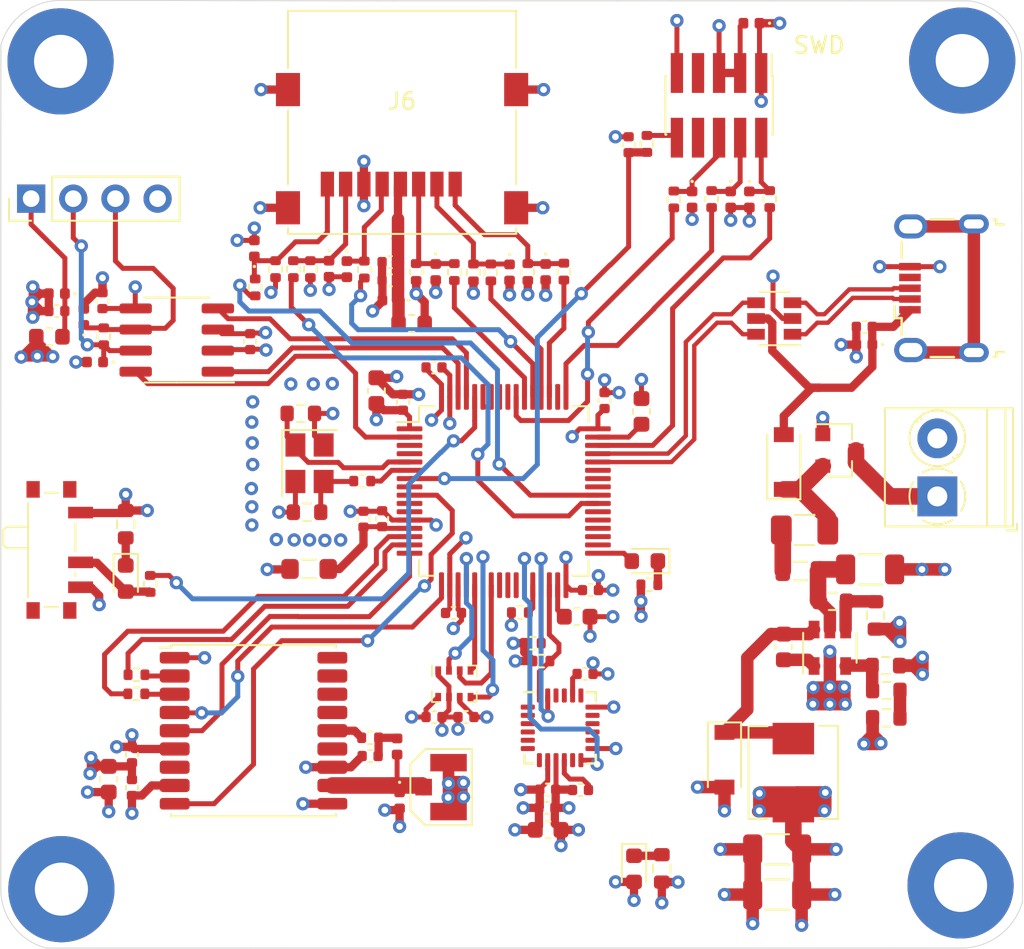
<source format=kicad_pcb>
(kicad_pcb (version 20171130) (host pcbnew "(5.1.8)-1")
  (layers (0 F.Cu signal) (1 In1.Cu power) (2 In2.Cu power) (31 B.Cu signal) (34 B.Paste user) (35 F.Paste user) (36 B.SilkS user) (37 F.SilkS user) (38 B.Mask user) (39 F.Mask user) (44 Edge.Cuts user))
  (net 0 "")
  (net 1 GND)
  (net 2 MCU_HSE_IN)
  (net 3 +3V3)
  (net 4 "Net-(C4-Pad1)")
  (net 5 "Net-(C6-Pad1)")
  (net 6 "Net-(C9-Pad1)")
  (net 7 +3.3VA)
  (net 8 +5V)
  (net 9 NRST)
  (net 10 "Net-(C15-Pad1)")
  (net 11 "Net-(C16-Pad2)")
  (net 12 "Net-(C16-Pad1)")
  (net 13 "Net-(C24-Pad1)")
  (net 14 "Net-(C25-Pad1)")
  (net 15 "Net-(C29-Pad1)")
  (net 16 "Net-(C32-Pad1)")
  (net 17 "Net-(C34-Pad2)")
  (net 18 "Net-(D1-Pad1)")
  (net 19 "Net-(D1-Pad2)")
  (net 20 "Net-(D3-Pad1)")
  (net 21 "Net-(D4-Pad1)")
  (net 22 "Net-(D5-Pad1)")
  (net 23 "Net-(D7-Pad1)")
  (net 24 "Net-(D9-Pad1)")
  (net 25 "Net-(D10-Pad1)")
  (net 26 "Net-(D11-Pad1)")
  (net 27 "Net-(D12-Pad1)")
  (net 28 "Net-(D13-Pad1)")
  (net 29 "Net-(D14-Pad1)")
  (net 30 "Net-(D15-Pad1)")
  (net 31 "Net-(D16-Pad1)")
  (net 32 "Net-(D18-Pad1)")
  (net 33 "Net-(D19-Pad1)")
  (net 34 "Net-(D21-Pad1)")
  (net 35 "Net-(D21-Pad2)")
  (net 36 "Net-(F1-Pad1)")
  (net 37 "Net-(J1-Pad7)")
  (net 38 "Net-(J1-Pad8)")
  (net 39 "Net-(J1-Pad10)")
  (net 40 CONN_USB_D-)
  (net 41 CONN_USB_D+)
  (net 42 "Net-(J2-Pad4)")
  (net 43 "Net-(J2-Pad6)")
  (net 44 VCC)
  (net 45 MCU_HSE_OUT)
  (net 46 "Net-(R2-Pad1)")
  (net 47 "Net-(R4-Pad1)")
  (net 48 MCU_I2C2_SCL)
  (net 49 MCU_I2C2_SDA)
  (net 50 MCU_SWDIO)
  (net 51 MCU_SWCLK)
  (net 52 MCU_SWO)
  (net 53 "Net-(R11-Pad2)")
  (net 54 "Net-(R13-Pad2)")
  (net 55 "Net-(R14-Pad2)")
  (net 56 "Net-(R17-Pad1)")
  (net 57 MCU_UART4_TX)
  (net 58 MCU_UART4_RX)
  (net 59 "Net-(R18-Pad1)")
  (net 60 "Net-(R19-Pad2)")
  (net 61 MCU_SDIO_D2)
  (net 62 MCU_SDIO_D3)
  (net 63 MCU_SDIO_CK)
  (net 64 MCU_SDIO_D0)
  (net 65 MCU_SDIO_D1)
  (net 66 CAN_SILENT)
  (net 67 "Net-(U1-Pad3)")
  (net 68 "Net-(U1-Pad4)")
  (net 69 "Net-(U1-Pad8)")
  (net 70 GPS_NRST)
  (net 71 "Net-(U1-Pad10)")
  (net 72 "Net-(U1-Pad11)")
  (net 73 GPS_ONOFF)
  (net 74 GPS_PPS)
  (net 75 MCU_SPI1_NSS)
  (net 76 MCU_SPI1_SCK)
  (net 77 MCU_SPI1_MISO)
  (net 78 MCU_SPI1_MOSI)
  (net 79 "Net-(U1-Pad24)")
  (net 80 "Net-(U1-Pad25)")
  (net 81 "Net-(U1-Pad26)")
  (net 82 IMU_INTERRUPT)
  (net 83 "Net-(U1-Pad34)")
  (net 84 "Net-(U1-Pad35)")
  (net 85 "Net-(U1-Pad36)")
  (net 86 "Net-(U1-Pad37)")
  (net 87 "Net-(U1-Pad38)")
  (net 88 "Net-(U1-Pad41)")
  (net 89 "Net-(U1-Pad42)")
  (net 90 "Net-(U1-Pad43)")
  (net 91 MCU_USB_D-)
  (net 92 MCU_USB_D+)
  (net 93 "Net-(U1-Pad50)")
  (net 94 MCU_SDIO_CMD)
  (net 95 "Net-(U1-Pad56)")
  (net 96 "Net-(U1-Pad57)")
  (net 97 "Net-(U1-Pad58)")
  (net 98 "Net-(U1-Pad59)")
  (net 99 MCU_CAN1_RX)
  (net 100 MCU_CAN1_TX)
  (net 101 "Net-(U5-Pad1)")
  (net 102 "Net-(U5-Pad6)")
  (net 103 "Net-(U5-Pad7)")
  (net 104 "Net-(U5-Pad11)")
  (net 105 "Net-(U6-Pad7)")
  (net 106 "Net-(U6-Pad13)")
  (net 107 "Net-(U6-Pad15)")
  (net 108 "Net-(U6-Pad16)")
  (net 109 "Net-(U6-Pad17)")
  (net 110 "Net-(U6-Pad18)")
  (module Resistor_SMD:R_0603_1608Metric (layer F.Cu) (at 112.1 137 180)
    (fp_text reference R15)
    (fp_text value 270)
    (pad 2 smd roundrect (at 0.825 0 180) (size 0.8 0.95) (layers F.Cu F.Paste F.Mask) (net 1 GND))
    (pad 1 smd roundrect (at -0.825 0 180) (size 0.8 0.95) (layers F.Cu F.Paste F.Mask) (net 55 "Net-(R14-Pad2)"))
  )
  (module Package_QFP:LQFP-64_10x10mm_P0.5mm (layer F.Cu) (at 89.05 123.325)
    (fp_text reference U1)
    (fp_text value STM32F405RGTx)
    (pad 1 smd roundrect (at -5.675 -3.75) (size 1.55 0.3) (layers F.Cu F.Paste F.Mask) (net 3 +3V3))
    (pad 2 smd roundrect (at -5.675 -3.25) (size 1.55 0.3) (layers F.Cu F.Paste F.Mask) (net 66 CAN_SILENT))
    (pad 3 smd roundrect (at -5.675 -2.75) (size 1.55 0.3) (layers F.Cu F.Paste F.Mask) (net 67 "Net-(U1-Pad3)"))
    (pad 4 smd roundrect (at -5.675 -2.25) (size 1.55 0.3) (layers F.Cu F.Paste F.Mask) (net 68 "Net-(U1-Pad4)"))
    (pad 5 smd roundrect (at -5.675 -1.75) (size 1.55 0.3) (layers F.Cu F.Paste F.Mask) (net 2 MCU_HSE_IN))
    (pad 6 smd roundrect (at -5.675 -1.25) (size 1.55 0.3) (layers F.Cu F.Paste F.Mask) (net 45 MCU_HSE_OUT))
    (pad 7 smd roundrect (at -5.675 -0.75) (size 1.55 0.3) (layers F.Cu F.Paste F.Mask) (net 9 NRST))
    (pad 8 smd roundrect (at -5.675 -0.25) (size 1.55 0.3) (layers F.Cu F.Paste F.Mask) (net 69 "Net-(U1-Pad8)"))
    (pad 9 smd roundrect (at -5.675 0.25) (size 1.55 0.3) (layers F.Cu F.Paste F.Mask) (net 70 GPS_NRST))
    (pad 10 smd roundrect (at -5.675 0.75) (size 1.55 0.3) (layers F.Cu F.Paste F.Mask) (net 71 "Net-(U1-Pad10)"))
    (pad 11 smd roundrect (at -5.675 1.25) (size 1.55 0.3) (layers F.Cu F.Paste F.Mask) (net 72 "Net-(U1-Pad11)"))
    (pad 12 smd roundrect (at -5.675 1.75) (size 1.55 0.3) (layers F.Cu F.Paste F.Mask) (net 1 GND))
    (pad 13 smd roundrect (at -5.675 2.25) (size 1.55 0.3) (layers F.Cu F.Paste F.Mask) (net 7 +3.3VA))
    (pad 14 smd roundrect (at -5.675 2.75) (size 1.55 0.3) (layers F.Cu F.Paste F.Mask) (net 57 MCU_UART4_TX))
    (pad 15 smd roundrect (at -5.675 3.25) (size 1.55 0.3) (layers F.Cu F.Paste F.Mask) (net 58 MCU_UART4_RX))
    (pad 16 smd roundrect (at -5.675 3.75) (size 1.55 0.3) (layers F.Cu F.Paste F.Mask) (net 73 GPS_ONOFF))
    (pad 17 smd roundrect (at -3.75 5.675) (size 0.3 1.55) (layers F.Cu F.Paste F.Mask) (net 74 GPS_PPS))
    (pad 18 smd roundrect (at -3.25 5.675) (size 0.3 1.55) (layers F.Cu F.Paste F.Mask) (net 1 GND))
    (pad 19 smd roundrect (at -2.75 5.675) (size 0.3 1.55) (layers F.Cu F.Paste F.Mask) (net 3 +3V3))
    (pad 20 smd roundrect (at -2.25 5.675) (size 0.3 1.55) (layers F.Cu F.Paste F.Mask) (net 75 MCU_SPI1_NSS))
    (pad 21 smd roundrect (at -1.75 5.675) (size 0.3 1.55) (layers F.Cu F.Paste F.Mask) (net 76 MCU_SPI1_SCK))
    (pad 22 smd roundrect (at -1.25 5.675) (size 0.3 1.55) (layers F.Cu F.Paste F.Mask) (net 77 MCU_SPI1_MISO))
    (pad 23 smd roundrect (at -0.75 5.675) (size 0.3 1.55) (layers F.Cu F.Paste F.Mask) (net 78 MCU_SPI1_MOSI))
    (pad 24 smd roundrect (at -0.25 5.675) (size 0.3 1.55) (layers F.Cu F.Paste F.Mask) (net 79 "Net-(U1-Pad24)"))
    (pad 25 smd roundrect (at 0.25 5.675) (size 0.3 1.55) (layers F.Cu F.Paste F.Mask) (net 80 "Net-(U1-Pad25)"))
    (pad 26 smd roundrect (at 0.75 5.675) (size 0.3 1.55) (layers F.Cu F.Paste F.Mask) (net 81 "Net-(U1-Pad26)"))
    (pad 27 smd roundrect (at 1.25 5.675) (size 0.3 1.55) (layers F.Cu F.Paste F.Mask) (net 82 IMU_INTERRUPT))
    (pad 28 smd roundrect (at 1.75 5.675) (size 0.3 1.55) (layers F.Cu F.Paste F.Mask) (net 47 "Net-(R4-Pad1)"))
    (pad 29 smd roundrect (at 2.25 5.675) (size 0.3 1.55) (layers F.Cu F.Paste F.Mask) (net 48 MCU_I2C2_SCL))
    (pad 30 smd roundrect (at 2.75 5.675) (size 0.3 1.55) (layers F.Cu F.Paste F.Mask) (net 49 MCU_I2C2_SDA))
    (pad 31 smd roundrect (at 3.25 5.675) (size 0.3 1.55) (layers F.Cu F.Paste F.Mask) (net 5 "Net-(C6-Pad1)"))
    (pad 32 smd roundrect (at 3.75 5.675) (size 0.3 1.55) (layers F.Cu F.Paste F.Mask) (net 3 +3V3))
    (pad 33 smd roundrect (at 5.675 3.75) (size 1.55 0.3) (layers F.Cu F.Paste F.Mask) (net 19 "Net-(D1-Pad2)"))
    (pad 34 smd roundrect (at 5.675 3.25) (size 1.55 0.3) (layers F.Cu F.Paste F.Mask) (net 83 "Net-(U1-Pad34)"))
    (pad 35 smd roundrect (at 5.675 2.75) (size 1.55 0.3) (layers F.Cu F.Paste F.Mask) (net 84 "Net-(U1-Pad35)"))
    (pad 36 smd roundrect (at 5.675 2.25) (size 1.55 0.3) (layers F.Cu F.Paste F.Mask) (net 85 "Net-(U1-Pad36)"))
    (pad 37 smd roundrect (at 5.675 1.75) (size 1.55 0.3) (layers F.Cu F.Paste F.Mask) (net 86 "Net-(U1-Pad37)"))
    (pad 38 smd roundrect (at 5.675 1.25) (size 1.55 0.3) (layers F.Cu F.Paste F.Mask) (net 87 "Net-(U1-Pad38)"))
    (pad 39 smd roundrect (at 5.675 0.75) (size 1.55 0.3) (layers F.Cu F.Paste F.Mask) (net 64 MCU_SDIO_D0))
    (pad 40 smd roundrect (at 5.675 0.25) (size 1.55 0.3) (layers F.Cu F.Paste F.Mask) (net 65 MCU_SDIO_D1))
    (pad 41 smd roundrect (at 5.675 -0.25) (size 1.55 0.3) (layers F.Cu F.Paste F.Mask) (net 88 "Net-(U1-Pad41)"))
    (pad 42 smd roundrect (at 5.675 -0.75) (size 1.55 0.3) (layers F.Cu F.Paste F.Mask) (net 89 "Net-(U1-Pad42)"))
    (pad 43 smd roundrect (at 5.675 -1.25) (size 1.55 0.3) (layers F.Cu F.Paste F.Mask) (net 90 "Net-(U1-Pad43)"))
    (pad 44 smd roundrect (at 5.675 -1.75) (size 1.55 0.3) (layers F.Cu F.Paste F.Mask) (net 91 MCU_USB_D-))
    (pad 45 smd roundrect (at 5.675 -2.25) (size 1.55 0.3) (layers F.Cu F.Paste F.Mask) (net 92 MCU_USB_D+))
    (pad 46 smd roundrect (at 5.675 -2.75) (size 1.55 0.3) (layers F.Cu F.Paste F.Mask) (net 50 MCU_SWDIO))
    (pad 47 smd roundrect (at 5.675 -3.25) (size 1.55 0.3) (layers F.Cu F.Paste F.Mask) (net 6 "Net-(C9-Pad1)"))
    (pad 48 smd roundrect (at 5.675 -3.75) (size 1.55 0.3) (layers F.Cu F.Paste F.Mask) (net 3 +3V3))
    (pad 49 smd roundrect (at 3.75 -5.675) (size 0.3 1.55) (layers F.Cu F.Paste F.Mask) (net 51 MCU_SWCLK))
    (pad 50 smd roundrect (at 3.25 -5.675) (size 0.3 1.55) (layers F.Cu F.Paste F.Mask) (net 93 "Net-(U1-Pad50)"))
    (pad 51 smd roundrect (at 2.75 -5.675) (size 0.3 1.55) (layers F.Cu F.Paste F.Mask) (net 61 MCU_SDIO_D2))
    (pad 52 smd roundrect (at 2.25 -5.675) (size 0.3 1.55) (layers F.Cu F.Paste F.Mask) (net 62 MCU_SDIO_D3))
    (pad 53 smd roundrect (at 1.75 -5.675) (size 0.3 1.55) (layers F.Cu F.Paste F.Mask) (net 63 MCU_SDIO_CK))
    (pad 54 smd roundrect (at 1.25 -5.675) (size 0.3 1.55) (layers F.Cu F.Paste F.Mask) (net 94 MCU_SDIO_CMD))
    (pad 55 smd roundrect (at 0.75 -5.675) (size 0.3 1.55) (layers F.Cu F.Paste F.Mask) (net 52 MCU_SWO))
    (pad 56 smd roundrect (at 0.25 -5.675) (size 0.3 1.55) (layers F.Cu F.Paste F.Mask) (net 95 "Net-(U1-Pad56)"))
    (pad 57 smd roundrect (at -0.25 -5.675) (size 0.3 1.55) (layers F.Cu F.Paste F.Mask) (net 96 "Net-(U1-Pad57)"))
    (pad 58 smd roundrect (at -0.75 -5.675) (size 0.3 1.55) (layers F.Cu F.Paste F.Mask) (net 97 "Net-(U1-Pad58)"))
    (pad 59 smd roundrect (at -1.25 -5.675) (size 0.3 1.55) (layers F.Cu F.Paste F.Mask) (net 98 "Net-(U1-Pad59)"))
    (pad 60 smd roundrect (at -1.75 -5.675) (size 0.3 1.55) (layers F.Cu F.Paste F.Mask) (net 46 "Net-(R2-Pad1)"))
    (pad 61 smd roundrect (at -2.25 -5.675) (size 0.3 1.55) (layers F.Cu F.Paste F.Mask) (net 99 MCU_CAN1_RX))
    (pad 62 smd roundrect (at -2.75 -5.675) (size 0.3 1.55) (layers F.Cu F.Paste F.Mask) (net 100 MCU_CAN1_TX))
    (pad 63 smd roundrect (at -3.25 -5.675) (size 0.3 1.55) (layers F.Cu F.Paste F.Mask) (net 1 GND))
    (pad 64 smd roundrect (at -3.75 -5.675) (size 0.3 1.55) (layers F.Cu F.Paste F.Mask) (net 3 +3V3))
  )
  (module Crystal:Crystal_SMD_3225-4Pin_3.2x2.5mm (layer F.Cu) (at 77.35 121.65 270)
    (fp_text reference Y1)
    (fp_text value 16MHz)
    (pad 4 smd rect (at -1.1 -0.85 270) (size 1.4 1.2) (layers F.Cu F.Paste F.Mask) (net 1 GND))
    (pad 3 smd rect (at 1.1 -0.85 270) (size 1.4 1.2) (layers F.Cu F.Paste F.Mask) (net 4 "Net-(C4-Pad1)"))
    (pad 2 smd rect (at 1.1 0.85 270) (size 1.4 1.2) (layers F.Cu F.Paste F.Mask) (net 1 GND))
    (pad 1 smd rect (at -1.1 0.85 270) (size 1.4 1.2) (layers F.Cu F.Paste F.Mask) (net 2 MCU_HSE_IN))
  )
  (module Resistor_SMD:R_0603_1608Metric (layer F.Cu) (at 76.825 118.65)
    (fp_text reference C1)
    (fp_text value 12p)
    (pad 2 smd roundrect (at 0.825 0) (size 0.8 0.95) (layers F.Cu F.Paste F.Mask) (net 1 GND))
    (pad 1 smd roundrect (at -0.825 0) (size 0.8 0.95) (layers F.Cu F.Paste F.Mask) (net 2 MCU_HSE_IN))
  )
  (module Capacitor_SMD:C_0603_1608Metric (layer F.Cu) (at 81.375 117.275 90)
    (fp_text reference C2)
    (fp_text value 4u7)
    (pad 2 smd roundrect (at 0.775 0 90) (size 0.9 0.95) (layers F.Cu F.Paste F.Mask) (net 1 GND))
    (pad 1 smd roundrect (at -0.775 0 90) (size 0.9 0.95) (layers F.Cu F.Paste F.Mask) (net 3 +3V3))
  )
  (module Capacitor_SMD:C_0402_1005Metric (layer F.Cu) (at 82.975 117.975 90)
    (fp_text reference C3)
    (fp_text value 100n)
    (pad 1 smd roundrect (at -0.48 0 90) (size 0.56 0.62) (layers F.Cu F.Paste F.Mask) (net 3 +3V3))
    (pad 2 smd roundrect (at 0.48 0 90) (size 0.56 0.62) (layers F.Cu F.Paste F.Mask) (net 1 GND))
  )
  (module Resistor_SMD:R_0603_1608Metric (layer F.Cu) (at 77.2 124.6 180)
    (fp_text reference C4)
    (fp_text value 12p)
    (pad 1 smd roundrect (at -0.825 0 180) (size 0.8 0.95) (layers F.Cu F.Paste F.Mask) (net 4 "Net-(C4-Pad1)"))
    (pad 2 smd roundrect (at 0.825 0 180) (size 0.8 0.95) (layers F.Cu F.Paste F.Mask) (net 1 GND))
  )
  (module Capacitor_SMD:C_0402_1005Metric (layer F.Cu) (at 84.85 115.875)
    (fp_text reference C5)
    (fp_text value 100n)
    (pad 2 smd roundrect (at 0.48 0) (size 0.56 0.62) (layers F.Cu F.Paste F.Mask) (net 1 GND))
    (pad 1 smd roundrect (at -0.48 0) (size 0.56 0.62) (layers F.Cu F.Paste F.Mask) (net 3 +3V3))
  )
  (module Capacitor_SMD:C_0603_1608Metric (layer F.Cu) (at 93.475 130.9)
    (fp_text reference C6)
    (fp_text value 2u2)
    (pad 2 smd roundrect (at 0.775 0) (size 0.9 0.95) (layers F.Cu F.Paste F.Mask) (net 1 GND))
    (pad 1 smd roundrect (at -0.775 0) (size 0.9 0.95) (layers F.Cu F.Paste F.Mask) (net 5 "Net-(C6-Pad1)"))
  )
  (module Capacitor_SMD:C_0402_1005Metric (layer F.Cu) (at 95.125 117.875 90)
    (fp_text reference C7)
    (fp_text value 100n)
    (pad 1 smd roundrect (at -0.48 0 90) (size 0.56 0.62) (layers F.Cu F.Paste F.Mask) (net 3 +3V3))
    (pad 2 smd roundrect (at 0.48 0 90) (size 0.56 0.62) (layers F.Cu F.Paste F.Mask) (net 1 GND))
  )
  (module Capacitor_SMD:C_0402_1005Metric (layer F.Cu) (at 94.275 129.3)
    (fp_text reference C8)
    (fp_text value 100n)
    (pad 1 smd roundrect (at -0.48 0) (size 0.56 0.62) (layers F.Cu F.Paste F.Mask) (net 3 +3V3))
    (pad 2 smd roundrect (at 0.48 0) (size 0.56 0.62) (layers F.Cu F.Paste F.Mask) (net 1 GND))
  )
  (module Capacitor_SMD:C_0603_1608Metric (layer F.Cu) (at 97.35 118.525 90)
    (fp_text reference C9)
    (fp_text value 2u2)
    (pad 1 smd roundrect (at -0.775 0 90) (size 0.9 0.95) (layers F.Cu F.Paste F.Mask) (net 6 "Net-(C9-Pad1)"))
    (pad 2 smd roundrect (at 0.775 0 90) (size 0.9 0.95) (layers F.Cu F.Paste F.Mask) (net 1 GND))
  )
  (module Capacitor_SMD:C_0402_1005Metric (layer F.Cu) (at 86.025 130.675 180)
    (fp_text reference C10)
    (fp_text value 100n)
    (pad 1 smd roundrect (at -0.48 0 180) (size 0.56 0.62) (layers F.Cu F.Paste F.Mask) (net 3 +3V3))
    (pad 2 smd roundrect (at 0.48 0 180) (size 0.56 0.62) (layers F.Cu F.Paste F.Mask) (net 1 GND))
  )
  (module Capacitor_SMD:C_0402_1005Metric (layer F.Cu) (at 80.6 125.025 90)
    (fp_text reference C11)
    (fp_text value 1u)
    (pad 1 smd roundrect (at -0.48 0 90) (size 0.56 0.62) (layers F.Cu F.Paste F.Mask) (net 7 +3.3VA))
    (pad 2 smd roundrect (at 0.48 0 90) (size 0.56 0.62) (layers F.Cu F.Paste F.Mask) (net 1 GND))
  )
  (module Capacitor_SMD:C_0402_1005Metric (layer F.Cu) (at 81.725 124.995 90)
    (fp_text reference C12)
    (fp_text value 10n)
    (pad 2 smd roundrect (at 0.48 0 90) (size 0.56 0.62) (layers F.Cu F.Paste F.Mask) (net 1 GND))
    (pad 1 smd roundrect (at -0.48 0 90) (size 0.56 0.62) (layers F.Cu F.Paste F.Mask) (net 7 +3.3VA))
  )
  (module Capacitor_SMD:C_0402_1005Metric (layer F.Cu) (at 110.775 113.425)
    (fp_text reference C13)
    (fp_text value 100n)
    (pad 2 smd roundrect (at 0.48 0) (size 0.56 0.62) (layers F.Cu F.Paste F.Mask) (net 8 +5V))
    (pad 1 smd roundrect (at -0.48 0) (size 0.56 0.62) (layers F.Cu F.Paste F.Mask) (net 1 GND))
  )
  (module Capacitor_SMD:C_0402_1005Metric (layer F.Cu) (at 96.575 102.45 270)
    (fp_text reference C14)
    (fp_text value 100n)
    (pad 2 smd roundrect (at 0.48 0 270) (size 0.56 0.62) (layers F.Cu F.Paste F.Mask) (net 9 NRST))
    (pad 1 smd roundrect (at -0.48 0 270) (size 0.56 0.62) (layers F.Cu F.Paste F.Mask) (net 1 GND))
  )
  (module Capacitor_SMD:C_1206_3216Metric (layer F.Cu) (at 111.125 128.05)
    (fp_text reference C15)
    (fp_text value 10u)
    (pad 1 smd roundrect (at -1.475 0) (size 1.15 1.8) (layers F.Cu F.Paste F.Mask) (roundrect_rratio 0.217391) (net 10 "Net-(C15-Pad1)"))
    (pad 2 smd roundrect (at 1.475 0) (size 1.15 1.8) (layers F.Cu F.Paste F.Mask) (roundrect_rratio 0.217391) (net 1 GND))
  )
  (module Capacitor_SMD:C_0603_1608Metric (layer F.Cu) (at 105.925 132.725 90)
    (fp_text reference C16)
    (fp_text value 10n)
    (pad 2 smd roundrect (at 0.775 0 90) (size 0.9 0.95) (layers F.Cu F.Paste F.Mask) (net 11 "Net-(C16-Pad2)"))
    (pad 1 smd roundrect (at -0.775 0 90) (size 0.9 0.95) (layers F.Cu F.Paste F.Mask) (net 12 "Net-(C16-Pad1)"))
  )
  (module Capacitor_SMD:C_1206_3216Metric (layer F.Cu) (at 105.525 144.925)
    (fp_text reference C17)
    (fp_text value 10u)
    (pad 1 smd roundrect (at -1.475 0) (size 1.15 1.8) (layers F.Cu F.Paste F.Mask) (roundrect_rratio 0.217391) (net 1 GND))
    (pad 2 smd roundrect (at 1.475 0) (size 1.15 1.8) (layers F.Cu F.Paste F.Mask) (roundrect_rratio 0.217391) (net 3 +3V3))
  )
  (module Capacitor_SMD:C_1206_3216Metric (layer F.Cu) (at 105.525 147.65)
    (fp_text reference C18)
    (fp_text value 10u)
    (pad 2 smd roundrect (at 1.475 0) (size 1.15 1.8) (layers F.Cu F.Paste F.Mask) (roundrect_rratio 0.217391) (net 3 +3V3))
    (pad 1 smd roundrect (at -1.475 0) (size 1.15 1.8) (layers F.Cu F.Paste F.Mask) (roundrect_rratio 0.217391) (net 1 GND))
  )
  (module Capacitor_SMD:C_0603_1608Metric (layer F.Cu) (at 91.725 143.75)
    (fp_text reference C19)
    (fp_text value 10u)
    (pad 2 smd roundrect (at 0.775 0) (size 0.9 0.95) (layers F.Cu F.Paste F.Mask) (net 1 GND))
    (pad 1 smd roundrect (at -0.775 0) (size 0.9 0.95) (layers F.Cu F.Paste F.Mask) (net 3 +3V3))
  )
  (module Capacitor_SMD:C_0402_1005Metric (layer F.Cu) (at 91.65 142.425)
    (fp_text reference C20)
    (fp_text value 100n)
    (pad 1 smd roundrect (at -0.48 0) (size 0.56 0.62) (layers F.Cu F.Paste F.Mask) (net 3 +3V3))
    (pad 2 smd roundrect (at 0.48 0) (size 0.56 0.62) (layers F.Cu F.Paste F.Mask) (net 1 GND))
  )
  (module Capacitor_SMD:C_0402_1005Metric (layer F.Cu) (at 91.7 141.325)
    (fp_text reference C21)
    (fp_text value 100n)
    (pad 2 smd roundrect (at 0.48 0) (size 0.56 0.62) (layers F.Cu F.Paste F.Mask) (net 1 GND))
    (pad 1 smd roundrect (at -0.48 0) (size 0.56 0.62) (layers F.Cu F.Paste F.Mask) (net 3 +3V3))
  )
  (module Capacitor_SMD:C_0402_1005Metric (layer F.Cu) (at 86.775 136.95 180)
    (fp_text reference C22)
    (fp_text value 100n)
    (pad 2 smd roundrect (at 0.48 0 180) (size 0.56 0.62) (layers F.Cu F.Paste F.Mask) (net 1 GND))
    (pad 1 smd roundrect (at -0.48 0 180) (size 0.56 0.62) (layers F.Cu F.Paste F.Mask) (net 3 +3V3))
  )
  (module Capacitor_SMD:C_0402_1005Metric (layer F.Cu) (at 84.85 136.95)
    (fp_text reference C23)
    (fp_text value 100n)
    (pad 2 smd roundrect (at 0.48 0) (size 0.56 0.62) (layers F.Cu F.Paste F.Mask) (net 1 GND))
    (pad 1 smd roundrect (at -0.48 0) (size 0.56 0.62) (layers F.Cu F.Paste F.Mask) (net 3 +3V3))
  )
  (module Capacitor_SMD:C_0402_1005Metric (layer F.Cu) (at 93.675 141.35 180)
    (fp_text reference C24)
    (fp_text value 100n)
    (pad 2 smd roundrect (at 0.48 0 180) (size 0.56 0.62) (layers F.Cu F.Paste F.Mask) (net 1 GND))
    (pad 1 smd roundrect (at -0.48 0 180) (size 0.56 0.62) (layers F.Cu F.Paste F.Mask) (net 13 "Net-(C24-Pad1)"))
  )
  (module Capacitor_SMD:C_0402_1005Metric (layer F.Cu) (at 93.95 134.35)
    (fp_text reference C25)
    (fp_text value 100n)
    (pad 1 smd roundrect (at -0.48 0) (size 0.56 0.62) (layers F.Cu F.Paste F.Mask) (net 14 "Net-(C25-Pad1)"))
    (pad 2 smd roundrect (at 0.48 0) (size 0.56 0.62) (layers F.Cu F.Paste F.Mask) (net 1 GND))
  )
  (module Capacitor_SMD:C_0603_1608Metric (layer F.Cu) (at 65.25 140.7 90)
    (fp_text reference C26)
    (fp_text value 10u)
    (pad 1 smd roundrect (at -0.775 0 90) (size 0.9 0.95) (layers F.Cu F.Paste F.Mask) (net 3 +3V3))
    (pad 2 smd roundrect (at 0.775 0 90) (size 0.9 0.95) (layers F.Cu F.Paste F.Mask) (net 1 GND))
  )
  (module Capacitor_SMD:C_0402_1005Metric (layer F.Cu) (at 66.65 139.225 270)
    (fp_text reference C27)
    (fp_text value 100n)
    (pad 1 smd roundrect (at -0.48 0 270) (size 0.56 0.62) (layers F.Cu F.Paste F.Mask) (net 3 +3V3))
    (pad 2 smd roundrect (at 0.48 0 270) (size 0.56 0.62) (layers F.Cu F.Paste F.Mask) (net 1 GND))
  )
  (module Capacitor_SMD:C_0402_1005Metric (layer F.Cu) (at 66.65 141.2 90)
    (fp_text reference C28)
    (fp_text value 100n)
    (pad 2 smd roundrect (at 0.48 0 90) (size 0.56 0.62) (layers F.Cu F.Paste F.Mask) (net 1 GND))
    (pad 1 smd roundrect (at -0.48 0 90) (size 0.56 0.62) (layers F.Cu F.Paste F.Mask) (net 3 +3V3))
  )
  (module Capacitor_SMD:C_0402_1005Metric (layer F.Cu) (at 81 139.3 180)
    (fp_text reference C29)
    (fp_text value 10n)
    (pad 1 smd roundrect (at -0.48 0 180) (size 0.56 0.62) (layers F.Cu F.Paste F.Mask) (net 15 "Net-(C29-Pad1)"))
    (pad 2 smd roundrect (at 0.48 0 180) (size 0.56 0.62) (layers F.Cu F.Paste F.Mask) (net 1 GND))
  )
  (module Capacitor_SMD:C_0402_1005Metric (layer F.Cu) (at 73.775 114.32 270)
    (fp_text reference C30)
    (fp_text value 100n)
    (pad 1 smd roundrect (at -0.48 0 270) (size 0.56 0.62) (layers F.Cu F.Paste F.Mask) (net 3 +3V3))
    (pad 2 smd roundrect (at 0.48 0 270) (size 0.56 0.62) (layers F.Cu F.Paste F.Mask) (net 1 GND))
  )
  (module Capacitor_SMD:C_0402_1005Metric (layer F.Cu) (at 64.875 111.85 90)
    (fp_text reference C31)
    (fp_text value 100n)
    (pad 2 smd roundrect (at 0.48 0 90) (size 0.56 0.62) (layers F.Cu F.Paste F.Mask) (net 1 GND))
    (pad 1 smd roundrect (at -0.48 0 90) (size 0.56 0.62) (layers F.Cu F.Paste F.Mask) (net 3 +3V3))
  )
  (module Capacitor_SMD:C_0402_1005Metric (layer F.Cu) (at 82.2 110.625 180)
    (fp_text reference C32)
    (fp_text value 10u)
    (pad 2 smd roundrect (at 0.48 0 180) (size 0.56 0.62) (layers F.Cu F.Paste F.Mask) (net 1 GND))
    (pad 1 smd roundrect (at -0.48 0 180) (size 0.56 0.62) (layers F.Cu F.Paste F.Mask) (net 16 "Net-(C32-Pad1)"))
  )
  (module Capacitor_SMD:C_0402_1005Metric (layer F.Cu) (at 82.2 109.525 180)
    (fp_text reference C33)
    (fp_text value 100n)
    (pad 1 smd roundrect (at -0.48 0 180) (size 0.56 0.62) (layers F.Cu F.Paste F.Mask) (net 16 "Net-(C32-Pad1)"))
    (pad 2 smd roundrect (at 0.48 0 180) (size 0.56 0.62) (layers F.Cu F.Paste F.Mask) (net 1 GND))
  )
  (module Capacitor_SMD:C_0402_1005Metric (layer F.Cu) (at 62.125 112.475)
    (fp_text reference C34)
    (fp_text value 100n)
    (pad 1 smd roundrect (at -0.48 0) (size 0.56 0.62) (layers F.Cu F.Paste F.Mask) (net 1 GND))
    (pad 2 smd roundrect (at 0.48 0) (size 0.56 0.62) (layers F.Cu F.Paste F.Mask) (net 17 "Net-(C34-Pad2)"))
  )
  (module LED_SMD:LED_0603_1608Metric (layer F.Cu) (at 97.55 127.55 180)
    (fp_text reference D1)
    (fp_text value BLUE)
    (pad 1 smd roundrect (at -0.7875 0 180) (size 0.875 0.95) (layers F.Cu F.Paste F.Mask) (net 18 "Net-(D1-Pad1)"))
    (pad 2 smd roundrect (at 0.7875 0 180) (size 0.875 0.95) (layers F.Cu F.Paste F.Mask) (net 19 "Net-(D1-Pad2)"))
  )
  (module Diode_SMD:D_0402_1005Metric (layer F.Cu) (at 103.975 95.125 180)
    (fp_text reference D2)
    (fp_text value D_TVS)
    (pad 2 smd roundrect (at 0.485 0 180) (size 0.59 0.64) (layers F.Cu F.Paste F.Mask) (net 1 GND))
    (pad 1 smd roundrect (at -0.485 0 180) (size 0.59 0.64) (layers F.Cu F.Paste F.Mask) (net 3 +3V3))
  )
  (module Diode_SMD:D_0402_1005Metric (layer F.Cu) (at 100.4 105.75 270)
    (fp_text reference D3)
    (fp_text value D_TVS)
    (pad 1 smd roundrect (at -0.485 0 270) (size 0.59 0.64) (layers F.Cu F.Paste F.Mask) (net 20 "Net-(D3-Pad1)"))
    (pad 2 smd roundrect (at 0.485 0 270) (size 0.59 0.64) (layers F.Cu F.Paste F.Mask) (net 1 GND))
  )
  (module Diode_SMD:D_0402_1005Metric (layer F.Cu) (at 102.725 105.75 270)
    (fp_text reference D4)
    (fp_text value D_TVS)
    (pad 2 smd roundrect (at 0.485 0 270) (size 0.59 0.64) (layers F.Cu F.Paste F.Mask) (net 1 GND))
    (pad 1 smd roundrect (at -0.485 0 270) (size 0.59 0.64) (layers F.Cu F.Paste F.Mask) (net 21 "Net-(D4-Pad1)"))
  )
  (module Diode_SMD:D_0402_1005Metric (layer F.Cu) (at 103.85 105.75 270)
    (fp_text reference D5)
    (fp_text value D_TVS)
    (pad 1 smd roundrect (at -0.485 0 270) (size 0.59 0.64) (layers F.Cu F.Paste F.Mask) (net 22 "Net-(D5-Pad1)"))
    (pad 2 smd roundrect (at 0.485 0 270) (size 0.59 0.64) (layers F.Cu F.Paste F.Mask) (net 1 GND))
  )
  (module Diode_SMD:D_0402_1005Metric (layer F.Cu) (at 110.775 114.5 180)
    (fp_text reference D6)
    (fp_text value D_TVS)
    (pad 2 smd roundrect (at 0.485 0 180) (size 0.59 0.64) (layers F.Cu F.Paste F.Mask) (net 1 GND))
    (pad 1 smd roundrect (at -0.485 0 180) (size 0.59 0.64) (layers F.Cu F.Paste F.Mask) (net 8 +5V))
  )
  (module Diode_SMD:D_SOD-123 (layer F.Cu) (at 105.925 121.575 90)
    (fp_text reference D7)
    (fp_text value B5819W)
    (pad 1 smd rect (at -1.65 0 90) (size 0.9 1.2) (layers F.Cu F.Paste F.Mask) (net 23 "Net-(D7-Pad1)"))
    (pad 2 smd rect (at 1.65 0 90) (size 0.9 1.2) (layers F.Cu F.Paste F.Mask) (net 8 +5V))
  )
  (module Diode_SMD:D_SOD-123 (layer F.Cu) (at 102.35 139.525 270)
    (fp_text reference D8)
    (fp_text value B5819W)
    (pad 2 smd rect (at 1.65 0 270) (size 0.9 1.2) (layers F.Cu F.Paste F.Mask) (net 1 GND))
    (pad 1 smd rect (at -1.65 0 270) (size 0.9 1.2) (layers F.Cu F.Paste F.Mask) (net 11 "Net-(C16-Pad2)"))
  )
  (module LED_SMD:LED_0603_1608Metric (layer F.Cu) (at 96.9 146.1 270)
    (fp_text reference D9)
    (fp_text value GREEN)
    (pad 2 smd roundrect (at 0.7875 0 270) (size 0.875 0.95) (layers F.Cu F.Paste F.Mask) (net 3 +3V3))
    (pad 1 smd roundrect (at -0.7875 0 270) (size 0.875 0.95) (layers F.Cu F.Paste F.Mask) (net 24 "Net-(D9-Pad1)"))
  )
  (module Diode_SMD:D_0402_1005Metric (layer F.Cu) (at 82.775 141.975 270)
    (fp_text reference D10)
    (fp_text value RCLAMP0521P-N)
    (pad 2 smd roundrect (at 0.485 0 270) (size 0.59 0.64) (layers F.Cu F.Paste F.Mask) (net 1 GND))
    (pad 1 smd roundrect (at -0.485 0 270) (size 0.59 0.64) (layers F.Cu F.Paste F.Mask) (net 25 "Net-(D10-Pad1)"))
  )
  (module Diode_SMD:D_0402_1005Metric (layer F.Cu) (at 91.575 110.125 270)
    (fp_text reference D11)
    (fp_text value D_TVS)
    (pad 2 smd roundrect (at 0.485 0 270) (size 0.59 0.64) (layers F.Cu F.Paste F.Mask) (net 1 GND))
    (pad 1 smd roundrect (at -0.485 0 270) (size 0.59 0.64) (layers F.Cu F.Paste F.Mask) (net 26 "Net-(D11-Pad1)"))
  )
  (module Diode_SMD:D_0402_1005Metric (layer F.Cu) (at 89.4 110.15 270)
    (fp_text reference D12)
    (fp_text value D_TVS)
    (pad 1 smd roundrect (at -0.485 0 270) (size 0.59 0.64) (layers F.Cu F.Paste F.Mask) (net 27 "Net-(D12-Pad1)"))
    (pad 2 smd roundrect (at 0.485 0 270) (size 0.59 0.64) (layers F.Cu F.Paste F.Mask) (net 1 GND))
  )
  (module Diode_SMD:D_0402_1005Metric (layer F.Cu) (at 84.95 110.125 270)
    (fp_text reference D13)
    (fp_text value D_TVS)
    (pad 2 smd roundrect (at 0.485 0 270) (size 0.59 0.64) (layers F.Cu F.Paste F.Mask) (net 1 GND))
    (pad 1 smd roundrect (at -0.485 0 270) (size 0.59 0.64) (layers F.Cu F.Paste F.Mask) (net 28 "Net-(D13-Pad1)"))
  )
  (module Diode_SMD:D_0402_1005Metric (layer F.Cu) (at 79.6 109.95 270)
    (fp_text reference D14)
    (fp_text value D_TVS)
    (pad 1 smd roundrect (at -0.485 0 270) (size 0.59 0.64) (layers F.Cu F.Paste F.Mask) (net 29 "Net-(D14-Pad1)"))
    (pad 2 smd roundrect (at 0.485 0 270) (size 0.59 0.64) (layers F.Cu F.Paste F.Mask) (net 1 GND))
  )
  (module Diode_SMD:D_0402_1005Metric (layer F.Cu) (at 78.525 109.925 270)
    (fp_text reference D15)
    (fp_text value D_TVS)
    (pad 2 smd roundrect (at 0.485 0 270) (size 0.59 0.64) (layers F.Cu F.Paste F.Mask) (net 1 GND))
    (pad 1 smd roundrect (at -0.485 0 270) (size 0.59 0.64) (layers F.Cu F.Paste F.Mask) (net 30 "Net-(D15-Pad1)"))
  )
  (module Diode_SMD:D_0402_1005Metric (layer F.Cu) (at 74.025 108.7 90)
    (fp_text reference D16)
    (fp_text value D_TVS)
    (pad 1 smd roundrect (at -0.485 0 90) (size 0.59 0.64) (layers F.Cu F.Paste F.Mask) (net 31 "Net-(D16-Pad1)"))
    (pad 2 smd roundrect (at 0.485 0 90) (size 0.59 0.64) (layers F.Cu F.Paste F.Mask) (net 1 GND))
  )
  (module Diode_SMD:D_0402_1005Metric (layer F.Cu) (at 82.225 111.825 180)
    (fp_text reference D17)
    (fp_text value D_TVS)
    (pad 2 smd roundrect (at 0.485 0 180) (size 0.59 0.64) (layers F.Cu F.Paste F.Mask) (net 1 GND))
    (pad 1 smd roundrect (at -0.485 0 180) (size 0.59 0.64) (layers F.Cu F.Paste F.Mask) (net 16 "Net-(C32-Pad1)"))
  )
  (module Diode_SMD:D_0402_1005Metric (layer F.Cu) (at 63.75 112.825 90)
    (fp_text reference D18)
    (fp_text value D_TVS)
    (pad 1 smd roundrect (at -0.485 0 90) (size 0.59 0.64) (layers F.Cu F.Paste F.Mask) (net 32 "Net-(D18-Pad1)"))
    (pad 2 smd roundrect (at 0.485 0 90) (size 0.59 0.64) (layers F.Cu F.Paste F.Mask) (net 1 GND))
  )
  (module Diode_SMD:D_0402_1005Metric (layer F.Cu) (at 64.425 115.55 180)
    (fp_text reference D19)
    (fp_text value D_TVS)
    (pad 1 smd roundrect (at -0.485 0 180) (size 0.59 0.64) (layers F.Cu F.Paste F.Mask) (net 33 "Net-(D19-Pad1)"))
    (pad 2 smd roundrect (at 0.485 0 180) (size 0.59 0.64) (layers F.Cu F.Paste F.Mask) (net 1 GND))
  )
  (module Diode_SMD:D_0402_1005Metric (layer F.Cu) (at 62.125 111.425 180)
    (fp_text reference D20)
    (fp_text value D_TVS)
    (pad 1 smd roundrect (at -0.485 0 180) (size 0.59 0.64) (layers F.Cu F.Paste F.Mask) (net 17 "Net-(C34-Pad2)"))
    (pad 2 smd roundrect (at 0.485 0 180) (size 0.59 0.64) (layers F.Cu F.Paste F.Mask) (net 1 GND))
  )
  (module LED_SMD:LED_0603_1608Metric (layer F.Cu) (at 66.275 128.6 270)
    (fp_text reference D21)
    (fp_text value RED)
    (pad 1 smd roundrect (at -0.7875 0 270) (size 0.875 0.95) (layers F.Cu F.Paste F.Mask) (net 34 "Net-(D21-Pad1)"))
    (pad 2 smd roundrect (at 0.7875 0 270) (size 0.875 0.95) (layers F.Cu F.Paste F.Mask) (net 35 "Net-(D21-Pad2)"))
  )
  (module Fuse:Fuse_1206_3216Metric (layer F.Cu) (at 107.175 125.675)
    (fp_text reference F1)
    (fp_text value "250 mA")
    (pad 1 smd roundrect (at -1.4 0) (size 1.25 1.75) (layers F.Cu F.Paste F.Mask) (roundrect_rratio 0.2) (net 36 "Net-(F1-Pad1)"))
    (pad 2 smd roundrect (at 1.4 0) (size 1.25 1.75) (layers F.Cu F.Paste F.Mask) (roundrect_rratio 0.2) (net 23 "Net-(D7-Pad1)"))
  )
  (module Inductor_SMD:L_0805_2012Metric_Pad1.05x1.20mm_HandSolder (layer F.Cu) (at 77.325 128.025 180)
    (fp_text reference FB1)
    (fp_text value 600@600MHz)
    (pad 1 smd roundrect (at -1.15 0 180) (size 1.05 1.2) (layers F.Cu F.Paste F.Mask) (roundrect_rratio 0.238095) (net 7 +3.3VA))
    (pad 2 smd roundrect (at 1.15 0 180) (size 1.05 1.2) (layers F.Cu F.Paste F.Mask) (roundrect_rratio 0.238095) (net 3 +3V3))
  )
  (module Inductor_SMD:L_0805_2012Metric (layer F.Cu) (at 106.925 128.15 180)
    (fp_text reference FB2)
    (fp_text value "600 @ 600MHz")
    (pad 1 smd roundrect (at -1.0625 0 180) (size 0.875 1.2) (layers F.Cu F.Paste F.Mask) (net 10 "Net-(C15-Pad1)"))
    (pad 2 smd roundrect (at 1.0625 0 180) (size 0.875 1.2) (layers F.Cu F.Paste F.Mask) (net 36 "Net-(F1-Pad1)"))
  )
  (module Inductor_SMD:L_0603_1608Metric (layer F.Cu) (at 83.5 113.225)
    (fp_text reference FB3)
    (fp_text value 100R)
    (pad 2 smd roundrect (at 0.7875 0) (size 0.875 0.95) (layers F.Cu F.Paste F.Mask) (net 3 +3V3))
    (pad 1 smd roundrect (at -0.7875 0) (size 0.875 0.95) (layers F.Cu F.Paste F.Mask) (net 16 "Net-(C32-Pad1)"))
  )
  (module Inductor_SMD:L_0603_1608Metric (layer F.Cu) (at 61.675 114.025 180)
    (fp_text reference FB4)
    (fp_text value 100R)
    (pad 1 smd roundrect (at -0.7875 0 180) (size 0.875 0.95) (layers F.Cu F.Paste F.Mask) (net 17 "Net-(C34-Pad2)"))
    (pad 2 smd roundrect (at 0.7875 0 180) (size 0.875 0.95) (layers F.Cu F.Paste F.Mask) (net 3 +3V3))
  )
  (module MountingHole:MountingHole_3.2mm_M3_Pad (layer F.Cu) (at 62.4 147.325)
    (fp_text reference H1)
    (fp_text value MountingHole_Pad)
    (pad 1 thru_hole circle (at 0 0) (size 6.4 6.4) (drill 3.2) (layers *.Cu *.Mask) (net 1 GND))
  )
  (module MountingHole:MountingHole_3.2mm_M3_Pad (layer F.Cu) (at 62.35 97.425)
    (fp_text reference H2)
    (fp_text value MountingHole_Pad)
    (pad 1 thru_hole circle (at 0 0) (size 6.4 6.4) (drill 3.2) (layers *.Cu *.Mask) (net 1 GND))
  )
  (module MountingHole:MountingHole_3.2mm_M3_Pad (layer F.Cu) (at 116.675 97.375)
    (fp_text reference H3)
    (fp_text value MountingHole_Pad)
    (pad 1 thru_hole circle (at 0 0) (size 6.4 6.4) (drill 3.2) (layers *.Cu *.Mask) (net 1 GND))
  )
  (module MountingHole:MountingHole_3.2mm_M3_Pad (layer F.Cu) (at 116.575 147.1)
    (fp_text reference H4)
    (fp_text value MountingHole_Pad)
    (pad 1 thru_hole circle (at 0 0) (size 6.4 6.4) (drill 3.2) (layers *.Cu *.Mask) (net 1 GND))
  )
  (module Connector_PinHeader_1.27mm:PinHeader_2x05_P1.27mm_Vertical_SMD (layer F.Cu) (at 102.025 100.075 270)
    (fp_text reference J1)
    (fp_text value SWD)
    (pad 1 smd rect (at -1.95 -2.54 270) (size 2.4 0.74) (layers F.Cu F.Paste F.Mask) (net 3 +3V3))
    (pad 2 smd rect (at 1.95 -2.54 270) (size 2.4 0.74) (layers F.Cu F.Paste F.Mask) (net 22 "Net-(D5-Pad1)"))
    (pad 3 smd rect (at -1.95 -1.27 270) (size 2.4 0.74) (layers F.Cu F.Paste F.Mask) (net 1 GND))
    (pad 4 smd rect (at 1.95 -1.27 270) (size 2.4 0.74) (layers F.Cu F.Paste F.Mask) (net 21 "Net-(D4-Pad1)"))
    (pad 5 smd rect (at -1.95 0 270) (size 2.4 0.74) (layers F.Cu F.Paste F.Mask) (net 1 GND))
    (pad 6 smd rect (at 1.95 0 270) (size 2.4 0.74) (layers F.Cu F.Paste F.Mask) (net 20 "Net-(D3-Pad1)"))
    (pad 7 smd rect (at -1.95 1.27 270) (size 2.4 0.74) (layers F.Cu F.Paste F.Mask) (net 37 "Net-(J1-Pad7)"))
    (pad 8 smd rect (at 1.95 1.27 270) (size 2.4 0.74) (layers F.Cu F.Paste F.Mask) (net 38 "Net-(J1-Pad8)"))
    (pad 9 smd rect (at -1.95 2.54 270) (size 2.4 0.74) (layers F.Cu F.Paste F.Mask) (net 1 GND))
    (pad 10 smd rect (at 1.95 2.54 270) (size 2.4 0.74) (layers F.Cu F.Paste F.Mask) (net 39 "Net-(J1-Pad10)"))
  )
  (module Connector_USB:USB_Micro-B_Wuerth_629105150521 (layer F.Cu) (at 115.425 111.1 90)
    (fp_text reference J2)
    (fp_text value USB_B_Micro)
    (pad 1 smd rect (at -1.3 -1.9 90) (size 0.45 1.3) (layers F.Cu F.Paste F.Mask) (net 8 +5V))
    (pad 2 smd rect (at -0.65 -1.9 90) (size 0.45 1.3) (layers F.Cu F.Paste F.Mask) (net 40 CONN_USB_D-))
    (pad 3 smd rect (at 0 -1.9 90) (size 0.45 1.3) (layers F.Cu F.Paste F.Mask) (net 41 CONN_USB_D+))
    (pad 4 smd rect (at 0.65 -1.9 90) (size 0.45 1.3) (layers F.Cu F.Paste F.Mask) (net 42 "Net-(J2-Pad4)"))
    (pad 5 smd rect (at 1.3 -1.9 90) (size 0.45 1.3) (layers F.Cu F.Paste F.Mask) (net 1 GND))
    (pad 6 thru_hole oval (at -3.725 -1.85 90) (size 1.45 2) (drill oval 0.85 1.4) (layers *.Cu *.Mask) (net 43 "Net-(J2-Pad6)"))
    (pad 6 thru_hole oval (at 3.725 -1.85 90) (size 1.45 2) (drill oval 0.85 1.4) (layers *.Cu *.Mask) (net 43 "Net-(J2-Pad6)"))
    (pad 6 thru_hole oval (at -3.875 1.95 90) (size 1.15 1.8) (drill oval 0.55 1.2) (layers *.Cu *.Mask) (net 43 "Net-(J2-Pad6)"))
    (pad 6 thru_hole oval (at 3.875 1.95 90) (size 1.15 1.8) (drill oval 0.55 1.2) (layers *.Cu *.Mask) (net 43 "Net-(J2-Pad6)"))
    (pad "" np_thru_hole oval (at -2.5 -0.8 90) (size 0.8 0.8) (drill 0.8) (layers *.Cu *.Mask))
    (pad "" np_thru_hole oval (at 2.5 -0.8 90) (size 0.8 0.8) (drill 0.8) (layers *.Cu *.Mask))
  )
  (module TerminalBlock_Phoenix:TerminalBlock_Phoenix_PT-1,5-2-3.5-H_1x02_P3.50mm_Horizontal (layer F.Cu) (at 115.175 123.65 90)
    (fp_text reference J3)
    (fp_text value "12V Power")
    (pad 1 thru_hole rect (at 0 0 90) (size 2.4 2.4) (drill 1.2) (layers *.Cu *.Mask) (net 44 VCC))
    (pad 2 thru_hole circle (at 3.5 0 90) (size 2.4 2.4) (drill 1.2) (layers *.Cu *.Mask) (net 1 GND))
  )
  (module BluePhil-Footprints:BWIPX-1-001E (layer F.Cu) (at 85.725 141.175 180)
    (fp_text reference J4)
    (fp_text value U.FL)
    (pad 2 smd rect (at 0 1.475 180) (size 2.2 1.05) (layers F.Cu F.Paste F.Mask) (net 1 GND))
    (pad 2 smd rect (at 0 -1.475 180) (size 2.2 1.05) (layers F.Cu F.Paste F.Mask) (net 1 GND))
    (pad 1 smd rect (at 1.5 0 180) (size 1 1) (layers F.Cu F.Paste F.Mask) (net 25 "Net-(D10-Pad1)"))
  )
  (module Connector_PinHeader_2.54mm:PinHeader_1x04_P2.54mm_Vertical (layer F.Cu) (at 60.575 105.7 90)
    (fp_text reference J5)
    (fp_text value Conn_01x04)
    (pad 1 thru_hole rect (at 0 0 90) (size 1.7 1.7) (drill 1) (layers *.Cu *.Mask) (net 17 "Net-(C34-Pad2)"))
    (pad 2 thru_hole oval (at 0 2.54 90) (size 1.7 1.7) (drill 1) (layers *.Cu *.Mask) (net 33 "Net-(D19-Pad1)"))
    (pad 3 thru_hole oval (at 0 5.08 90) (size 1.7 1.7) (drill 1) (layers *.Cu *.Mask) (net 32 "Net-(D18-Pad1)"))
    (pad 4 thru_hole oval (at 0 7.62 90) (size 1.7 1.7) (drill 1) (layers *.Cu *.Mask) (net 1 GND))
  )
  (module BluePhil-Footprints:TF-102-15 (layer F.Cu) (at 82.925 101.675)
    (fp_text reference J6 (at 0 -1.85) (layer F.SilkS))
    (fp_text value Micro_SD_Card)
    (pad 4 smd rect (at -0.1 3.15) (size 0.8 1.5) (layers F.Cu F.Paste F.Mask) (net 16 "Net-(C32-Pad1)"))
    (pad 3 smd rect (at 1 3.15) (size 0.8 1.5) (layers F.Cu F.Paste F.Mask) (net 28 "Net-(D13-Pad1)"))
    (pad 2 smd rect (at 2.1 3.15) (size 0.8 1.5) (layers F.Cu F.Paste F.Mask) (net 27 "Net-(D12-Pad1)"))
    (pad 1 smd rect (at 3.2 3.15) (size 0.8 1.5) (layers F.Cu F.Paste F.Mask) (net 26 "Net-(D11-Pad1)"))
    (pad 5 smd rect (at -1.2 3.15) (size 0.8 1.5) (layers F.Cu F.Paste F.Mask) (net 29 "Net-(D14-Pad1)"))
    (pad 6 smd rect (at -2.3 3.15) (size 0.8 1.5) (layers F.Cu F.Paste F.Mask) (net 1 GND))
    (pad 7 smd rect (at -3.4 3.15) (size 0.8 1.5) (layers F.Cu F.Paste F.Mask) (net 30 "Net-(D15-Pad1)"))
    (pad 8 smd rect (at -4.5 3.15) (size 0.8 1.5) (layers F.Cu F.Paste F.Mask) (net 31 "Net-(D16-Pad1)"))
    (pad 9 smd rect (at 6.875 -2.55) (size 1.45 2) (layers F.Cu F.Paste F.Mask) (net 1 GND))
    (pad 9 smd rect (at -6.875 -2.55) (size 1.45 2) (layers F.Cu F.Paste F.Mask) (net 1 GND))
    (pad 9 smd rect (at -6.875 4.575) (size 1.45 2) (layers F.Cu F.Paste F.Mask) (net 1 GND))
    (pad 9 smd rect (at 6.875 4.575) (size 1.45 2) (layers F.Cu F.Paste F.Mask) (net 1 GND))
  )
  (module Inductor_SMD:L_Sunlord_MWSA0518_5.4x5.2mm (layer F.Cu) (at 106.5 140.3 270)
    (fp_text reference L1)
    (fp_text value 10u)
    (pad 1 smd rect (at -2.05 0 270) (size 1.9 2.5) (layers F.Cu F.Paste F.Mask) (net 11 "Net-(C16-Pad2)"))
    (pad 2 smd rect (at 2.05 0 270) (size 1.9 2.5) (layers F.Cu F.Paste F.Mask) (net 3 +3V3))
  )
  (module Inductor_SMD:L_0402_1005Metric (layer F.Cu) (at 82.625 138.725 270)
    (fp_text reference L2)
    (fp_text value 100n)
    (pad 1 smd roundrect (at -0.485 0 270) (size 0.59 0.64) (layers F.Cu F.Paste F.Mask) (net 15 "Net-(C29-Pad1)"))
    (pad 2 smd roundrect (at 0.485 0 270) (size 0.59 0.64) (layers F.Cu F.Paste F.Mask) (net 25 "Net-(D10-Pad1)"))
  )
  (module Package_TO_SOT_SMD:SOT-23 (layer F.Cu) (at 109.275 120.875)
    (fp_text reference Q1)
    (fp_text value AO3401A)
    (pad 1 smd rect (at -1 -0.95) (size 0.9 0.8) (layers F.Cu F.Paste F.Mask) (net 1 GND))
    (pad 2 smd rect (at -1 0.95) (size 0.9 0.8) (layers F.Cu F.Paste F.Mask) (net 23 "Net-(D7-Pad1)"))
    (pad 3 smd rect (at 1 0) (size 0.9 0.8) (layers F.Cu F.Paste F.Mask) (net 44 VCC))
  )
  (module Resistor_SMD:R_0402_1005Metric (layer F.Cu) (at 80.525 122.725 180)
    (fp_text reference R1)
    (fp_text value 47)
    (pad 1 smd roundrect (at -0.51 0 180) (size 0.54 0.64) (layers F.Cu F.Paste F.Mask) (net 45 MCU_HSE_OUT))
    (pad 2 smd roundrect (at 0.51 0 180) (size 0.54 0.64) (layers F.Cu F.Paste F.Mask) (net 4 "Net-(C4-Pad1)"))
  )
  (module Resistor_SMD:R_0402_1005Metric (layer F.Cu) (at 67.75 128.925 270)
    (fp_text reference R2)
    (fp_text value 10k)
    (pad 2 smd roundrect (at 0.51 0 270) (size 0.54 0.64) (layers F.Cu F.Paste F.Mask) (net 35 "Net-(D21-Pad2)"))
    (pad 1 smd roundrect (at -0.51 0 270) (size 0.54 0.64) (layers F.Cu F.Paste F.Mask) (net 46 "Net-(R2-Pad1)"))
  )
  (module Resistor_SMD:R_0402_1005Metric (layer F.Cu) (at 97.825 128.975 180)
    (fp_text reference R3)
    (fp_text value 1k)
    (pad 1 smd roundrect (at -0.51 0 180) (size 0.54 0.64) (layers F.Cu F.Paste F.Mask) (net 18 "Net-(D1-Pad1)"))
    (pad 2 smd roundrect (at 0.51 0 180) (size 0.54 0.64) (layers F.Cu F.Paste F.Mask) (net 1 GND))
  )
  (module Resistor_SMD:R_0402_1005Metric (layer F.Cu) (at 90.025 130.65 180)
    (fp_text reference R4)
    (fp_text value 10k)
    (pad 1 smd roundrect (at -0.51 0 180) (size 0.54 0.64) (layers F.Cu F.Paste F.Mask) (net 47 "Net-(R4-Pad1)"))
    (pad 2 smd roundrect (at 0.51 0 180) (size 0.54 0.64) (layers F.Cu F.Paste F.Mask) (net 1 GND))
  )
  (module Resistor_SMD:R_0402_1005Metric (layer F.Cu) (at 90.8 132.5)
    (fp_text reference R5)
    (fp_text value 2k2)
    (pad 1 smd roundrect (at -0.51 0) (size 0.54 0.64) (layers F.Cu F.Paste F.Mask) (net 3 +3V3))
    (pad 2 smd roundrect (at 0.51 0) (size 0.54 0.64) (layers F.Cu F.Paste F.Mask) (net 48 MCU_I2C2_SCL))
  )
  (module Resistor_SMD:R_0402_1005Metric (layer F.Cu) (at 91.325 133.575)
    (fp_text reference R6)
    (fp_text value 2k2)
    (pad 1 smd roundrect (at -0.51 0) (size 0.54 0.64) (layers F.Cu F.Paste F.Mask) (net 3 +3V3))
    (pad 2 smd roundrect (at 0.51 0) (size 0.54 0.64) (layers F.Cu F.Paste F.Mask) (net 49 MCU_I2C2_SDA))
  )
  (module Resistor_SMD:R_0402_1005Metric (layer F.Cu) (at 97.675 102.4 90)
    (fp_text reference R7)
    (fp_text value 22R)
    (pad 2 smd roundrect (at 0.51 0 90) (size 0.54 0.64) (layers F.Cu F.Paste F.Mask) (net 39 "Net-(J1-Pad10)"))
    (pad 1 smd roundrect (at -0.51 0 90) (size 0.54 0.64) (layers F.Cu F.Paste F.Mask) (net 9 NRST))
  )
  (module Resistor_SMD:R_0402_1005Metric (layer F.Cu) (at 105.075 105.725 90)
    (fp_text reference R8)
    (fp_text value 22R)
    (pad 1 smd roundrect (at -0.51 0 90) (size 0.54 0.64) (layers F.Cu F.Paste F.Mask) (net 50 MCU_SWDIO))
    (pad 2 smd roundrect (at 0.51 0 90) (size 0.54 0.64) (layers F.Cu F.Paste F.Mask) (net 22 "Net-(D5-Pad1)"))
  )
  (module Resistor_SMD:R_0402_1005Metric (layer F.Cu) (at 101.575 105.725 90)
    (fp_text reference R9)
    (fp_text value 22R)
    (pad 2 smd roundrect (at 0.51 0 90) (size 0.54 0.64) (layers F.Cu F.Paste F.Mask) (net 21 "Net-(D4-Pad1)"))
    (pad 1 smd roundrect (at -0.51 0 90) (size 0.54 0.64) (layers F.Cu F.Paste F.Mask) (net 51 MCU_SWCLK))
  )
  (module Resistor_SMD:R_0402_1005Metric (layer F.Cu) (at 99.3 105.75 90)
    (fp_text reference R10)
    (fp_text value 22R)
    (pad 1 smd roundrect (at -0.51 0 90) (size 0.54 0.64) (layers F.Cu F.Paste F.Mask) (net 52 MCU_SWO))
    (pad 2 smd roundrect (at 0.51 0 90) (size 0.54 0.64) (layers F.Cu F.Paste F.Mask) (net 20 "Net-(D3-Pad1)"))
  )
  (module Resistor_SMD:R_0603_1608Metric (layer F.Cu) (at 108.875 129.975)
    (fp_text reference R11)
    (fp_text value 100k)
    (pad 1 smd roundrect (at -0.825 0) (size 0.8 0.95) (layers F.Cu F.Paste F.Mask) (net 10 "Net-(C15-Pad1)"))
    (pad 2 smd roundrect (at 0.825 0) (size 0.8 0.95) (layers F.Cu F.Paste F.Mask) (net 53 "Net-(R11-Pad2)"))
  )
  (module Resistor_SMD:R_0603_1608Metric (layer F.Cu) (at 111.45 130.825 270)
    (fp_text reference R12)
    (fp_text value 68k)
    (pad 1 smd roundrect (at -0.825 0 270) (size 0.8 0.95) (layers F.Cu F.Paste F.Mask) (net 53 "Net-(R11-Pad2)"))
    (pad 2 smd roundrect (at 0.825 0 270) (size 0.8 0.95) (layers F.Cu F.Paste F.Mask) (net 1 GND))
  )
  (module Resistor_SMD:R_0603_1608Metric (layer F.Cu) (at 112.075 133.85 180)
    (fp_text reference R13)
    (fp_text value 47k)
    (pad 2 smd roundrect (at 0.825 0 180) (size 0.8 0.95) (layers F.Cu F.Paste F.Mask) (net 54 "Net-(R13-Pad2)"))
    (pad 1 smd roundrect (at -0.825 0 180) (size 0.8 0.95) (layers F.Cu F.Paste F.Mask) (net 3 +3V3))
  )
  (module Resistor_SMD:R_0603_1608Metric (layer F.Cu) (at 112.1 135.35)
    (fp_text reference R14)
    (fp_text value 15k)
    (pad 1 smd roundrect (at -0.825 0) (size 0.8 0.95) (layers F.Cu F.Paste F.Mask) (net 54 "Net-(R13-Pad2)"))
    (pad 2 smd roundrect (at 0.825 0) (size 0.8 0.95) (layers F.Cu F.Paste F.Mask) (net 55 "Net-(R14-Pad2)"))
  )
  (module Resistor_SMD:R_0603_1608Metric (layer F.Cu) (at 98.575 146.075 270)
    (fp_text reference R16)
    (fp_text value 1k5)
    (pad 2 smd roundrect (at 0.825 0 270) (size 0.8 0.95) (layers F.Cu F.Paste F.Mask) (net 1 GND))
    (pad 1 smd roundrect (at -0.825 0 270) (size 0.8 0.95) (layers F.Cu F.Paste F.Mask) (net 24 "Net-(D9-Pad1)"))
  )
  (module Resistor_SMD:R_0402_1005Metric (layer F.Cu) (at 66.915 135.55 180)
    (fp_text reference R17)
    (fp_text value 0R)
    (pad 1 smd roundrect (at -0.51 0 180) (size 0.54 0.64) (layers F.Cu F.Paste F.Mask) (net 56 "Net-(R17-Pad1)"))
    (pad 2 smd roundrect (at 0.51 0 180) (size 0.54 0.64) (layers F.Cu F.Paste F.Mask) (net 57 MCU_UART4_TX))
  )
  (module Resistor_SMD:R_0402_1005Metric (layer F.Cu) (at 66.925 134.4 180)
    (fp_text reference R18)
    (fp_text value 0R)
    (pad 2 smd roundrect (at 0.51 0 180) (size 0.54 0.64) (layers F.Cu F.Paste F.Mask) (net 58 MCU_UART4_RX))
    (pad 1 smd roundrect (at -0.51 0 180) (size 0.54 0.64) (layers F.Cu F.Paste F.Mask) (net 59 "Net-(R18-Pad1)"))
  )
  (module Resistor_SMD:R_0402_1005Metric (layer F.Cu) (at 81 138.2 180)
    (fp_text reference R19)
    (fp_text value 10R)
    (pad 1 smd roundrect (at -0.51 0 180) (size 0.54 0.64) (layers F.Cu F.Paste F.Mask) (net 15 "Net-(C29-Pad1)"))
    (pad 2 smd roundrect (at 0.51 0 180) (size 0.54 0.64) (layers F.Cu F.Paste F.Mask) (net 60 "Net-(R19-Pad2)"))
  )
  (module Resistor_SMD:R_0402_1005Metric (layer F.Cu) (at 92.675 110.1 270)
    (fp_text reference R20)
    (fp_text value 0R)
    (pad 2 smd roundrect (at 0.51 0 270) (size 0.54 0.64) (layers F.Cu F.Paste F.Mask) (net 61 MCU_SDIO_D2))
    (pad 1 smd roundrect (at -0.51 0 270) (size 0.54 0.64) (layers F.Cu F.Paste F.Mask) (net 26 "Net-(D11-Pad1)"))
  )
  (module Resistor_SMD:R_0402_1005Metric (layer F.Cu) (at 88.275 110.15 270)
    (fp_text reference R21)
    (fp_text value 0R)
    (pad 2 smd roundrect (at 0.51 0 270) (size 0.54 0.64) (layers F.Cu F.Paste F.Mask) (net 62 MCU_SDIO_D3))
    (pad 1 smd roundrect (at -0.51 0 270) (size 0.54 0.64) (layers F.Cu F.Paste F.Mask) (net 27 "Net-(D12-Pad1)"))
  )
  (module Resistor_SMD:R_0402_1005Metric (layer F.Cu) (at 86.075 110.125 270)
    (fp_text reference R22)
    (fp_text value 0R)
    (pad 1 smd roundrect (at -0.51 0 270) (size 0.54 0.64) (layers F.Cu F.Paste F.Mask) (net 28 "Net-(D13-Pad1)"))
    (pad 2 smd roundrect (at 0.51 0 270) (size 0.54 0.64) (layers F.Cu F.Paste F.Mask) (net 94 MCU_SDIO_CMD))
  )
  (module Resistor_SMD:R_0402_1005Metric (layer F.Cu) (at 80.65 109.975 270)
    (fp_text reference R23)
    (fp_text value 0R)
    (pad 2 smd roundrect (at 0.51 0 270) (size 0.54 0.64) (layers F.Cu F.Paste F.Mask) (net 63 MCU_SDIO_CK))
    (pad 1 smd roundrect (at -0.51 0 270) (size 0.54 0.64) (layers F.Cu F.Paste F.Mask) (net 29 "Net-(D14-Pad1)"))
  )
  (module Resistor_SMD:R_0402_1005Metric (layer F.Cu) (at 76.375 109.95 270)
    (fp_text reference R24)
    (fp_text value 0R)
    (pad 2 smd roundrect (at 0.51 0 270) (size 0.54 0.64) (layers F.Cu F.Paste F.Mask) (net 64 MCU_SDIO_D0))
    (pad 1 smd roundrect (at -0.51 0 270) (size 0.54 0.64) (layers F.Cu F.Paste F.Mask) (net 30 "Net-(D15-Pad1)"))
  )
  (module Resistor_SMD:R_0402_1005Metric (layer F.Cu) (at 74.075 111.05 270)
    (fp_text reference R25)
    (fp_text value 0R)
    (pad 1 smd roundrect (at -0.51 0 270) (size 0.54 0.64) (layers F.Cu F.Paste F.Mask) (net 31 "Net-(D16-Pad1)"))
    (pad 2 smd roundrect (at 0.51 0 270) (size 0.54 0.64) (layers F.Cu F.Paste F.Mask) (net 65 MCU_SDIO_D1))
  )
  (module Resistor_SMD:R_0402_1005Metric (layer F.Cu) (at 64.95 114 90)
    (fp_text reference R26)
    (fp_text value 120R)
    (pad 2 smd roundrect (at 0.51 0 90) (size 0.54 0.64) (layers F.Cu F.Paste F.Mask) (net 32 "Net-(D18-Pad1)"))
    (pad 1 smd roundrect (at -0.51 0 90) (size 0.54 0.64) (layers F.Cu F.Paste F.Mask) (net 33 "Net-(D19-Pad1)"))
  )
  (module Resistor_SMD:R_0402_1005Metric (layer F.Cu) (at 75.3 109.95 90)
    (fp_text reference R27)
    (fp_text value 47k)
    (pad 1 smd roundrect (at -0.51 0 90) (size 0.54 0.64) (layers F.Cu F.Paste F.Mask) (net 3 +3V3))
    (pad 2 smd roundrect (at 0.51 0 90) (size 0.54 0.64) (layers F.Cu F.Paste F.Mask) (net 31 "Net-(D16-Pad1)"))
  )
  (module Resistor_SMD:R_0402_1005Metric (layer F.Cu) (at 77.4 109.95 90)
    (fp_text reference R28)
    (fp_text value 47k)
    (pad 2 smd roundrect (at 0.51 0 90) (size 0.54 0.64) (layers F.Cu F.Paste F.Mask) (net 30 "Net-(D15-Pad1)"))
    (pad 1 smd roundrect (at -0.51 0 90) (size 0.54 0.64) (layers F.Cu F.Paste F.Mask) (net 3 +3V3))
  )
  (module Resistor_SMD:R_0402_1005Metric (layer F.Cu) (at 83.775 110.125 90)
    (fp_text reference R29)
    (fp_text value 47k)
    (pad 1 smd roundrect (at -0.51 0 90) (size 0.54 0.64) (layers F.Cu F.Paste F.Mask) (net 3 +3V3))
    (pad 2 smd roundrect (at 0.51 0 90) (size 0.54 0.64) (layers F.Cu F.Paste F.Mask) (net 28 "Net-(D13-Pad1)"))
  )
  (module Resistor_SMD:R_0402_1005Metric (layer F.Cu) (at 87.225 110.15 90)
    (fp_text reference R30)
    (fp_text value 47k)
    (pad 2 smd roundrect (at 0.51 0 90) (size 0.54 0.64) (layers F.Cu F.Paste F.Mask) (net 27 "Net-(D12-Pad1)"))
    (pad 1 smd roundrect (at -0.51 0 90) (size 0.54 0.64) (layers F.Cu F.Paste F.Mask) (net 3 +3V3))
  )
  (module Resistor_SMD:R_0402_1005Metric (layer F.Cu) (at 90.5 110.125 90)
    (fp_text reference R31)
    (fp_text value 47k)
    (pad 2 smd roundrect (at 0.51 0 90) (size 0.54 0.64) (layers F.Cu F.Paste F.Mask) (net 26 "Net-(D11-Pad1)"))
    (pad 1 smd roundrect (at -0.51 0 90) (size 0.54 0.64) (layers F.Cu F.Paste F.Mask) (net 3 +3V3))
  )
  (module Resistor_SMD:R_0603_1608Metric (layer F.Cu) (at 66.275 125.325 90)
    (fp_text reference R32)
    (fp_text value 1k)
    (pad 1 smd roundrect (at -0.825 0 90) (size 0.8 0.95) (layers F.Cu F.Paste F.Mask) (net 34 "Net-(D21-Pad1)"))
    (pad 2 smd roundrect (at 0.825 0 90) (size 0.8 0.95) (layers F.Cu F.Paste F.Mask) (net 1 GND))
  )
  (module Button_Switch_SMD:SW_SPDT_PCM12 (layer F.Cu) (at 62.125 126.875 270)
    (fp_text reference SW1)
    (fp_text value SW_SPDT)
    (pad "" np_thru_hole circle (at -1.5 0.33 270) (size 0.9 0.9) (drill 0.9) (layers *.Cu *.Mask))
    (pad "" np_thru_hole circle (at 1.5 0.33 270) (size 0.9 0.9) (drill 0.9) (layers *.Cu *.Mask))
    (pad 1 smd rect (at -2.25 -1.43 270) (size 0.7 1.5) (layers F.Cu F.Paste F.Mask) (net 1 GND))
    (pad 2 smd rect (at 0.75 -1.43 270) (size 0.7 1.5) (layers F.Cu F.Paste F.Mask) (net 35 "Net-(D21-Pad2)"))
    (pad 3 smd rect (at 2.25 -1.43 270) (size 0.7 1.5) (layers F.Cu F.Paste F.Mask) (net 3 +3V3))
    (pad "" smd rect (at -3.65 1.43 270) (size 1 0.8) (layers F.Cu F.Paste F.Mask))
    (pad "" smd rect (at 3.65 1.43 270) (size 1 0.8) (layers F.Cu F.Paste F.Mask))
    (pad "" smd rect (at 3.65 -0.78 270) (size 1 0.8) (layers F.Cu F.Paste F.Mask))
    (pad "" smd rect (at -3.65 -0.78 270) (size 1 0.8) (layers F.Cu F.Paste F.Mask))
  )
  (module Package_TO_SOT_SMD:SOT-23-6 (layer F.Cu) (at 105.35 112.925 180)
    (fp_text reference U2)
    (fp_text value USBLC6-2SC6)
    (pad 5 smd rect (at 1.1 0 180) (size 1.06 0.65) (layers F.Cu F.Paste F.Mask) (net 8 +5V))
    (pad 6 smd rect (at 1.1 -0.95 180) (size 1.06 0.65) (layers F.Cu F.Paste F.Mask) (net 91 MCU_USB_D-))
    (pad 4 smd rect (at 1.1 0.95 180) (size 1.06 0.65) (layers F.Cu F.Paste F.Mask) (net 92 MCU_USB_D+))
    (pad 3 smd rect (at -1.1 0.95 180) (size 1.06 0.65) (layers F.Cu F.Paste F.Mask) (net 41 CONN_USB_D+))
    (pad 2 smd rect (at -1.1 0 180) (size 1.06 0.65) (layers F.Cu F.Paste F.Mask) (net 1 GND))
    (pad 1 smd rect (at -1.1 -0.95 180) (size 1.06 0.65) (layers F.Cu F.Paste F.Mask) (net 40 CONN_USB_D-))
  )
  (module Package_TO_SOT_SMD:SOT-23-6 (layer F.Cu) (at 108.7 132.775 90)
    (fp_text reference U3)
    (fp_text value MP2359DJ-LF-Z)
    (pad 1 smd rect (at -1.1 -0.95 90) (size 1.06 0.65) (layers F.Cu F.Paste F.Mask) (net 12 "Net-(C16-Pad1)"))
    (pad 2 smd rect (at -1.1 0 90) (size 1.06 0.65) (layers F.Cu F.Paste F.Mask) (net 1 GND))
    (pad 3 smd rect (at -1.1 0.95 90) (size 1.06 0.65) (layers F.Cu F.Paste F.Mask) (net 54 "Net-(R13-Pad2)"))
    (pad 4 smd rect (at 1.1 0.95 90) (size 1.06 0.65) (layers F.Cu F.Paste F.Mask) (net 53 "Net-(R11-Pad2)"))
    (pad 6 smd rect (at 1.1 -0.95 90) (size 1.06 0.65) (layers F.Cu F.Paste F.Mask) (net 11 "Net-(C16-Pad2)"))
    (pad 5 smd rect (at 1.1 0 90) (size 1.06 0.65) (layers F.Cu F.Paste F.Mask) (net 10 "Net-(C15-Pad1)"))
  )
  (module Package_LGA:Bosch_LGA-8_2x2.5mm_P0.65mm_ClockwisePinNumbering (layer F.Cu) (at 86.075001 134.945001)
    (fp_text reference U4)
    (fp_text value BMP280)
    (pad 1 smd rect (at -0.975 -0.8 90) (size 0.5 0.35) (layers F.Cu F.Paste F.Mask) (net 1 GND))
    (pad 5 smd rect (at 0.975 0.8 90) (size 0.5 0.35) (layers F.Cu F.Paste F.Mask) (net 77 MCU_SPI1_MISO))
    (pad 6 smd rect (at 0.325 0.8 90) (size 0.5 0.35) (layers F.Cu F.Paste F.Mask) (net 3 +3V3))
    (pad 7 smd rect (at -0.325 0.8 90) (size 0.5 0.35) (layers F.Cu F.Paste F.Mask) (net 1 GND))
    (pad 4 smd rect (at 0.975 -0.8 90) (size 0.5 0.35) (layers F.Cu F.Paste F.Mask) (net 76 MCU_SPI1_SCK))
    (pad 3 smd rect (at 0.325 -0.8 90) (size 0.5 0.35) (layers F.Cu F.Paste F.Mask) (net 78 MCU_SPI1_MOSI))
    (pad 2 smd rect (at -0.325 -0.8 90) (size 0.5 0.35) (layers F.Cu F.Paste F.Mask) (net 75 MCU_SPI1_NSS))
    (pad 8 smd rect (at -0.975 0.8 90) (size 0.5 0.35) (layers F.Cu F.Paste F.Mask) (net 3 +3V3))
  )
  (module Sensor_Motion:InvenSense_QFN-24_4x4mm_P0.5mm (layer F.Cu) (at 92.45 137.6)
    (fp_text reference U5)
    (fp_text value MPU-6050)
    (pad 1 smd roundrect (at -1.95 -1.25) (size 0.85 0.3) (layers F.Cu F.Paste F.Mask) (net 101 "Net-(U5-Pad1)"))
    (pad 2 smd roundrect (at -1.95 -0.75) (size 0.85 0.3) (layers F.Cu F.Paste F.Mask))
    (pad 3 smd roundrect (at -1.95 -0.25) (size 0.85 0.3) (layers F.Cu F.Paste F.Mask))
    (pad 4 smd roundrect (at -1.95 0.25) (size 0.85 0.3) (layers F.Cu F.Paste F.Mask))
    (pad 5 smd roundrect (at -1.95 0.75) (size 0.85 0.3) (layers F.Cu F.Paste F.Mask))
    (pad 6 smd roundrect (at -1.95 1.25) (size 0.85 0.3) (layers F.Cu F.Paste F.Mask) (net 102 "Net-(U5-Pad6)"))
    (pad 7 smd roundrect (at -1.25 1.95 90) (size 0.85 0.3) (layers F.Cu F.Paste F.Mask) (net 103 "Net-(U5-Pad7)"))
    (pad 8 smd roundrect (at -0.75 1.95 90) (size 0.85 0.3) (layers F.Cu F.Paste F.Mask) (net 3 +3V3))
    (pad 9 smd roundrect (at -0.25 1.95 90) (size 0.85 0.3) (layers F.Cu F.Paste F.Mask) (net 1 GND))
    (pad 10 smd roundrect (at 0.25 1.95 90) (size 0.85 0.3) (layers F.Cu F.Paste F.Mask) (net 13 "Net-(C24-Pad1)"))
    (pad 11 smd roundrect (at 0.75 1.95 90) (size 0.85 0.3) (layers F.Cu F.Paste F.Mask) (net 104 "Net-(U5-Pad11)"))
    (pad 12 smd roundrect (at 1.25 1.95 90) (size 0.85 0.3) (layers F.Cu F.Paste F.Mask) (net 82 IMU_INTERRUPT))
    (pad 13 smd roundrect (at 1.95 1.25) (size 0.85 0.3) (layers F.Cu F.Paste F.Mask) (net 3 +3V3))
    (pad 14 smd roundrect (at 1.95 0.75) (size 0.85 0.3) (layers F.Cu F.Paste F.Mask))
    (pad 15 smd roundrect (at 1.95 0.25) (size 0.85 0.3) (layers F.Cu F.Paste F.Mask))
    (pad 16 smd roundrect (at 1.95 -0.25) (size 0.85 0.3) (layers F.Cu F.Paste F.Mask))
    (pad 17 smd roundrect (at 1.95 -0.75) (size 0.85 0.3) (layers F.Cu F.Paste F.Mask))
    (pad 18 smd roundrect (at 1.95 -1.25) (size 0.85 0.3) (layers F.Cu F.Paste F.Mask) (net 1 GND))
    (pad 19 smd roundrect (at 1.25 -1.95 90) (size 0.85 0.3) (layers F.Cu F.Paste F.Mask))
    (pad 20 smd roundrect (at 0.75 -1.95 90) (size 0.85 0.3) (layers F.Cu F.Paste F.Mask) (net 14 "Net-(C25-Pad1)"))
    (pad 21 smd roundrect (at 0.25 -1.95 90) (size 0.85 0.3) (layers F.Cu F.Paste F.Mask))
    (pad 22 smd roundrect (at -0.25 -1.95 90) (size 0.85 0.3) (layers F.Cu F.Paste F.Mask))
    (pad 23 smd roundrect (at -0.75 -1.95 90) (size 0.85 0.3) (layers F.Cu F.Paste F.Mask) (net 48 MCU_I2C2_SCL))
    (pad 24 smd roundrect (at -1.25 -1.95 90) (size 0.85 0.3) (layers F.Cu F.Paste F.Mask) (net 49 MCU_I2C2_SDA))
  )
  (module RF_GPS:ublox_MAX (layer F.Cu) (at 73.975 137.775)
    (fp_text reference U6)
    (fp_text value MAX-M8Q)
    (pad 1 smd roundrect (at -4.75 -4.4) (size 1.8 0.7) (layers F.Cu F.Paste F.Mask) (net 1 GND))
    (pad 2 smd roundrect (at -4.75 -3.3) (size 1.8 0.8) (layers F.Cu F.Paste F.Mask) (net 59 "Net-(R18-Pad1)"))
    (pad 3 smd roundrect (at -4.75 -2.2) (size 1.8 0.8) (layers F.Cu F.Paste F.Mask) (net 56 "Net-(R17-Pad1)"))
    (pad 4 smd roundrect (at -4.75 -1.1) (size 1.8 0.8) (layers F.Cu F.Paste F.Mask) (net 74 GPS_PPS))
    (pad 5 smd roundrect (at -4.75 0) (size 1.8 0.8) (layers F.Cu F.Paste F.Mask) (net 73 GPS_ONOFF))
    (pad 6 smd roundrect (at -4.75 1.1) (size 1.8 0.8) (layers F.Cu F.Paste F.Mask) (net 3 +3V3))
    (pad 7 smd roundrect (at -4.75 2.2) (size 1.8 0.8) (layers F.Cu F.Paste F.Mask) (net 105 "Net-(U6-Pad7)"))
    (pad 8 smd roundrect (at -4.75 3.3) (size 1.8 0.8) (layers F.Cu F.Paste F.Mask) (net 3 +3V3))
    (pad 9 smd roundrect (at -4.75 4.4) (size 1.8 0.7) (layers F.Cu F.Paste F.Mask) (net 70 GPS_NRST))
    (pad 10 smd roundrect (at 4.75 4.4) (size 1.8 0.7) (layers F.Cu F.Paste F.Mask) (net 1 GND))
    (pad 11 smd roundrect (at 4.75 3.3) (size 1.8 0.8) (layers F.Cu F.Paste F.Mask) (net 25 "Net-(D10-Pad1)"))
    (pad 12 smd roundrect (at 4.75 2.2) (size 1.8 0.8) (layers F.Cu F.Paste F.Mask) (net 1 GND))
    (pad 13 smd roundrect (at 4.75 1.1) (size 1.8 0.8) (layers F.Cu F.Paste F.Mask) (net 106 "Net-(U6-Pad13)"))
    (pad 14 smd roundrect (at 4.75 0) (size 1.8 0.8) (layers F.Cu F.Paste F.Mask) (net 60 "Net-(R19-Pad2)"))
    (pad 15 smd roundrect (at 4.75 -1.1) (size 1.8 0.8) (layers F.Cu F.Paste F.Mask) (net 107 "Net-(U6-Pad15)"))
    (pad 16 smd roundrect (at 4.75 -2.2) (size 1.8 0.8) (layers F.Cu F.Paste F.Mask) (net 108 "Net-(U6-Pad16)"))
    (pad 17 smd roundrect (at 4.75 -3.3) (size 1.8 0.8) (layers F.Cu F.Paste F.Mask) (net 109 "Net-(U6-Pad17)"))
    (pad 18 smd roundrect (at 4.75 -4.4) (size 1.8 0.7) (layers F.Cu F.Paste F.Mask) (net 110 "Net-(U6-Pad18)"))
  )
  (module Package_SO:SOIC-8_3.9x4.9mm_P1.27mm (layer F.Cu) (at 69.35 114.225 180)
    (fp_text reference U7)
    (fp_text value TJA1051T-3)
    (pad 1 smd roundrect (at -2.475 -1.905 180) (size 1.95 0.6) (layers F.Cu F.Paste F.Mask) (net 100 MCU_CAN1_TX))
    (pad 2 smd roundrect (at -2.475 -0.635 180) (size 1.95 0.6) (layers F.Cu F.Paste F.Mask) (net 1 GND))
    (pad 3 smd roundrect (at -2.475 0.635 180) (size 1.95 0.6) (layers F.Cu F.Paste F.Mask) (net 3 +3V3))
    (pad 4 smd roundrect (at -2.475 1.905 180) (size 1.95 0.6) (layers F.Cu F.Paste F.Mask) (net 99 MCU_CAN1_RX))
    (pad 5 smd roundrect (at 2.475 1.905 180) (size 1.95 0.6) (layers F.Cu F.Paste F.Mask) (net 3 +3V3))
    (pad 6 smd roundrect (at 2.475 0.635 180) (size 1.95 0.6) (layers F.Cu F.Paste F.Mask) (net 32 "Net-(D18-Pad1)"))
    (pad 7 smd roundrect (at 2.475 -0.635 180) (size 1.95 0.6) (layers F.Cu F.Paste F.Mask) (net 33 "Net-(D19-Pad1)"))
    (pad 8 smd roundrect (at 2.475 -1.905 180) (size 1.95 0.6) (layers F.Cu F.Paste F.Mask) (net 66 CAN_SILENT))
  )
  (gr_text "SWD\n" (at 108.05 96.45) (layer F.SilkS) (effects (font (size 1 1))))
  (gr_arc (start 62.425 147.325) (end 58.75 147.325) (angle -75.01836743) (layer Edge.Cuts) (width 0.05))
  (gr_arc (start 62.35 97.5) (end 62.35 93.75) (angle -73.36875358) (layer Edge.Cuts) (width 0.05))
  (gr_line (start 120.249999 97.200001) (end 120.3 135.4) (layer Edge.Cuts) (width 0.05))
  (gr_arc (start 116.625 97.375) (end 120.249999 97.200001) (angle -79.71970091) (layer Edge.Cuts) (width 0.05))
  (gr_arc (start 116.621465 147.04899) (end 116.575 150.875) (angle -74.75043378) (layer Edge.Cuts) (width 0.05))
  (gr_line (start 113.375 93.775) (end 117.099742 93.776964) (layer Edge.Cuts) (width 0.05))
  (gr_line (start 109.85 93.775) (end 113.375 93.775) (layer Edge.Cuts) (width 0.05))
  (gr_line (start 105.05 93.775) (end 109.85 93.775) (layer Edge.Cuts) (width 0.05))
  (gr_line (start 102.9 93.775) (end 105.05 93.775) (layer Edge.Cuts) (width 0.05))
  (gr_line (start 99.125 93.775) (end 102.9 93.775) (layer Edge.Cuts) (width 0.05))
  (gr_line (start 97.45 93.775) (end 99.125 93.775) (layer Edge.Cuts) (width 0.05))
  (gr_line (start 95.85 93.775) (end 97.45 93.775) (layer Edge.Cuts) (width 0.05))
  (gr_line (start 87.925 93.775) (end 95.85 93.775) (layer Edge.Cuts) (width 0.05))
  (gr_line (start 82.375 93.775) (end 87.925 93.775) (layer Edge.Cuts) (width 0.05))
  (gr_line (start 81.375 93.775) (end 82.375 93.775) (layer Edge.Cuts) (width 0.05))
  (gr_line (start 79.6 93.775) (end 81.375 93.775) (layer Edge.Cuts) (width 0.05))
  (gr_line (start 120.3 140.65) (end 120.3 135.4) (layer Edge.Cuts) (width 0.05))
  (gr_line (start 120.3 144.875) (end 120.3 140.65) (layer Edge.Cuts) (width 0.05))
  (gr_line (start 120.3 148.1) (end 120.3 144.875) (layer Edge.Cuts) (width 0.05))
  (gr_line (start 112.225 150.875) (end 116.575 150.875) (layer Edge.Cuts) (width 0.05))
  (gr_line (start 105.35 150.875) (end 112.225 150.875) (layer Edge.Cuts) (width 0.05))
  (gr_line (start 75.8 150.875) (end 105.35 150.875) (layer Edge.Cuts) (width 0.05))
  (gr_line (start 73.825 150.875) (end 75.8 150.875) (layer Edge.Cuts) (width 0.05))
  (gr_line (start 61.474978 150.875082) (end 73.825 150.875) (layer Edge.Cuts) (width 0.05))
  (gr_line (start 58.75 144.75) (end 58.75 147.325) (layer Edge.Cuts) (width 0.05))
  (gr_line (start 58.75 136.575) (end 58.75 144.75) (layer Edge.Cuts) (width 0.05))
  (gr_line (start 58.75 131.15) (end 58.75 136.575) (layer Edge.Cuts) (width 0.05))
  (gr_line (start 58.75 123.325) (end 58.75 131.15) (layer Edge.Cuts) (width 0.05))
  (gr_line (start 58.75 118.25) (end 58.75 123.325) (layer Edge.Cuts) (width 0.05))
  (gr_line (start 58.75 104.45) (end 58.75 118.25) (layer Edge.Cuts) (width 0.05))
  (gr_line (start 58.75 101.675) (end 58.75 104.45) (layer Edge.Cuts) (width 0.05))
  (gr_line (start 58.756875 96.426709) (end 58.75 101.675) (layer Edge.Cuts) (width 0.05))
  (gr_line (start 79.6 93.775) (end 62.35 93.75) (layer Edge.Cuts) (width 0.05))
  (segment (start 85.8 130.42) (end 85.545 130.675) (width 0.3) (layer F.Cu) (net 1))
  (segment (start 85.8 129) (end 85.8 130.42) (width 0.3) (layer F.Cu) (net 1))
  (segment (start 78.95 139.75) (end 78.725 139.975) (width 0.3) (layer F.Cu) (net 1))
  (segment (start 103.85 106.235) (end 102.725 106.235) (width 0.3) (layer F.Cu) (net 1))
  (segment (start 103.295 95.32) (end 103.49 95.125) (width 0.3) (layer F.Cu) (net 1))
  (segment (start 103.295 98.125) (end 103.295 95.32) (width 0.3) (layer F.Cu) (net 1))
  (segment (start 76.5 122.519998) (end 76.5 122.75) (width 0.3) (layer F.Cu) (net 1))
  (segment (start 78.2 120.55) (end 78.2 120.819998) (width 0.3) (layer F.Cu) (net 1))
  (segment (start 71.885 114.8) (end 71.825 114.86) (width 0.3) (layer F.Cu) (net 1))
  (segment (start 73.775 114.8) (end 71.885 114.8) (width 0.3) (layer F.Cu) (net 1))
  (segment (start 79.575 110.41) (end 79.6 110.435) (width 0.3) (layer F.Cu) (net 1))
  (segment (start 78.525 110.41) (end 79.575 110.41) (width 0.3) (layer F.Cu) (net 1))
  (segment (start 81.72 109.525) (end 81.72 110.625) (width 0.5) (layer F.Cu) (net 1))
  (segment (start 81.695 124.545) (end 81.725 124.515) (width 0.3) (layer F.Cu) (net 1))
  (segment (start 80.6 124.545) (end 81.695 124.545) (width 0.3) (layer F.Cu) (net 1))
  (segment (start 81.76798 124.515) (end 81.725 124.515) (width 0.3) (layer F.Cu) (net 1))
  (segment (start 82.32798 125.075) (end 81.76798 124.515) (width 0.3) (layer F.Cu) (net 1))
  (segment (start 83.375 125.075) (end 82.32798 125.075) (width 0.3) (layer F.Cu) (net 1))
  (segment (start 85.33 136.95) (end 86.295 136.95) (width 0.3) (layer F.Cu) (net 1))
  (segment (start 85.750001 136.529999) (end 85.33 136.95) (width 0.3) (layer F.Cu) (net 1))
  (segment (start 85.750001 135.745001) (end 85.750001 136.529999) (width 0.3) (layer F.Cu) (net 1))
  (segment (start 66.43 139.925) (end 66.65 139.705) (width 0.5) (layer F.Cu) (net 1))
  (segment (start 65.25 139.925) (end 66.43 139.925) (width 0.5) (layer F.Cu) (net 1))
  (segment (start 66.125 124.65) (end 66.275 124.5) (width 0.5) (layer F.Cu) (net 1))
  (segment (start 64.205 124.65) (end 66.125 124.65) (width 0.5) (layer F.Cu) (net 1))
  (segment (start 64.425 111.37) (end 64.875 111.37) (width 0.5) (layer F.Cu) (net 1))
  (segment (start 63.75 112.045) (end 64.425 111.37) (width 0.5) (layer F.Cu) (net 1))
  (segment (start 63.75 112.34) (end 63.75 112.045) (width 0.5) (layer F.Cu) (net 1))
  (segment (start 79.845 139.975) (end 80.52 139.3) (width 0.5) (layer F.Cu) (net 1))
  (segment (start 78.725 139.975) (end 79.845 139.975) (width 0.5) (layer F.Cu) (net 1))
  (segment (start 93.17 141.325) (end 93.195 141.35) (width 0.5) (layer F.Cu) (net 1))
  (segment (start 92.18 141.325) (end 93.17 141.325) (width 0.5) (layer F.Cu) (net 1))
  (segment (start 92.18 142.375) (end 92.13 142.425) (width 0.5) (layer F.Cu) (net 1))
  (segment (start 92.18 141.325) (end 92.18 142.375) (width 0.5) (layer F.Cu) (net 1))
  (segment (start 104.05 144.925) (end 104.05 147.65) (width 1) (layer F.Cu) (net 1))
  (segment (start 103.295 98.125) (end 102.025 98.125) (width 0.5) (layer F.Cu) (net 1))
  (segment (start 76.5 124.575) (end 76.525 124.6) (width 0.3) (layer F.Cu) (net 1))
  (segment (start 92.13 143.38) (end 92.5 143.75) (width 0.5) (layer F.Cu) (net 1))
  (segment (start 92.13 142.425) (end 92.13 143.38) (width 0.5) (layer F.Cu) (net 1))
  (segment (start 110.295 114.495) (end 110.29 114.5) (width 0.5) (layer F.Cu) (net 1))
  (segment (start 110.295 113.425) (end 110.295 114.495) (width 0.5) (layer F.Cu) (net 1))
  (segment (start 81.74 110.645) (end 81.72 110.625) (width 0.5) (layer F.Cu) (net 1))
  (segment (start 81.74 111.825) (end 81.74 110.645) (width 0.5) (layer F.Cu) (net 1))
  (via (at 60.675 111.025) (size 0.8) (drill 0.4) (layers F.Cu B.Cu) (net 1))
  (via (at 60.625 111.925) (size 0.8) (drill 0.4) (layers F.Cu B.Cu) (net 1))
  (via (at 60.675 112.85) (size 0.8) (drill 0.4) (layers F.Cu B.Cu) (net 1))
  (segment (start 60.675 112.75) (end 60.65 112.775) (width 0.5) (layer F.Cu) (net 1))
  (segment (start 61.64 112.47) (end 61.645 112.475) (width 0.5) (layer F.Cu) (net 1))
  (segment (start 63.94 115.55) (end 63.275 115.55) (width 0.5) (layer F.Cu) (net 1))
  (segment (start 63.275 115.55) (end 63.275 115.55) (width 0.5) (layer F.Cu) (net 1))
  (via (at 63.275 115.55) (size 0.8) (drill 0.4) (layers F.Cu B.Cu) (net 1))
  (segment (start 64.875 110.725) (end 64.875 110.725) (width 0.5) (layer F.Cu) (net 1))
  (via (at 64.875 110.475) (size 0.8) (drill 0.4) (layers F.Cu B.Cu) (net 1))
  (segment (start 64.875 110.475) (end 64.875 111.075) (width 0.5) (layer F.Cu) (net 1))
  (segment (start 64.875 111.075) (end 64.875 110.725) (width 0.5) (layer F.Cu) (net 1))
  (segment (start 64.875 111.37) (end 64.875 111.075) (width 0.5) (layer F.Cu) (net 1))
  (segment (start 95.475 129.3) (end 95.475 129.3) (width 0.3) (layer F.Cu) (net 1))
  (via (at 95.625 129.3) (size 0.8) (drill 0.4) (layers F.Cu B.Cu) (net 1))
  (segment (start 95.625 129.3) (end 95.2 129.3) (width 0.3) (layer F.Cu) (net 1))
  (segment (start 95.2 129.3) (end 95.475 129.3) (width 0.3) (layer F.Cu) (net 1))
  (segment (start 94.755 129.3) (end 95.2 129.3) (width 0.3) (layer F.Cu) (net 1))
  (segment (start 94.755 129.3) (end 94.755 128.605) (width 0.3) (layer F.Cu) (net 1))
  (segment (start 94.755 128.605) (end 94.755 128.43) (width 0.3) (layer F.Cu) (net 1))
  (segment (start 94.755 128.43) (end 94.755 128.43) (width 0.3) (layer F.Cu) (net 1))
  (via (at 94.755 128.43) (size 0.8) (drill 0.4) (layers F.Cu B.Cu) (net 1))
  (segment (start 97.315 128.975) (end 97.315 129.565) (width 0.5) (layer F.Cu) (net 1))
  (segment (start 97.315 129.565) (end 97.315 129.965) (width 0.5) (layer F.Cu) (net 1))
  (segment (start 97.315 129.965) (end 97.315 129.965) (width 0.5) (layer F.Cu) (net 1))
  (via (at 97.315 129.965) (size 0.8) (drill 0.4) (layers F.Cu B.Cu) (net 1))
  (segment (start 97.315 129.965) (end 97.315 130.74) (width 0.5) (layer F.Cu) (net 1))
  (segment (start 97.315 130.74) (end 97.325 130.75) (width 0.5) (layer F.Cu) (net 1))
  (via (at 97.325 130.875) (size 0.8) (drill 0.4) (layers F.Cu B.Cu) (net 1))
  (segment (start 61.64 111.425) (end 61.64 112.47) (width 0.5) (layer F.Cu) (net 1))
  (segment (start 61.075 111.425) (end 60.675 111.025) (width 0.5) (layer F.Cu) (net 1))
  (segment (start 61.64 111.425) (end 61.075 111.425) (width 0.5) (layer F.Cu) (net 1))
  (segment (start 61.125 111.425) (end 60.625 111.925) (width 0.5) (layer F.Cu) (net 1))
  (segment (start 61.64 111.425) (end 61.125 111.425) (width 0.5) (layer F.Cu) (net 1))
  (segment (start 61.175 112.475) (end 60.625 111.925) (width 0.5) (layer F.Cu) (net 1))
  (segment (start 61.645 112.475) (end 61.175 112.475) (width 0.5) (layer F.Cu) (net 1))
  (segment (start 61.05 112.475) (end 60.675 112.85) (width 0.5) (layer F.Cu) (net 1))
  (segment (start 61.645 112.475) (end 61.05 112.475) (width 0.5) (layer F.Cu) (net 1))
  (segment (start 60.675 111.875) (end 60.625 111.925) (width 0.5) (layer F.Cu) (net 1))
  (segment (start 60.675 111.025) (end 60.675 111.875) (width 0.5) (layer F.Cu) (net 1))
  (segment (start 60.625 112.8) (end 60.675 112.85) (width 0.5) (layer F.Cu) (net 1))
  (segment (start 60.625 111.925) (end 60.625 112.8) (width 0.5) (layer F.Cu) (net 1))
  (segment (start 74.45 114.8) (end 74.45 114.8) (width 0.3) (layer F.Cu) (net 1))
  (via (at 74.725 114.825) (size 0.8) (drill 0.4) (layers F.Cu B.Cu) (net 1))
  (segment (start 73.8 114.775) (end 73.775 114.8) (width 0.3) (layer F.Cu) (net 1))
  (segment (start 74.575 114.775) (end 73.8 114.775) (width 0.3) (layer F.Cu) (net 1))
  (segment (start 66.275 124.5) (end 67.125 124.5) (width 0.5) (layer F.Cu) (net 1))
  (segment (start 67.125 124.5) (end 67.575 124.5) (width 0.5) (layer F.Cu) (net 1))
  (segment (start 66.275 124.5) (end 66.275 123.525) (width 0.5) (layer F.Cu) (net 1))
  (segment (start 67.575 124.5) (end 67.575 124.5) (width 0.5) (layer F.Cu) (net 1))
  (via (at 67.575 124.5) (size 0.8) (drill 0.4) (layers F.Cu B.Cu) (net 1))
  (segment (start 66.275 123.525) (end 66.275 123.525) (width 0.5) (layer F.Cu) (net 1))
  (via (at 66.275 123.525) (size 0.8) (drill 0.4) (layers F.Cu B.Cu) (net 1))
  (segment (start 65.25 139.925) (end 64.7 139.925) (width 0.5) (layer F.Cu) (net 1))
  (segment (start 64.7 139.925) (end 64.175 139.4) (width 0.5) (layer F.Cu) (net 1))
  (segment (start 64.175 139.4) (end 64.175 139.4) (width 0.5) (layer F.Cu) (net 1))
  (via (at 64.175 139.4) (size 0.8) (drill 0.4) (layers F.Cu B.Cu) (net 1))
  (segment (start 64.125 140.35) (end 64.125 140.35) (width 0.5) (layer F.Cu) (net 1))
  (via (at 64.125 140.35) (size 0.8) (drill 0.4) (layers F.Cu B.Cu) (net 1))
  (segment (start 64.175 140.3) (end 64.125 140.35) (width 0.5) (layer F.Cu) (net 1))
  (segment (start 64.175 139.4) (end 64.175 140.3) (width 0.5) (layer F.Cu) (net 1))
  (segment (start 64.55 139.925) (end 64.125 140.35) (width 0.5) (layer F.Cu) (net 1))
  (segment (start 65.25 139.925) (end 64.55 139.925) (width 0.5) (layer F.Cu) (net 1))
  (segment (start 102.725 106.235) (end 102.725 107) (width 0.3) (layer F.Cu) (net 1))
  (segment (start 102.725 107) (end 102.725 107) (width 0.3) (layer F.Cu) (net 1))
  (via (at 102.725 107) (size 0.8) (drill 0.4) (layers F.Cu B.Cu) (net 1))
  (segment (start 100.4 106.235) (end 100.4 106.95) (width 0.3) (layer F.Cu) (net 1))
  (segment (start 100.4 106.95) (end 100.4 106.95) (width 0.3) (layer F.Cu) (net 1))
  (via (at 100.4 106.95) (size 0.8) (drill 0.4) (layers F.Cu B.Cu) (net 1))
  (segment (start 96.575 101.97) (end 95.78 101.97) (width 0.3) (layer F.Cu) (net 1))
  (segment (start 95.78 101.97) (end 95.78 101.97) (width 0.3) (layer F.Cu) (net 1))
  (via (at 95.78 101.97) (size 0.8) (drill 0.4) (layers F.Cu B.Cu) (net 1))
  (segment (start 108.275 119.925) (end 108.275 118.9) (width 0.75) (layer F.Cu) (net 1))
  (segment (start 108.275 118.9) (end 108.275 118.9) (width 0.75) (layer F.Cu) (net 1))
  (via (at 108.275 118.9) (size 0.8) (drill 0.4) (layers F.Cu B.Cu) (net 1))
  (segment (start 110.29 114.5) (end 109.375 114.5) (width 0.5) (layer F.Cu) (net 1))
  (segment (start 109.375 114.5) (end 109.375 114.5) (width 0.5) (layer F.Cu) (net 1))
  (via (at 109.375 114.5) (size 0.8) (drill 0.4) (layers F.Cu B.Cu) (net 1))
  (segment (start 110.29 114.5) (end 110.29 115.235) (width 0.5) (layer F.Cu) (net 1))
  (segment (start 110.29 115.235) (end 110.29 115.235) (width 0.5) (layer F.Cu) (net 1))
  (via (at 110.29 115.235) (size 0.8) (drill 0.4) (layers F.Cu B.Cu) (net 1))
  (segment (start 85.33 136.95) (end 85.33 137.745) (width 0.3) (layer F.Cu) (net 1))
  (segment (start 86.295 136.95) (end 86.295 137.68) (width 0.3) (layer F.Cu) (net 1))
  (segment (start 86.295 137.68) (end 86.295 137.68) (width 0.3) (layer F.Cu) (net 1))
  (via (at 86.295 137.68) (size 0.8) (drill 0.4) (layers F.Cu B.Cu) (net 1))
  (segment (start 85.33 137.745) (end 85.33 137.745) (width 0.3) (layer F.Cu) (net 1))
  (via (at 85.33 137.745) (size 0.8) (drill 0.4) (layers F.Cu B.Cu) (net 1))
  (segment (start 85.100001 134.145001) (end 85.100001 134.450001) (width 0.3) (layer F.Cu) (net 1))
  (segment (start 85.750001 135.100001) (end 85.750001 135.745001) (width 0.3) (layer F.Cu) (net 1))
  (segment (start 85.100001 134.450001) (end 85.750001 135.100001) (width 0.3) (layer F.Cu) (net 1))
  (segment (start 85.8 129) (end 85.8 127.375) (width 0.3) (layer F.Cu) (net 1))
  (via (at 86.775 126.15) (size 0.8) (drill 0.4) (layers F.Cu B.Cu) (net 1))
  (segment (start 82.775 142.56) (end 81.885 142.56) (width 0.5) (layer F.Cu) (net 1))
  (segment (start 82.775 142.56) (end 82.775 143.25) (width 0.5) (layer F.Cu) (net 1))
  (segment (start 82.775 143.25) (end 82.775 143.55) (width 0.5) (layer F.Cu) (net 1))
  (segment (start 81.885 142.56) (end 81.885 142.56) (width 0.5) (layer F.Cu) (net 1))
  (via (at 81.885 142.56) (size 0.8) (drill 0.4) (layers F.Cu B.Cu) (net 1))
  (segment (start 82.775 143.55) (end 82.775 143.55) (width 0.5) (layer F.Cu) (net 1))
  (via (at 82.775 143.55) (size 0.8) (drill 0.4) (layers F.Cu B.Cu) (net 1))
  (segment (start 98.575 146.9) (end 98.575 147.9) (width 0.5) (layer F.Cu) (net 1))
  (segment (start 98.575 146.9) (end 99.55 146.9) (width 0.5) (layer F.Cu) (net 1))
  (segment (start 98.575 147.9) (end 98.575 148.15) (width 0.5) (layer F.Cu) (net 1))
  (segment (start 99.55 146.9) (end 99.55 146.9) (width 0.5) (layer F.Cu) (net 1))
  (via (at 99.55 146.9) (size 0.8) (drill 0.4) (layers F.Cu B.Cu) (net 1))
  (segment (start 98.575 148.15) (end 98.575 148.15) (width 0.5) (layer F.Cu) (net 1))
  (via (at 98.575 148.15) (size 0.8) (drill 0.4) (layers F.Cu B.Cu) (net 1))
  (segment (start 83.375 125.075) (end 84.625 125.075) (width 0.3) (layer F.Cu) (net 1))
  (segment (start 84.625 125.075) (end 84.675 125.075) (width 0.3) (layer F.Cu) (net 1))
  (segment (start 84.675 125.075) (end 84.975 125.375) (width 0.3) (layer F.Cu) (net 1))
  (segment (start 84.975 125.375) (end 84.975 125.375) (width 0.3) (layer F.Cu) (net 1))
  (via (at 84.975 125.375) (size 0.8) (drill 0.4) (layers F.Cu B.Cu) (net 1))
  (segment (start 94.25 130.9) (end 95.625 130.9) (width 0.3) (layer F.Cu) (net 1))
  (segment (start 94.25 130.9) (end 94.25 131.85) (width 0.3) (layer F.Cu) (net 1))
  (segment (start 94.25 131.85) (end 94.25 132.075) (width 0.3) (layer F.Cu) (net 1))
  (segment (start 95.625 130.9) (end 95.625 130.9) (width 0.3) (layer F.Cu) (net 1))
  (via (at 95.625 130.9) (size 0.8) (drill 0.4) (layers F.Cu B.Cu) (net 1))
  (segment (start 94.25 132.075) (end 94.25 132.075) (width 0.3) (layer F.Cu) (net 1))
  (via (at 94.25 132.075) (size 0.8) (drill 0.4) (layers F.Cu B.Cu) (net 1))
  (segment (start 94.43 134.35) (end 95.325 134.35) (width 0.3) (layer F.Cu) (net 1))
  (segment (start 94.43 134.35) (end 94.43 133.695) (width 0.3) (layer F.Cu) (net 1))
  (segment (start 94.43 133.695) (end 94.43 133.695) (width 0.3) (layer F.Cu) (net 1))
  (via (at 94.43 133.695) (size 0.8) (drill 0.4) (layers F.Cu B.Cu) (net 1))
  (segment (start 95.325 134.35) (end 95.325 134.35) (width 0.3) (layer F.Cu) (net 1))
  (via (at 95.325 134.35) (size 0.8) (drill 0.4) (layers F.Cu B.Cu) (net 1))
  (segment (start 94.4 136.35) (end 95.4 136.35) (width 0.3) (layer F.Cu) (net 1))
  (segment (start 95.4 136.35) (end 95.675 136.35) (width 0.3) (layer F.Cu) (net 1))
  (segment (start 95.675 136.35) (end 95.675 136.35) (width 0.3) (layer F.Cu) (net 1))
  (via (at 95.675 136.35) (size 0.8) (drill 0.4) (layers F.Cu B.Cu) (net 1))
  (segment (start 102.35 141.175) (end 102.35 142.6) (width 0.75) (layer F.Cu) (net 1))
  (segment (start 102.35 141.175) (end 100.725 141.175) (width 0.75) (layer F.Cu) (net 1))
  (segment (start 100.725 141.175) (end 100.725 141.175) (width 0.75) (layer F.Cu) (net 1))
  (via (at 100.725 141.175) (size 0.8) (drill 0.4) (layers F.Cu B.Cu) (net 1))
  (segment (start 102.35 142.6) (end 102.35 142.6) (width 0.75) (layer F.Cu) (net 1))
  (via (at 102.35 142.6) (size 0.8) (drill 0.4) (layers F.Cu B.Cu) (net 1))
  (segment (start 104.05 144.925) (end 102.1 144.925) (width 0.75) (layer F.Cu) (net 1))
  (segment (start 104.05 147.65) (end 102.35 147.65) (width 0.75) (layer F.Cu) (net 1))
  (segment (start 104.05 147.65) (end 104.05 149.4) (width 0.75) (layer F.Cu) (net 1))
  (segment (start 102.1 144.925) (end 102.1 144.925) (width 0.75) (layer F.Cu) (net 1))
  (via (at 102.1 144.925) (size 0.8) (drill 0.4) (layers F.Cu B.Cu) (net 1))
  (segment (start 102.35 147.65) (end 102.35 147.65) (width 0.75) (layer F.Cu) (net 1))
  (via (at 102.35 147.65) (size 0.8) (drill 0.4) (layers F.Cu B.Cu) (net 1))
  (segment (start 104.05 149.4) (end 104.05 149.4) (width 0.75) (layer F.Cu) (net 1))
  (via (at 104.05 149.4) (size 0.8) (drill 0.4) (layers F.Cu B.Cu) (net 1))
  (segment (start 74.025 108.215) (end 72.99 108.215) (width 0.3) (layer F.Cu) (net 1))
  (segment (start 74.025 108.215) (end 74.025 107.475) (width 0.3) (layer F.Cu) (net 1))
  (segment (start 74.025 107.475) (end 74.025 107.475) (width 0.3) (layer F.Cu) (net 1))
  (via (at 74.025 107.475) (size 0.8) (drill 0.4) (layers F.Cu B.Cu) (net 1))
  (segment (start 72.99 108.215) (end 72.99 108.215) (width 0.3) (layer F.Cu) (net 1))
  (via (at 72.99 108.215) (size 0.8) (drill 0.4) (layers F.Cu B.Cu) (net 1))
  (segment (start 76.05 106.25) (end 74.625 106.25) (width 0.5) (layer F.Cu) (net 1))
  (segment (start 74.625 106.25) (end 74.625 106.25) (width 0.3) (layer F.Cu) (net 1))
  (via (at 74.375 106.25) (size 0.8) (drill 0.4) (layers F.Cu B.Cu) (net 1))
  (segment (start 76.05 99.125) (end 74.425 99.125) (width 0.5) (layer F.Cu) (net 1))
  (segment (start 74.425 99.125) (end 74.425 99.125) (width 0.3) (layer F.Cu) (net 1))
  (via (at 74.425 99.125) (size 0.8) (drill 0.4) (layers F.Cu B.Cu) (net 1))
  (segment (start 89.8 99.125) (end 91.45 99.125) (width 0.5) (layer F.Cu) (net 1))
  (segment (start 91.45 99.125) (end 91.45 99.125) (width 0.5) (layer F.Cu) (net 1))
  (via (at 91.45 99.125) (size 0.8) (drill 0.4) (layers F.Cu B.Cu) (net 1))
  (segment (start 66.65 139.705) (end 66.65 140.72) (width 0.5) (layer F.Cu) (net 1))
  (segment (start 78.525 110.41) (end 78.525 111.175) (width 0.3) (layer F.Cu) (net 1))
  (segment (start 78.525 111.175) (end 78.525 111.175) (width 0.3) (layer F.Cu) (net 1))
  (via (at 78.525 111.175) (size 0.8) (drill 0.4) (layers F.Cu B.Cu) (net 1))
  (segment (start 85.8 127.125) (end 85.8 127.375) (width 0.3) (layer F.Cu) (net 1))
  (segment (start 86.775 126.15) (end 85.8 127.125) (width 0.3) (layer F.Cu) (net 1))
  (segment (start 78.725 139.975) (end 77.125 139.975) (width 0.5) (layer F.Cu) (net 1))
  (segment (start 77.125 139.975) (end 77.125 139.975) (width 0.5) (layer F.Cu) (net 1))
  (via (at 77.125 139.975) (size 0.8) (drill 0.4) (layers F.Cu B.Cu) (net 1))
  (via (at 85.725 140.95) (size 0.8) (drill 0.4) (layers F.Cu B.Cu) (net 1))
  (via (at 85.7 141.8) (size 0.8) (drill 0.4) (layers F.Cu B.Cu) (net 1))
  (segment (start 85.725 139.7) (end 85.725 142.65) (width 0.7) (layer F.Cu) (net 1))
  (segment (start 85.725 142.65) (end 86.2 142.65) (width 0.7) (layer F.Cu) (net 1))
  (segment (start 113.525 109.8) (end 112.325 109.8) (width 0.3) (layer F.Cu) (net 1))
  (segment (start 112.325 109.8) (end 111.7 109.8) (width 0.3) (layer F.Cu) (net 1))
  (segment (start 111.7 109.8) (end 111.7 109.8) (width 0.3) (layer F.Cu) (net 1))
  (via (at 111.7 109.8) (size 0.8) (drill 0.4) (layers F.Cu B.Cu) (net 1))
  (segment (start 113.525 109.8) (end 115.325 109.8) (width 0.3) (layer F.Cu) (net 1))
  (segment (start 115.325 109.8) (end 115.35 109.8) (width 0.3) (layer F.Cu) (net 1))
  (via (at 115.325 109.8) (size 0.8) (drill 0.4) (layers F.Cu B.Cu) (net 1))
  (segment (start 69.225 133.375) (end 71.025 133.375) (width 0.3) (layer F.Cu) (net 1))
  (segment (start 71.025 133.375) (end 71.025 133.375) (width 0.3) (layer F.Cu) (net 1))
  (via (at 71.025 133.375) (size 0.8) (drill 0.4) (layers F.Cu B.Cu) (net 1))
  (segment (start 84.95 110.61) (end 84.95 111.35) (width 0.5) (layer F.Cu) (net 1))
  (segment (start 84.95 111.35) (end 84.95 111.35) (width 0.5) (layer F.Cu) (net 1))
  (via (at 84.95 111.35) (size 0.8) (drill 0.4) (layers F.Cu B.Cu) (net 1))
  (segment (start 89.4 110.635) (end 89.4 111.5) (width 0.5) (layer F.Cu) (net 1))
  (segment (start 89.4 111.5) (end 89.4 111.5) (width 0.5) (layer F.Cu) (net 1))
  (via (at 89.4 111.5) (size 0.8) (drill 0.4) (layers F.Cu B.Cu) (net 1))
  (segment (start 80.625 104.825) (end 80.625 103.45) (width 0.5) (layer F.Cu) (net 1))
  (segment (start 80.625 103.45) (end 80.625 103.45) (width 0.5) (layer F.Cu) (net 1))
  (via (at 80.625 103.45) (size 0.8) (drill 0.4) (layers F.Cu B.Cu) (net 1))
  (segment (start 80.625 104.825) (end 80.625 106.125) (width 0.5) (layer F.Cu) (net 1))
  (segment (start 80.625 106.125) (end 80.625 106.125) (width 0.5) (layer F.Cu) (net 1))
  (via (at 80.625 106.125) (size 0.8) (drill 0.4) (layers F.Cu B.Cu) (net 1))
  (segment (start 91.575 110.61) (end 91.575 111.525) (width 0.5) (layer F.Cu) (net 1))
  (segment (start 91.575 111.525) (end 91.575 111.525) (width 0.5) (layer F.Cu) (net 1))
  (via (at 91.575 111.525) (size 0.8) (drill 0.4) (layers F.Cu B.Cu) (net 1))
  (segment (start 106.45 112.925) (end 105.85 112.925) (width 0.3) (layer F.Cu) (net 1))
  (segment (start 105.85 112.925) (end 105.275 112.35) (width 0.3) (layer F.Cu) (net 1))
  (segment (start 105.275 110.95) (end 105.275 110.95) (width 0.3) (layer F.Cu) (net 1))
  (via (at 105.275 110.375) (size 0.8) (drill 0.4) (layers F.Cu B.Cu) (net 1))
  (segment (start 105.275 111.15) (end 105.275 110.95) (width 0.3) (layer F.Cu) (net 1))
  (segment (start 105.275 110.375) (end 105.275 111.15) (width 0.3) (layer F.Cu) (net 1))
  (segment (start 105.275 112.35) (end 105.275 111.15) (width 0.3) (layer F.Cu) (net 1))
  (segment (start 92.5 143.75) (end 93.55 143.75) (width 0.5) (layer F.Cu) (net 1))
  (segment (start 92.5 143.75) (end 92.5 144.7) (width 0.5) (layer F.Cu) (net 1))
  (segment (start 92.13 142.425) (end 92.975 142.425) (width 0.5) (layer F.Cu) (net 1))
  (segment (start 92.975 142.425) (end 92.975 142.425) (width 0.5) (layer F.Cu) (net 1))
  (via (at 92.975 142.425) (size 0.8) (drill 0.4) (layers F.Cu B.Cu) (net 1))
  (segment (start 93.55 143.75) (end 93.55 143.75) (width 0.5) (layer F.Cu) (net 1))
  (via (at 93.55 143.75) (size 0.8) (drill 0.4) (layers F.Cu B.Cu) (net 1))
  (segment (start 92.5 144.7) (end 92.5 144.7) (width 0.5) (layer F.Cu) (net 1))
  (via (at 92.5 144.7) (size 0.8) (drill 0.4) (layers F.Cu B.Cu) (net 1))
  (segment (start 99.485 98.125) (end 99.485 95.485) (width 0.3) (layer F.Cu) (net 1))
  (segment (start 99.485 95.485) (end 99.485 94.965) (width 0.3) (layer F.Cu) (net 1))
  (segment (start 99.485 94.965) (end 99.485 94.965) (width 0.3) (layer F.Cu) (net 1))
  (via (at 99.485 94.965) (size 0.8) (drill 0.4) (layers F.Cu B.Cu) (net 1))
  (segment (start 102.025 98.125) (end 102.025 95.275) (width 0.3) (layer F.Cu) (net 1))
  (segment (start 102.025 95.275) (end 102.025 95.275) (width 0.3) (layer F.Cu) (net 1))
  (via (at 102.025 95.275) (size 0.8) (drill 0.4) (layers F.Cu B.Cu) (net 1))
  (segment (start 82.37 117.495) (end 81.375 116.5) (width 0.5) (layer F.Cu) (net 1))
  (segment (start 82.975 117.495) (end 82.37 117.495) (width 0.5) (layer F.Cu) (net 1))
  (segment (start 85.425 115.78) (end 85.33 115.875) (width 0.3) (layer F.Cu) (net 1))
  (via (at 82.6 116.425) (size 0.8) (drill 0.4) (layers F.Cu B.Cu) (net 1))
  (via (at 83.925 117.5) (size 0.8) (drill 0.4) (layers F.Cu B.Cu) (net 1))
  (segment (start 89.8 106.25) (end 91.4 106.25) (width 0.5) (layer F.Cu) (net 1))
  (segment (start 91.4 106.25) (end 91.4 106.25) (width 0.5) (layer F.Cu) (net 1))
  (via (at 91.4 106.25) (size 0.8) (drill 0.4) (layers F.Cu B.Cu) (net 1))
  (segment (start 95.125 117.395) (end 95.125 116.625) (width 0.3) (layer F.Cu) (net 1))
  (segment (start 95.125 117.395) (end 95.995 117.395) (width 0.3) (layer F.Cu) (net 1))
  (segment (start 95.125 116.625) (end 95.125 116.625) (width 0.3) (layer F.Cu) (net 1))
  (via (at 95.125 116.625) (size 0.8) (drill 0.4) (layers F.Cu B.Cu) (net 1))
  (segment (start 95.995 117.395) (end 95.995 117.395) (width 0.3) (layer F.Cu) (net 1))
  (via (at 95.995 117.395) (size 0.8) (drill 0.4) (layers F.Cu B.Cu) (net 1))
  (segment (start 97.35 117.75) (end 97.35 116.6) (width 0.3) (layer F.Cu) (net 1))
  (segment (start 97.35 116.6) (end 97.35 116.6) (width 0.3) (layer F.Cu) (net 1))
  (via (at 97.35 116.6) (size 0.8) (drill 0.4) (layers F.Cu B.Cu) (net 1))
  (via (at 85.8 119.25) (size 0.8) (drill 0.4) (layers F.Cu B.Cu) (net 1))
  (segment (start 89.515 130.65) (end 89.515 131.415) (width 0.3) (layer F.Cu) (net 1))
  (segment (start 89.515 131.415) (end 89.515 131.415) (width 0.3) (layer F.Cu) (net 1))
  (via (at 89.515 131.415) (size 0.8) (drill 0.4) (layers F.Cu B.Cu) (net 1))
  (segment (start 85.8 117.65) (end 85.8 119.25) (width 0.3) (layer F.Cu) (net 1))
  (segment (start 85.8 116.345) (end 85.33 115.875) (width 0.3) (layer F.Cu) (net 1))
  (segment (start 85.8 117.65) (end 85.8 116.345) (width 0.3) (layer F.Cu) (net 1))
  (via (at 112.925 132.4) (size 0.8) (drill 0.4) (layers F.Cu B.Cu) (net 1))
  (via (at 112.9 131.25) (size 0.8) (drill 0.4) (layers F.Cu B.Cu) (net 1))
  (segment (start 112.5 131.65) (end 112.9 131.25) (width 0.75) (layer F.Cu) (net 1))
  (segment (start 111.45 131.65) (end 112.5 131.65) (width 0.75) (layer F.Cu) (net 1))
  (segment (start 112.175 131.65) (end 112.925 132.4) (width 0.75) (layer F.Cu) (net 1))
  (segment (start 111.45 131.65) (end 112.175 131.65) (width 0.75) (layer F.Cu) (net 1))
  (segment (start 112.925 131.275) (end 112.9 131.25) (width 0.75) (layer F.Cu) (net 1))
  (segment (start 112.925 132.4) (end 112.925 131.275) (width 0.75) (layer F.Cu) (net 1))
  (segment (start 112.6 128.05) (end 114.25 128.05) (width 0.75) (layer F.Cu) (net 1))
  (segment (start 114.25 128.05) (end 114.25 128.05) (width 0.75) (layer F.Cu) (net 1))
  (via (at 114.25 128.05) (size 0.8) (drill 0.4) (layers F.Cu B.Cu) (net 1))
  (segment (start 114.25 128.05) (end 115.15 128.05) (width 0.75) (layer F.Cu) (net 1))
  (segment (start 115.15 128.05) (end 115.625 128.05) (width 0.75) (layer F.Cu) (net 1))
  (segment (start 115.625 128.05) (end 115.625 128.05) (width 0.75) (layer F.Cu) (net 1))
  (via (at 115.625 128.05) (size 0.8) (drill 0.4) (layers F.Cu B.Cu) (net 1))
  (segment (start 108.7 133.875) (end 108.7 133) (width 0.75) (layer F.Cu) (net 1))
  (segment (start 108.7 133) (end 108.7 133) (width 0.75) (layer F.Cu) (net 1))
  (via (at 108.7 133) (size 0.8) (drill 0.4) (layers F.Cu B.Cu) (net 1))
  (segment (start 108.7 133.875) (end 108.7 135.125) (width 0.75) (layer F.Cu) (net 1))
  (segment (start 108.7 135.125) (end 108.7 135.975) (width 0.75) (layer F.Cu) (net 1))
  (via (at 108.7 135.125) (size 0.8) (drill 0.4) (layers F.Cu B.Cu) (net 1))
  (via (at 108.7 136.175) (size 0.8) (drill 0.4) (layers F.Cu B.Cu) (net 1))
  (via (at 109.575 135.15) (size 0.8) (drill 0.4) (layers F.Cu B.Cu) (net 1))
  (via (at 109.625 136.175) (size 0.8) (drill 0.4) (layers F.Cu B.Cu) (net 1))
  (segment (start 109.55 135.125) (end 109.575 135.15) (width 0.75) (layer F.Cu) (net 1))
  (segment (start 108.7 135.125) (end 109.55 135.125) (width 0.75) (layer F.Cu) (net 1))
  (segment (start 109.575 136.125) (end 109.625 136.175) (width 0.75) (layer F.Cu) (net 1))
  (segment (start 109.575 135.15) (end 109.575 136.125) (width 0.75) (layer F.Cu) (net 1))
  (segment (start 109.625 136.175) (end 108.7 136.175) (width 0.75) (layer F.Cu) (net 1))
  (segment (start 109.625 136.05) (end 108.7 135.125) (width 0.75) (layer F.Cu) (net 1))
  (segment (start 109.625 136.175) (end 109.625 136.05) (width 0.75) (layer F.Cu) (net 1))
  (via (at 107.7 135.175) (size 0.8) (drill 0.4) (layers F.Cu B.Cu) (net 1))
  (via (at 107.675 136.175) (size 0.8) (drill 0.4) (layers F.Cu B.Cu) (net 1))
  (segment (start 108.65 135.175) (end 108.7 135.125) (width 0.75) (layer F.Cu) (net 1))
  (segment (start 107.7 135.175) (end 108.65 135.175) (width 0.75) (layer F.Cu) (net 1))
  (segment (start 107.7 136.15) (end 107.675 136.175) (width 0.75) (layer F.Cu) (net 1))
  (segment (start 107.7 135.175) (end 107.7 136.15) (width 0.75) (layer F.Cu) (net 1))
  (segment (start 107.675 136.175) (end 108.7 136.175) (width 0.75) (layer F.Cu) (net 1))
  (segment (start 108.7 136.175) (end 107.7 135.175) (width 0.75) (layer F.Cu) (net 1))
  (segment (start 111.275 137) (end 111.275 138.05) (width 0.75) (layer F.Cu) (net 1))
  (segment (start 111.275 138.05) (end 110.75 138.575) (width 0.75) (layer F.Cu) (net 1))
  (segment (start 111.275 137) (end 111.275 138.025) (width 0.75) (layer F.Cu) (net 1))
  (segment (start 111.275 138.025) (end 111.775 138.525) (width 0.75) (layer F.Cu) (net 1))
  (segment (start 110.75 138.575) (end 110.75 138.575) (width 0.75) (layer F.Cu) (net 1))
  (via (at 110.75 138.575) (size 0.8) (drill 0.4) (layers F.Cu B.Cu) (net 1))
  (segment (start 111.775 138.525) (end 111.8 138.55) (width 0.75) (layer F.Cu) (net 1))
  (via (at 111.775 138.525) (size 0.8) (drill 0.4) (layers F.Cu B.Cu) (net 1))
  (segment (start 111.725 138.575) (end 111.775 138.525) (width 0.75) (layer F.Cu) (net 1))
  (segment (start 110.75 138.575) (end 111.725 138.575) (width 0.75) (layer F.Cu) (net 1))
  (segment (start 78.725 142.175) (end 76.95 142.175) (width 0.5) (layer F.Cu) (net 1))
  (segment (start 76.95 142.175) (end 76.95 142.175) (width 0.5) (layer F.Cu) (net 1))
  (via (at 76.95 142.175) (size 0.8) (drill 0.4) (layers F.Cu B.Cu) (net 1))
  (via (at 86.625 140.9) (size 0.8) (drill 0.4) (layers F.Cu B.Cu) (net 1))
  (via (at 86.625 141.775) (size 0.8) (drill 0.4) (layers F.Cu B.Cu) (net 1))
  (segment (start 85.775 140.75) (end 85.725 140.8) (width 0.5) (layer F.Cu) (net 1))
  (segment (start 86.625 140.75) (end 85.775 140.75) (width 0.5) (layer F.Cu) (net 1))
  (segment (start 86.625 141.775) (end 86.625 140.75) (width 0.5) (layer F.Cu) (net 1))
  (segment (start 85.725 141.775) (end 85.7 141.8) (width 0.5) (layer F.Cu) (net 1))
  (segment (start 86.625 141.775) (end 85.725 141.775) (width 0.5) (layer F.Cu) (net 1))
  (segment (start 85.7 141.675) (end 86.625 140.75) (width 0.5) (layer F.Cu) (net 1))
  (segment (start 85.7 141.8) (end 85.7 141.675) (width 0.5) (layer F.Cu) (net 1))
  (segment (start 86.625 141.7) (end 85.725 140.8) (width 0.5) (layer F.Cu) (net 1))
  (segment (start 86.625 141.775) (end 86.625 141.7) (width 0.5) (layer F.Cu) (net 1))
  (segment (start 80.6 124.545) (end 79.805 124.545) (width 0.3) (layer F.Cu) (net 1))
  (segment (start 79.805 124.545) (end 79.805 124.545) (width 0.3) (layer F.Cu) (net 1))
  (via (at 79.805 124.545) (size 0.8) (drill 0.4) (layers F.Cu B.Cu) (net 1))
  (segment (start 76.525 124.6) (end 75.625 124.6) (width 0.3) (layer F.Cu) (net 1))
  (segment (start 75.625 124.6) (end 75.625 124.6) (width 0.3) (layer F.Cu) (net 1))
  (via (at 75.5 124.6) (size 0.8) (drill 0.4) (layers F.Cu B.Cu) (net 1))
  (segment (start 77.65 120) (end 78.2 120.55) (width 0.3) (layer F.Cu) (net 1))
  (segment (start 77.65 118.65) (end 77.65 120) (width 0.3) (layer F.Cu) (net 1))
  (segment (start 77.65 118.65) (end 78.75 118.65) (width 0.3) (layer F.Cu) (net 1))
  (segment (start 78.75 118.65) (end 78.75 118.65) (width 0.3) (layer F.Cu) (net 1))
  (via (at 78.75 118.65) (size 0.8) (drill 0.4) (layers F.Cu B.Cu) (net 1))
  (segment (start 76.5 124.475) (end 76.375 124.6) (width 0.3) (layer F.Cu) (net 1))
  (segment (start 76.5 122.75) (end 76.5 124.475) (width 0.3) (layer F.Cu) (net 1))
  (segment (start 81.74 111.825) (end 81.74 111.885) (width 0.5) (layer F.Cu) (net 1))
  (segment (start 81.74 111.885) (end 81.15 112.475) (width 0.5) (layer F.Cu) (net 1))
  (segment (start 81.15 112.475) (end 81.15 112.475) (width 0.5) (layer F.Cu) (net 1))
  (via (at 81.15 112.475) (size 0.8) (drill 0.4) (layers F.Cu B.Cu) (net 1))
  (segment (start 83.92 117.495) (end 83.925 117.5) (width 0.5) (layer F.Cu) (net 1))
  (segment (start 82.975 117.495) (end 83.92 117.495) (width 0.5) (layer F.Cu) (net 1))
  (segment (start 82.525 116.5) (end 82.6 116.425) (width 0.5) (layer F.Cu) (net 1))
  (segment (start 81.375 116.5) (end 82.525 116.5) (width 0.5) (layer F.Cu) (net 1))
  (segment (start 86.6 141.775) (end 85.725 142.65) (width 0.75) (layer F.Cu) (net 1))
  (segment (start 86.625 141.775) (end 86.6 141.775) (width 0.75) (layer F.Cu) (net 1))
  (segment (start 92.2 141.305) (end 92.18 141.325) (width 0.3) (layer F.Cu) (net 1))
  (segment (start 92.2 139.55) (end 92.2 141.305) (width 0.3) (layer F.Cu) (net 1))
  (via (at 78.725 116.85) (size 0.8) (drill 0.4) (layers F.Cu B.Cu) (net 1))
  (via (at 77.575 116.875) (size 0.8) (drill 0.4) (layers F.Cu B.Cu) (net 1))
  (via (at 76.225 116.875) (size 0.8) (drill 0.4) (layers F.Cu B.Cu) (net 1))
  (via (at 73.925 117.95) (size 0.8) (drill 0.4) (layers F.Cu B.Cu) (net 1))
  (via (at 73.875 119.175) (size 0.8) (drill 0.4) (layers F.Cu B.Cu) (net 1))
  (via (at 73.9 120.425) (size 0.8) (drill 0.4) (layers F.Cu B.Cu) (net 1))
  (via (at 73.925 121.725) (size 0.8) (drill 0.4) (layers F.Cu B.Cu) (net 1))
  (via (at 73.85 123.175) (size 0.8) (drill 0.4) (layers F.Cu B.Cu) (net 1))
  (via (at 73.875 124.275) (size 0.8) (drill 0.4) (layers F.Cu B.Cu) (net 1))
  (via (at 73.875 125.375) (size 0.8) (drill 0.4) (layers F.Cu B.Cu) (net 1))
  (via (at 75.35 126.25) (size 0.8) (drill 0.4) (layers F.Cu B.Cu) (net 1))
  (via (at 77.35 126.275) (size 0.8) (drill 0.4) (layers F.Cu B.Cu) (net 1))
  (via (at 78.275 126.3) (size 0.8) (drill 0.4) (layers F.Cu B.Cu) (net 1))
  (via (at 79.225 126.275) (size 0.8) (drill 0.4) (layers F.Cu B.Cu) (net 1))
  (via (at 76.425 126.275) (size 0.8) (drill 0.4) (layers F.Cu B.Cu) (net 1))
  (segment (start 103.85 106.9) (end 103.85 106.9) (width 0.3) (layer F.Cu) (net 1))
  (via (at 103.85 107.05) (size 0.8) (drill 0.4) (layers F.Cu B.Cu) (net 1))
  (segment (start 103.85 107.05) (end 103.85 106.575) (width 0.3) (layer F.Cu) (net 1))
  (segment (start 103.85 106.575) (end 103.85 106.9) (width 0.3) (layer F.Cu) (net 1))
  (segment (start 103.85 106.235) (end 103.85 106.575) (width 0.3) (layer F.Cu) (net 1))
  (segment (start 76.55 120.5) (end 76.5 120.55) (width 0.3) (layer F.Cu) (net 2))
  (segment (start 76 120.05) (end 76.5 120.55) (width 0.3) (layer F.Cu) (net 2))
  (segment (start 76 118.65) (end 76 120.05) (width 0.3) (layer F.Cu) (net 2))
  (segment (start 79.080001 121.600001) (end 79.405 121.925) (width 0.3) (layer F.Cu) (net 2))
  (segment (start 81.74288 121.925) (end 82.09288 121.575) (width 0.3) (layer F.Cu) (net 2))
  (segment (start 79.405 121.925) (end 81.74288 121.925) (width 0.3) (layer F.Cu) (net 2))
  (segment (start 77.275001 121.600001) (end 79.080001 121.600001) (width 0.3) (layer F.Cu) (net 2))
  (segment (start 82.5 121.575) (end 83.375 121.575) (width 0.3) (layer F.Cu) (net 2))
  (segment (start 82.09288 121.575) (end 82.5 121.575) (width 0.3) (layer F.Cu) (net 2))
  (segment (start 76.5 120.825) (end 77.275001 121.600001) (width 0.3) (layer F.Cu) (net 2))
  (segment (start 76.5 120.55) (end 76.5 120.825) (width 0.3) (layer F.Cu) (net 2))
  (segment (start 84.37 115.91798) (end 84.37 115.875) (width 0.3) (layer F.Cu) (net 3))
  (segment (start 86.3 130.47) (end 86.505 130.675) (width 0.3) (layer F.Cu) (net 3))
  (segment (start 86.3 129) (end 86.3 130.47) (width 0.3) (layer F.Cu) (net 3))
  (segment (start 93.1 129.3) (end 92.8 129) (width 0.3) (layer F.Cu) (net 3))
  (segment (start 93.795 129.3) (end 93.1 129.3) (width 0.3) (layer F.Cu) (net 3))
  (segment (start 104.46 98.02) (end 104.565 98.125) (width 0.3) (layer F.Cu) (net 3))
  (segment (start 104.46 95.125) (end 104.46 98.02) (width 0.3) (layer F.Cu) (net 3))
  (segment (start 69.12 138.77) (end 69.225 138.875) (width 0.3) (layer F.Cu) (net 3))
  (segment (start 72.075 113.84) (end 71.825 113.59) (width 0.3) (layer F.Cu) (net 3))
  (segment (start 73.775 113.84) (end 72.075 113.84) (width 0.3) (layer F.Cu) (net 3))
  (segment (start 64.885 112.32) (end 64.875 112.33) (width 0.3) (layer F.Cu) (net 3))
  (segment (start 66.875 112.32) (end 64.885 112.32) (width 0.3) (layer F.Cu) (net 3))
  (segment (start 86.400001 136.052021) (end 86.400001 135.745001) (width 0.3) (layer F.Cu) (net 3))
  (segment (start 87.255 136.90702) (end 86.400001 136.052021) (width 0.3) (layer F.Cu) (net 3))
  (segment (start 87.255 136.95) (end 87.255 136.90702) (width 0.3) (layer F.Cu) (net 3))
  (segment (start 84.37 136.475002) (end 85.100001 135.745001) (width 0.3) (layer F.Cu) (net 3))
  (segment (start 84.37 136.95) (end 84.37 136.475002) (width 0.3) (layer F.Cu) (net 3))
  (segment (start 90.29 133.05) (end 90.815 133.575) (width 0.5) (layer F.Cu) (net 3))
  (segment (start 90.29 132.5) (end 90.29 133.05) (width 0.5) (layer F.Cu) (net 3))
  (segment (start 65.455 141.68) (end 65.25 141.475) (width 0.5) (layer F.Cu) (net 3))
  (segment (start 91.7 140.076058) (end 91.7 139.55) (width 0.3) (layer F.Cu) (net 3))
  (segment (start 91.22 142.375) (end 91.17 142.425) (width 0.5) (layer F.Cu) (net 3))
  (segment (start 91.22 141.325) (end 91.22 142.375) (width 0.5) (layer F.Cu) (net 3))
  (segment (start 106.5 144.425) (end 107 144.925) (width 1) (layer F.Cu) (net 3))
  (segment (start 106.5 142.35) (end 106.5 144.425) (width 1) (layer F.Cu) (net 3))
  (segment (start 107 144.925) (end 107 147.65) (width 1) (layer F.Cu) (net 3))
  (segment (start 91.17 143.53) (end 90.95 143.75) (width 0.5) (layer F.Cu) (net 3))
  (segment (start 91.17 142.425) (end 91.17 143.53) (width 0.5) (layer F.Cu) (net 3))
  (segment (start 76.175 128.025) (end 76.15 128.025) (width 0.5) (layer F.Cu) (net 3))
  (via (at 74.8 128.05) (size 0.8) (drill 0.4) (layers F.Cu B.Cu) (net 3))
  (segment (start 66.65 138.745) (end 65.73 138.745) (width 0.5) (layer F.Cu) (net 3))
  (segment (start 65.73 138.745) (end 65.73 138.745) (width 0.5) (layer F.Cu) (net 3))
  (via (at 65.73 138.745) (size 0.8) (drill 0.4) (layers F.Cu B.Cu) (net 3))
  (segment (start 66.65 138.745) (end 66.65 138.025) (width 0.5) (layer F.Cu) (net 3))
  (segment (start 66.65 138.025) (end 66.65 138.025) (width 0.5) (layer F.Cu) (net 3))
  (via (at 66.65 138.025) (size 0.8) (drill 0.4) (layers F.Cu B.Cu) (net 3))
  (via (at 59.975 115.25) (size 0.8) (drill 0.4) (layers F.Cu B.Cu) (net 3))
  (via (at 61.875 115.225) (size 0.8) (drill 0.4) (layers F.Cu B.Cu) (net 3))
  (segment (start 60.95 115.2) (end 60.95 115.2) (width 0.5) (layer F.Cu) (net 3))
  (via (at 60.95 115.2) (size 0.8) (drill 0.4) (layers F.Cu B.Cu) (net 3))
  (segment (start 60.8875 114.025) (end 60.85 114.025) (width 0.5) (layer F.Cu) (net 3))
  (segment (start 60.95 115.2) (end 60.975 115.2) (width 0.5) (layer F.Cu) (net 3))
  (segment (start 61.825 115.275) (end 61.875 115.225) (width 0.5) (layer F.Cu) (net 3))
  (segment (start 60 115.275) (end 61.825 115.275) (width 0.5) (layer F.Cu) (net 3))
  (segment (start 74.34 113.84) (end 74.34 113.84) (width 0.3) (layer F.Cu) (net 3))
  (via (at 74.7 113.775) (size 0.8) (drill 0.4) (layers F.Cu B.Cu) (net 3))
  (segment (start 73.815 113.8) (end 73.775 113.84) (width 0.3) (layer F.Cu) (net 3))
  (segment (start 74.625 113.8) (end 73.815 113.8) (width 0.3) (layer F.Cu) (net 3))
  (segment (start 112.9 133.85) (end 112.9 133.925) (width 0.75) (layer F.Cu) (net 3))
  (segment (start 112.9 133.85) (end 112.9 133.75) (width 0.75) (layer F.Cu) (net 3))
  (via (at 114.275 133.35) (size 0.8) (drill 0.4) (layers F.Cu B.Cu) (net 3))
  (via (at 114.275 134.375) (size 0.8) (drill 0.4) (layers F.Cu B.Cu) (net 3))
  (segment (start 65.25 141.475) (end 63.975 141.475) (width 0.5) (layer F.Cu) (net 3))
  (segment (start 65.25 141.475) (end 65.25 142.5) (width 0.5) (layer F.Cu) (net 3))
  (segment (start 63.975 141.475) (end 63.975 141.475) (width 0.5) (layer F.Cu) (net 3))
  (via (at 63.975 141.475) (size 0.8) (drill 0.4) (layers F.Cu B.Cu) (net 3))
  (segment (start 65.25 142.5) (end 65.25 142.5) (width 0.5) (layer F.Cu) (net 3))
  (via (at 65.25 142.65) (size 0.8) (drill 0.4) (layers F.Cu B.Cu) (net 3))
  (segment (start 66.65 141.68) (end 66.65 142.475) (width 0.5) (layer F.Cu) (net 3))
  (segment (start 66.65 142.475) (end 66.65 142.475) (width 0.5) (layer F.Cu) (net 3))
  (via (at 66.65 142.75) (size 0.8) (drill 0.4) (layers F.Cu B.Cu) (net 3))
  (segment (start 94.725 119.575) (end 93.625 119.575) (width 0.3) (layer F.Cu) (net 3))
  (segment (start 93.625 119.575) (end 93.425 119.775) (width 0.3) (layer F.Cu) (net 3))
  (segment (start 93.425 119.775) (end 93.425 119.8) (width 0.3) (layer F.Cu) (net 3))
  (segment (start 93.425 119.8) (end 93.175 120.05) (width 0.3) (layer F.Cu) (net 3))
  (segment (start 93.175 120.05) (end 93.175 120.05) (width 0.3) (layer F.Cu) (net 3))
  (via (at 93.175 120.05) (size 0.8) (drill 0.4) (layers F.Cu B.Cu) (net 3))
  (via (at 84.7 119.05) (size 0.8) (drill 0.4) (layers F.Cu B.Cu) (net 3))
  (segment (start 87.255 136.95) (end 88.025 136.95) (width 0.3) (layer F.Cu) (net 3))
  (segment (start 88.025 136.95) (end 88.025 136.95) (width 0.3) (layer F.Cu) (net 3))
  (via (at 88.025 136.95) (size 0.8) (drill 0.4) (layers F.Cu B.Cu) (net 3))
  (segment (start 84.37 136.95) (end 83.5 136.95) (width 0.3) (layer F.Cu) (net 3))
  (segment (start 83.5 136.95) (end 83.5 136.95) (width 0.3) (layer F.Cu) (net 3))
  (via (at 83.5 136.95) (size 0.8) (drill 0.4) (layers F.Cu B.Cu) (net 3))
  (segment (start 96.9 146.8875) (end 96.9 148) (width 0.5) (layer F.Cu) (net 3))
  (segment (start 96.9 146.8875) (end 95.7875 146.8875) (width 0.5) (layer F.Cu) (net 3))
  (segment (start 95.7875 146.8875) (end 95.7875 146.8875) (width 0.5) (layer F.Cu) (net 3))
  (via (at 95.7875 146.8875) (size 0.8) (drill 0.4) (layers F.Cu B.Cu) (net 3))
  (segment (start 96.9 148) (end 96.9 148) (width 0.5) (layer F.Cu) (net 3))
  (via (at 96.9 148) (size 0.8) (drill 0.4) (layers F.Cu B.Cu) (net 3))
  (via (at 75.025 111.35) (size 0.8) (drill 0.4) (layers F.Cu B.Cu) (net 3))
  (segment (start 66.78 138.875) (end 66.65 138.745) (width 0.5) (layer F.Cu) (net 3))
  (segment (start 69.225 138.875) (end 66.78 138.875) (width 0.5) (layer F.Cu) (net 3))
  (segment (start 66.65 141.68) (end 67.245 141.68) (width 0.5) (layer F.Cu) (net 3))
  (segment (start 67.85 141.075) (end 69.225 141.075) (width 0.5) (layer F.Cu) (net 3))
  (segment (start 67.245 141.68) (end 67.85 141.075) (width 0.5) (layer F.Cu) (net 3))
  (segment (start 77.4 110.46) (end 77.4 111.225) (width 0.3) (layer F.Cu) (net 3))
  (segment (start 77.4 111.225) (end 77.4 111.225) (width 0.3) (layer F.Cu) (net 3))
  (via (at 77.4 111.225) (size 0.8) (drill 0.4) (layers F.Cu B.Cu) (net 3))
  (segment (start 81.375 118.05) (end 81.425 118.05) (width 0.5) (layer F.Cu) (net 3))
  (segment (start 81.83 118.455) (end 82.975 118.455) (width 0.5) (layer F.Cu) (net 3))
  (segment (start 81.425 118.05) (end 81.83 118.455) (width 0.5) (layer F.Cu) (net 3))
  (segment (start 83.375 118.855) (end 82.975 118.455) (width 0.3) (layer F.Cu) (net 3))
  (segment (start 83.375 119.575) (end 83.375 118.855) (width 0.3) (layer F.Cu) (net 3))
  (segment (start 83.775 110.635) (end 83.775 111.425) (width 0.5) (layer F.Cu) (net 3))
  (segment (start 83.775 111.425) (end 83.775 111.425) (width 0.5) (layer F.Cu) (net 3))
  (via (at 83.775 111.425) (size 0.8) (drill 0.4) (layers F.Cu B.Cu) (net 3))
  (segment (start 87.225 110.66) (end 87.225 111.4) (width 0.5) (layer F.Cu) (net 3))
  (segment (start 87.225 111.4) (end 87.225 111.4) (width 0.5) (layer F.Cu) (net 3))
  (via (at 87.225 111.4) (size 0.8) (drill 0.4) (layers F.Cu B.Cu) (net 3))
  (via (at 66.85 111.025) (size 0.8) (drill 0.4) (layers F.Cu B.Cu) (net 3))
  (segment (start 64.205 129.15) (end 64.205 129.155) (width 0.5) (layer F.Cu) (net 3))
  (segment (start 64.205 129.155) (end 64.675 129.625) (width 0.5) (layer F.Cu) (net 3))
  (segment (start 64.675 129.625) (end 64.675 130.175) (width 0.5) (layer F.Cu) (net 3))
  (segment (start 64.675 130.175) (end 64.675 130.175) (width 0.5) (layer F.Cu) (net 3))
  (via (at 64.675 130.175) (size 0.8) (drill 0.4) (layers F.Cu B.Cu) (net 3))
  (segment (start 90.5 110.635) (end 90.5 111.475) (width 0.5) (layer F.Cu) (net 3))
  (segment (start 90.5 111.475) (end 90.5 111.475) (width 0.5) (layer F.Cu) (net 3))
  (via (at 90.5 111.475) (size 0.8) (drill 0.4) (layers F.Cu B.Cu) (net 3))
  (segment (start 91.22 141.325) (end 90.075 141.325) (width 0.5) (layer F.Cu) (net 3))
  (segment (start 91.17 142.425) (end 90.225 142.425) (width 0.5) (layer F.Cu) (net 3))
  (segment (start 90.95 143.75) (end 89.725 143.75) (width 0.5) (layer F.Cu) (net 3))
  (segment (start 90.075 141.325) (end 90.075 141.325) (width 0.5) (layer F.Cu) (net 3))
  (via (at 90.075 141.325) (size 0.8) (drill 0.4) (layers F.Cu B.Cu) (net 3))
  (segment (start 90.225 142.425) (end 90.225 142.425) (width 0.5) (layer F.Cu) (net 3))
  (via (at 90.225 142.425) (size 0.8) (drill 0.4) (layers F.Cu B.Cu) (net 3))
  (segment (start 89.725 143.75) (end 89.725 143.75) (width 0.5) (layer F.Cu) (net 3))
  (via (at 89.725 143.75) (size 0.8) (drill 0.4) (layers F.Cu B.Cu) (net 3))
  (segment (start 94.4 138.85) (end 95.8 138.85) (width 0.3) (layer F.Cu) (net 3))
  (segment (start 95.8 138.85) (end 95.8 138.85) (width 0.3) (layer F.Cu) (net 3))
  (via (at 95.8 138.85) (size 0.8) (drill 0.4) (layers F.Cu B.Cu) (net 3))
  (segment (start 107 144.925) (end 109.075 144.925) (width 0.75) (layer F.Cu) (net 3))
  (segment (start 107 147.65) (end 109 147.65) (width 0.75) (layer F.Cu) (net 3))
  (segment (start 109.075 144.925) (end 109.075 144.925) (width 0.75) (layer F.Cu) (net 3))
  (via (at 109.075 144.925) (size 0.8) (drill 0.4) (layers F.Cu B.Cu) (net 3))
  (segment (start 109 147.65) (end 109 147.65) (width 0.75) (layer F.Cu) (net 3))
  (via (at 109 147.65) (size 0.8) (drill 0.4) (layers F.Cu B.Cu) (net 3))
  (segment (start 107 147.65) (end 107 149.5) (width 0.75) (layer F.Cu) (net 3))
  (segment (start 107 149.5) (end 107 149.5) (width 0.75) (layer F.Cu) (net 3))
  (via (at 107 149.5) (size 0.8) (drill 0.4) (layers F.Cu B.Cu) (net 3))
  (segment (start 104.565 98.125) (end 104.565 99.835) (width 0.3) (layer F.Cu) (net 3))
  (segment (start 104.565 99.835) (end 104.565 99.835) (width 0.3) (layer F.Cu) (net 3))
  (via (at 104.565 99.835) (size 0.8) (drill 0.4) (layers F.Cu B.Cu) (net 3))
  (segment (start 92.8 129) (end 92.8 127.625) (width 0.3) (layer F.Cu) (net 3))
  (segment (start 92.8 127.625) (end 92.8 127.325) (width 0.3) (layer F.Cu) (net 3))
  (segment (start 92.8 127.325) (end 92.8 127.325) (width 0.3) (layer F.Cu) (net 3))
  (via (at 92.8 127.325) (size 0.8) (drill 0.4) (layers F.Cu B.Cu) (net 3))
  (segment (start 84.35 115.855) (end 84.37 115.875) (width 0.3) (layer F.Cu) (net 3))
  (segment (start 81.375 118.05) (end 81.375 119.025) (width 0.5) (layer F.Cu) (net 3))
  (segment (start 81.375 119.025) (end 81.375 119.025) (width 0.5) (layer F.Cu) (net 3))
  (via (at 81.375 119.025) (size 0.8) (drill 0.4) (layers F.Cu B.Cu) (net 3))
  (segment (start 104.46 95.125) (end 105.675 95.125) (width 0.5) (layer F.Cu) (net 3))
  (segment (start 105.675 95.125) (end 105.675 95.125) (width 0.5) (layer F.Cu) (net 3))
  (via (at 105.675 95.125) (size 0.8) (drill 0.4) (layers F.Cu B.Cu) (net 3))
  (segment (start 94.725 118.755) (end 95.125 118.355) (width 0.3) (layer F.Cu) (net 3))
  (segment (start 94.725 119.575) (end 94.725 118.755) (width 0.3) (layer F.Cu) (net 3))
  (segment (start 84.32 115.825) (end 84.37 115.875) (width 0.3) (layer F.Cu) (net 3))
  (segment (start 90.29 132.5) (end 89.625 132.5) (width 0.5) (layer F.Cu) (net 3))
  (segment (start 89.625 132.5) (end 89.6 132.5) (width 0.5) (layer F.Cu) (net 3))
  (via (at 89.625 132.5) (size 0.8) (drill 0.4) (layers F.Cu B.Cu) (net 3))
  (segment (start 90.815 133.575) (end 89.75 133.575) (width 0.5) (layer F.Cu) (net 3))
  (segment (start 89.75 133.575) (end 89.75 133.575) (width 0.5) (layer F.Cu) (net 3))
  (via (at 89.75 133.575) (size 0.8) (drill 0.4) (layers F.Cu B.Cu) (net 3))
  (segment (start 86.505 130.675) (end 86.505 131.12) (width 0.3) (layer F.Cu) (net 3))
  (segment (start 86.505 131.12) (end 86.0125 131.6125) (width 0.3) (layer F.Cu) (net 3))
  (segment (start 86.0125 131.6125) (end 85.975 131.65) (width 0.3) (layer F.Cu) (net 3))
  (via (at 86.0125 131.6125) (size 0.8) (drill 0.4) (layers F.Cu B.Cu) (net 3))
  (segment (start 60.8875 115.1375) (end 60.95 115.2) (width 0.5) (layer F.Cu) (net 3))
  (segment (start 60.8875 114.025) (end 60.8875 115.1375) (width 0.5) (layer F.Cu) (net 3))
  (segment (start 60.8875 114.3375) (end 59.975 115.25) (width 0.5) (layer F.Cu) (net 3))
  (segment (start 60.8875 114.025) (end 60.8875 114.3375) (width 0.5) (layer F.Cu) (net 3))
  (segment (start 60.9 115.25) (end 60.95 115.2) (width 0.5) (layer F.Cu) (net 3))
  (segment (start 59.975 115.25) (end 60.9 115.25) (width 0.5) (layer F.Cu) (net 3))
  (segment (start 60 115.225) (end 59.975 115.25) (width 0.5) (layer F.Cu) (net 3))
  (segment (start 61.875 115.225) (end 60 115.225) (width 0.5) (layer F.Cu) (net 3))
  (segment (start 60.8875 114.2375) (end 61.875 115.225) (width 0.5) (layer F.Cu) (net 3))
  (segment (start 60.8875 114.025) (end 60.8875 114.2375) (width 0.5) (layer F.Cu) (net 3))
  (segment (start 85.3 117.65) (end 85.3 116.9) (width 0.3) (layer F.Cu) (net 3))
  (segment (start 84.37 115.97) (end 84.37 115.875) (width 0.3) (layer F.Cu) (net 3))
  (segment (start 85.3 116.9) (end 84.37 115.97) (width 0.3) (layer F.Cu) (net 3))
  (segment (start 75.3 111.075) (end 75.025 111.35) (width 0.3) (layer F.Cu) (net 3))
  (segment (start 75.3 110.46) (end 75.3 111.075) (width 0.3) (layer F.Cu) (net 3))
  (segment (start 66.85 112.295) (end 66.875 112.32) (width 0.3) (layer F.Cu) (net 3))
  (segment (start 66.85 111.025) (end 66.85 112.295) (width 0.3) (layer F.Cu) (net 3))
  (segment (start 113.775 133.85) (end 114.275 133.35) (width 0.75) (layer F.Cu) (net 3))
  (segment (start 112.9 133.85) (end 113.775 133.85) (width 0.75) (layer F.Cu) (net 3))
  (segment (start 113.75 133.85) (end 114.275 134.375) (width 0.75) (layer F.Cu) (net 3))
  (segment (start 112.9 133.85) (end 113.75 133.85) (width 0.75) (layer F.Cu) (net 3))
  (segment (start 114.275 133.35) (end 114.275 134.375) (width 0.75) (layer F.Cu) (net 3))
  (segment (start 85.3 118.45) (end 84.7 119.05) (width 0.3) (layer F.Cu) (net 3))
  (segment (start 85.3 117.65) (end 85.3 118.45) (width 0.3) (layer F.Cu) (net 3))
  (via (at 108.375 142.6) (size 0.8) (drill 0.4) (layers F.Cu B.Cu) (net 3))
  (segment (start 104.425 142.625) (end 104.375 142.625) (width 0.75) (layer F.Cu) (net 3))
  (via (at 104.45 142.6) (size 0.8) (drill 0.4) (layers F.Cu B.Cu) (net 3))
  (segment (start 106.5 142.625) (end 106.5 142.2) (width 0.75) (layer F.Cu) (net 3))
  (segment (start 106.5 142.2) (end 105.85 141.55) (width 0.75) (layer F.Cu) (net 3))
  (segment (start 105.85 141.55) (end 104.45 141.55) (width 0.75) (layer F.Cu) (net 3))
  (segment (start 106.5 142.625) (end 106.5 141.725) (width 0.75) (layer F.Cu) (net 3))
  (segment (start 106.5 141.725) (end 106.725 141.5) (width 0.75) (layer F.Cu) (net 3))
  (segment (start 106.725 141.5) (end 108.425 141.5) (width 0.75) (layer F.Cu) (net 3))
  (segment (start 108.425 141.5) (end 108.425 141.5) (width 0.75) (layer F.Cu) (net 3))
  (via (at 108.425 141.5) (size 0.8) (drill 0.4) (layers F.Cu B.Cu) (net 3))
  (segment (start 104.45 141.55) (end 104.45 141.55) (width 0.75) (layer F.Cu) (net 3))
  (via (at 104.45 141.55) (size 0.8) (drill 0.4) (layers F.Cu B.Cu) (net 3))
  (segment (start 104.45 142.6) (end 104.425 142.625) (width 0.75) (layer F.Cu) (net 3))
  (segment (start 104.45 141.55) (end 104.45 142.6) (width 0.75) (layer F.Cu) (net 3))
  (segment (start 104.45 141.55) (end 105.025 142.125) (width 0.75) (layer F.Cu) (net 3))
  (segment (start 105.425 141.725) (end 106.5 141.725) (width 0.75) (layer F.Cu) (net 3))
  (segment (start 105.025 142.125) (end 105.425 141.725) (width 0.75) (layer F.Cu) (net 3))
  (segment (start 104.5 141.5) (end 104.45 141.55) (width 0.75) (layer F.Cu) (net 3))
  (segment (start 108.425 141.5) (end 104.5 141.5) (width 0.75) (layer F.Cu) (net 3))
  (segment (start 108.425 141.5) (end 108.425 142.525) (width 0.75) (layer F.Cu) (net 3))
  (segment (start 107.75 142.175) (end 107.75 142.25) (width 0.75) (layer F.Cu) (net 3))
  (segment (start 108.425 141.5) (end 107.75 142.175) (width 0.75) (layer F.Cu) (net 3))
  (segment (start 106.525 142.6) (end 106.5 142.625) (width 0.75) (layer F.Cu) (net 3))
  (segment (start 108.375 142.6) (end 106.525 142.6) (width 0.75) (layer F.Cu) (net 3))
  (segment (start 104.425 142.625) (end 106.5 142.625) (width 0.75) (layer F.Cu) (net 3))
  (segment (start 106.25 142.6) (end 106.5 142.35) (width 0.75) (layer F.Cu) (net 3))
  (segment (start 104.45 142.6) (end 106.25 142.6) (width 0.75) (layer F.Cu) (net 3))
  (segment (start 84.2875 111.9375) (end 83.775 111.425) (width 0.5) (layer F.Cu) (net 3))
  (segment (start 84.2875 113.225) (end 84.2875 111.9375) (width 0.5) (layer F.Cu) (net 3))
  (segment (start 91.22 141.325) (end 91.22 141.28202) (width 0.3) (layer F.Cu) (net 3))
  (segment (start 91.7 140.80202) (end 91.7 140.076058) (width 0.3) (layer F.Cu) (net 3))
  (segment (start 91.22 141.28202) (end 91.7 140.80202) (width 0.3) (layer F.Cu) (net 3))
  (segment (start 76.15 128.05) (end 76.175 128.025) (width 0.5) (layer F.Cu) (net 3))
  (segment (start 74.8 128.05) (end 76.15 128.05) (width 0.5) (layer F.Cu) (net 3))
  (segment (start 78.2 123.215) (end 78.2 122.75) (width 0.3) (layer F.Cu) (net 4))
  (segment (start 78.45 122.5) (end 78.2 122.75) (width 0.3) (layer F.Cu) (net 4))
  (segment (start 78.175 122.775) (end 78.2 122.75) (width 0.3) (layer F.Cu) (net 4))
  (segment (start 79.99 122.75) (end 80.015 122.725) (width 0.3) (layer F.Cu) (net 4))
  (segment (start 78.2 122.75) (end 79.99 122.75) (width 0.3) (layer F.Cu) (net 4))
  (segment (start 78.025 122.925) (end 78.2 122.75) (width 0.3) (layer F.Cu) (net 4))
  (segment (start 78.025 124.6) (end 78.025 122.925) (width 0.3) (layer F.Cu) (net 4))
  (segment (start 92.3 130.5) (end 92.7 130.9) (width 0.3) (layer F.Cu) (net 5))
  (segment (start 92.3 129) (end 92.3 130.5) (width 0.3) (layer F.Cu) (net 5))
  (segment (start 96.575 120.075) (end 97.35 119.3) (width 0.3) (layer F.Cu) (net 6))
  (segment (start 94.725 120.075) (end 96.575 120.075) (width 0.3) (layer F.Cu) (net 6))
  (segment (start 81.825 125.575) (end 81.725 125.475) (width 0.3) (layer F.Cu) (net 7))
  (segment (start 83.375 125.575) (end 81.825 125.575) (width 0.3) (layer F.Cu) (net 7))
  (segment (start 80.63 125.475) (end 80.6 125.505) (width 0.3) (layer F.Cu) (net 7))
  (segment (start 81.725 125.475) (end 80.63 125.475) (width 0.3) (layer F.Cu) (net 7))
  (segment (start 80.6 125.505) (end 80.6 125.55) (width 0.5) (layer F.Cu) (net 7))
  (segment (start 78.475 128.025) (end 79.15 128.025) (width 0.5) (layer F.Cu) (net 7))
  (segment (start 80.6 126.575) (end 80.6 125.505) (width 0.5) (layer F.Cu) (net 7))
  (segment (start 79.15 128.025) (end 80.6 126.575) (width 0.5) (layer F.Cu) (net 7))
  (segment (start 105.925 118.8) (end 105.925 119.925) (width 0.5) (layer F.Cu) (net 8))
  (segment (start 107.625 117.1) (end 105.925 118.8) (width 0.5) (layer F.Cu) (net 8))
  (segment (start 107.460002 117.1) (end 108.075 117.1) (width 0.5) (layer F.Cu) (net 8))
  (segment (start 105.230001 114.869999) (end 107.460002 117.1) (width 0.5) (layer F.Cu) (net 8))
  (segment (start 108.075 117.1) (end 107.625 117.1) (width 0.5) (layer F.Cu) (net 8))
  (segment (start 112.525001 113.425) (end 113.525 112.425001) (width 0.5) (layer F.Cu) (net 8))
  (segment (start 111.255 113.425) (end 112.525001 113.425) (width 0.5) (layer F.Cu) (net 8))
  (segment (start 111.255 114.495) (end 111.26 114.5) (width 0.5) (layer F.Cu) (net 8))
  (segment (start 111.255 113.425) (end 111.255 114.495) (width 0.5) (layer F.Cu) (net 8))
  (segment (start 111.26 115.84) (end 110 117.1) (width 0.5) (layer F.Cu) (net 8))
  (segment (start 110 117.1) (end 108.075 117.1) (width 0.5) (layer F.Cu) (net 8))
  (segment (start 111.26 114.5) (end 111.26 115.84) (width 0.5) (layer F.Cu) (net 8))
  (segment (start 105.230001 113.189999) (end 105.230001 114.869999) (width 0.5) (layer F.Cu) (net 8))
  (segment (start 104.965002 112.925) (end 105.230001 113.189999) (width 0.5) (layer F.Cu) (net 8))
  (segment (start 104.25 112.925) (end 104.965002 112.925) (width 0.5) (layer F.Cu) (net 8))
  (segment (start 96.595 102.91) (end 96.575 102.93) (width 0.3) (layer F.Cu) (net 9))
  (segment (start 97.675 102.91) (end 96.595 102.91) (width 0.5) (layer F.Cu) (net 9))
  (segment (start 96.57 102.925) (end 96.575 102.93) (width 0.3) (layer F.Cu) (net 9))
  (segment (start 91.075 121.725) (end 91.075 121.725) (width 0.3) (layer B.Cu) (net 9))
  (via (at 85.475 122.575) (size 0.8) (drill 0.4) (layers F.Cu B.Cu) (net 9))
  (via (at 93.725 111.425) (size 0.8) (drill 0.4) (layers F.Cu B.Cu) (net 9))
  (segment (start 96.575 102.93) (end 96.575 108.6) (width 0.3) (layer F.Cu) (net 9))
  (segment (start 91.075 114.075) (end 93.725 111.425) (width 0.3) (layer B.Cu) (net 9))
  (segment (start 91.075 121.725) (end 91.075 114.075) (width 0.3) (layer B.Cu) (net 9))
  (segment (start 93.725 111.425) (end 95.45 109.7) (width 0.3) (layer F.Cu) (net 9))
  (segment (start 95.475 109.7) (end 96.575 108.6) (width 0.3) (layer F.Cu) (net 9))
  (segment (start 95.45 109.7) (end 95.475 109.7) (width 0.3) (layer F.Cu) (net 9))
  (segment (start 83.375 122.575) (end 85.475 122.575) (width 0.3) (layer F.Cu) (net 9))
  (segment (start 90.225 122.575) (end 91.075 121.725) (width 0.3) (layer B.Cu) (net 9))
  (segment (start 85.475 122.575) (end 90.225 122.575) (width 0.3) (layer B.Cu) (net 9))
  (segment (start 108.7 130.625) (end 108.05 129.975) (width 0.75) (layer F.Cu) (net 10))
  (segment (start 108.7 131.675) (end 108.7 130.625) (width 0.75) (layer F.Cu) (net 10))
  (segment (start 108.0875 128.05) (end 107.9875 128.15) (width 1) (layer F.Cu) (net 10))
  (segment (start 109.65 128.05) (end 108.0875 128.05) (width 1) (layer F.Cu) (net 10))
  (segment (start 107.9875 129.9125) (end 108.05 129.975) (width 1) (layer F.Cu) (net 10))
  (segment (start 107.9875 128.15) (end 107.9875 129.9125) (width 1) (layer F.Cu) (net 10))
  (segment (start 106.025 138.25) (end 106.5 138.25) (width 1) (layer F.Cu) (net 11))
  (segment (start 107.475 131.95) (end 107.75 131.675) (width 0.75) (layer F.Cu) (net 11))
  (segment (start 105.925 131.95) (end 107.475 131.95) (width 0.75) (layer F.Cu) (net 11))
  (segment (start 105.925 131.95) (end 105.15 131.95) (width 0.75) (layer F.Cu) (net 11))
  (segment (start 105.15 131.95) (end 103.725 133.375) (width 0.75) (layer F.Cu) (net 11))
  (segment (start 103.725 136.5) (end 102.35 137.875) (width 0.75) (layer F.Cu) (net 11))
  (segment (start 103.725 133.375) (end 103.725 136.5) (width 0.75) (layer F.Cu) (net 11))
  (segment (start 106.125 137.875) (end 106.5 138.25) (width 0.75) (layer F.Cu) (net 11))
  (segment (start 102.35 137.875) (end 106.125 137.875) (width 0.75) (layer F.Cu) (net 11))
  (segment (start 107.375 133.5) (end 107.75 133.875) (width 0.75) (layer F.Cu) (net 12))
  (segment (start 105.925 133.5) (end 107.375 133.5) (width 0.75) (layer F.Cu) (net 12))
  (segment (start 94.105 141.18202) (end 94.105 141.225) (width 0.3) (layer F.Cu) (net 13))
  (segment (start 94.155 141.23202) (end 94.155 141.35) (width 0.3) (layer F.Cu) (net 13))
  (segment (start 92.7 139.55) (end 92.7 140.35) (width 0.3) (layer F.Cu) (net 13))
  (segment (start 94.155 141.04) (end 94.155 141.35) (width 0.3) (layer F.Cu) (net 13))
  (segment (start 93.80499 140.68999) (end 94.155 141.04) (width 0.3) (layer F.Cu) (net 13))
  (segment (start 93.03999 140.68999) (end 93.80499 140.68999) (width 0.3) (layer F.Cu) (net 13))
  (segment (start 92.7 140.35) (end 93.03999 140.68999) (width 0.3) (layer F.Cu) (net 13))
  (segment (start 93.2 134.62) (end 93.47 134.35) (width 0.3) (layer F.Cu) (net 14))
  (segment (start 93.2 135.65) (end 93.2 134.62) (width 0.3) (layer F.Cu) (net 14))
  (segment (start 81.51 139.27) (end 81.48 139.3) (width 0.5) (layer F.Cu) (net 15))
  (segment (start 81.51 138.2) (end 81.51 139.27) (width 0.5) (layer F.Cu) (net 15))
  (segment (start 82.585 138.2) (end 82.625 138.24) (width 0.5) (layer F.Cu) (net 15))
  (segment (start 81.51 138.2) (end 82.585 138.2) (width 0.5) (layer F.Cu) (net 15))
  (segment (start 82.68 104.97) (end 82.825 104.825) (width 0.5) (layer F.Cu) (net 16))
  (segment (start 82.68 111.795) (end 82.71 111.825) (width 0.75) (layer F.Cu) (net 16))
  (segment (start 82.68 109.525) (end 82.68 111.795) (width 0.75) (layer F.Cu) (net 16))
  (segment (start 82.68 109.525) (end 82.68 108.105) (width 0.75) (layer F.Cu) (net 16))
  (segment (start 82.68 108.105) (end 82.68 106.92) (width 0.75) (layer F.Cu) (net 16))
  (segment (start 82.68 106.92) (end 82.68 104.97) (width 0.5) (layer F.Cu) (net 16))
  (segment (start 82.71 111.825) (end 82.71 113.0475) (width 0.75) (layer F.Cu) (net 16))
  (segment (start 62.61 112.47) (end 62.605 112.475) (width 0.3) (layer F.Cu) (net 17))
  (segment (start 62.61 111.425) (end 62.61 112.47) (width 0.3) (layer F.Cu) (net 17))
  (segment (start 62.605 113.8825) (end 62.4625 114.025) (width 0.3) (layer F.Cu) (net 17))
  (segment (start 62.605 112.475) (end 62.605 113.8825) (width 0.3) (layer F.Cu) (net 17))
  (segment (start 60.575 107.25) (end 60.575 105.7) (width 0.3) (layer F.Cu) (net 17))
  (segment (start 62.61 111.425) (end 62.61 109.285) (width 0.3) (layer F.Cu) (net 17))
  (segment (start 62.61 109.285) (end 60.575 107.25) (width 0.3) (layer F.Cu) (net 17))
  (segment (start 98.3375 128.9725) (end 98.335 128.975) (width 0.5) (layer F.Cu) (net 18))
  (segment (start 98.3375 127.55) (end 98.3375 128.9725) (width 0.5) (layer F.Cu) (net 18))
  (segment (start 96.2875 127.075) (end 96.7625 127.55) (width 0.3) (layer F.Cu) (net 19))
  (segment (start 94.725 127.075) (end 96.2875 127.075) (width 0.3) (layer F.Cu) (net 19))
  (segment (start 102.025 102.025) (end 102.025 103.025) (width 0.3) (layer F.Cu) (net 20))
  (segment (start 100.4 104.65) (end 100.4 105.265) (width 0.3) (layer F.Cu) (net 20))
  (segment (start 102.025 103.025) (end 100.4 104.65) (width 0.3) (layer F.Cu) (net 20))
  (segment (start 99.325 105.265) (end 99.3 105.24) (width 0.3) (layer F.Cu) (net 20))
  (segment (start 100.4 105.265) (end 99.325 105.265) (width 0.3) (layer F.Cu) (net 20))
  (segment (start 103.295 104.695) (end 102.725 105.265) (width 0.3) (layer F.Cu) (net 21))
  (segment (start 103.295 102.025) (end 103.295 104.695) (width 0.3) (layer F.Cu) (net 21))
  (segment (start 101.625 105.265) (end 101.575 105.215) (width 0.3) (layer F.Cu) (net 21))
  (segment (start 102.725 105.265) (end 101.625 105.265) (width 0.3) (layer F.Cu) (net 21))
  (segment (start 104.565 104.705) (end 105.075 105.215) (width 0.3) (layer F.Cu) (net 22))
  (segment (start 104.565 102.025) (end 104.565 104.705) (width 0.3) (layer F.Cu) (net 22))
  (segment (start 105.025 105.265) (end 105.075 105.215) (width 0.3) (layer F.Cu) (net 22))
  (segment (start 103.85 105.265) (end 105.025 105.265) (width 0.3) (layer F.Cu) (net 22))
  (segment (start 106.875 123.225) (end 108.275 121.825) (width 1) (layer F.Cu) (net 23))
  (segment (start 105.925 123.225) (end 106.875 123.225) (width 1) (layer F.Cu) (net 23))
  (segment (start 108.575 124.925) (end 106.875 123.225) (width 1) (layer F.Cu) (net 23))
  (segment (start 108.575 125.675) (end 108.575 124.925) (width 1) (layer F.Cu) (net 23))
  (segment (start 98.5125 145.3125) (end 98.575 145.25) (width 0.5) (layer F.Cu) (net 24))
  (segment (start 96.9 145.3125) (end 98.5125 145.3125) (width 0.5) (layer F.Cu) (net 24))
  (segment (start 78.925 140.875) (end 78.725 141.075) (width 0.3) (layer F.Cu) (net 25))
  (segment (start 78.825 141.175) (end 78.725 141.075) (width 0.5) (layer F.Cu) (net 25))
  (segment (start 84.225 141.175) (end 84.125 141.075) (width 1) (layer F.Cu) (net 25))
  (segment (start 82.625 140.775) (end 82.325 141.075) (width 0.3) (layer F.Cu) (net 25))
  (segment (start 82.625 139.21) (end 82.625 140.775) (width 0.3) (layer F.Cu) (net 25))
  (segment (start 82.325 141.075) (end 78.725 141.075) (width 1) (layer F.Cu) (net 25))
  (segment (start 84.125 141.075) (end 82.325 141.075) (width 1) (layer F.Cu) (net 25))
  (segment (start 92.65 109.615) (end 92.675 109.59) (width 0.3) (layer F.Cu) (net 26))
  (segment (start 90.5 109.615) (end 92.65 109.615) (width 0.3) (layer F.Cu) (net 26))
  (segment (start 90.5 109.615) (end 90.5 108.55) (width 0.3) (layer F.Cu) (net 26))
  (segment (start 90.5 108.55) (end 89.825 107.875) (width 0.3) (layer F.Cu) (net 26))
  (segment (start 89.825 107.875) (end 87.9 107.875) (width 0.3) (layer F.Cu) (net 26))
  (segment (start 86.125 106.1) (end 86.125 104.825) (width 0.3) (layer F.Cu) (net 26))
  (segment (start 87.9 107.875) (end 86.125 106.1) (width 0.3) (layer F.Cu) (net 26))
  (segment (start 89.375 109.64) (end 89.4 109.665) (width 0.3) (layer F.Cu) (net 27))
  (segment (start 87.225 109.64) (end 89.375 109.64) (width 0.3) (layer F.Cu) (net 27))
  (segment (start 85.025 104.825) (end 85.025 106.175) (width 0.3) (layer F.Cu) (net 27))
  (segment (start 87.225 108.375) (end 87.225 109.64) (width 0.3) (layer F.Cu) (net 27))
  (segment (start 85.025 106.175) (end 87.225 108.375) (width 0.3) (layer F.Cu) (net 27))
  (segment (start 83.925 109.465) (end 83.775 109.615) (width 0.3) (layer F.Cu) (net 28))
  (segment (start 83.925 104.825) (end 83.925 109.465) (width 0.3) (layer F.Cu) (net 28))
  (segment (start 86.075 109.615) (end 83.775 109.615) (width 0.3) (layer F.Cu) (net 28))
  (segment (start 79.6 109.465) (end 80.65 109.465) (width 0.3) (layer F.Cu) (net 29))
  (segment (start 81.675 104.875) (end 81.725 104.825) (width 0.3) (layer F.Cu) (net 29))
  (segment (start 81.675 106.4) (end 81.675 104.875) (width 0.3) (layer F.Cu) (net 29))
  (segment (start 80.65 107.425) (end 81.675 106.4) (width 0.3) (layer F.Cu) (net 29))
  (segment (start 80.65 109.465) (end 80.65 107.425) (width 0.3) (layer F.Cu) (net 29))
  (segment (start 78.525 109.44) (end 76.375 109.44) (width 0.3) (layer F.Cu) (net 30))
  (segment (start 79.525 108.44) (end 78.525 109.44) (width 0.3) (layer F.Cu) (net 30))
  (segment (start 79.525 104.825) (end 79.525 108.44) (width 0.3) (layer F.Cu) (net 30))
  (segment (start 75.369092 109.44) (end 75.3 109.44) (width 0.3) (layer F.Cu) (net 31))
  (segment (start 76.509092 108.3) (end 75.369092 109.44) (width 0.3) (layer F.Cu) (net 31))
  (segment (start 78.425 107.725) (end 77.85 108.3) (width 0.3) (layer F.Cu) (net 31))
  (segment (start 77.85 108.3) (end 76.509092 108.3) (width 0.3) (layer F.Cu) (net 31))
  (segment (start 78.425 104.825) (end 78.425 107.725) (width 0.3) (layer F.Cu) (net 31))
  (segment (start 74.28 109.44) (end 74.025 109.185) (width 0.3) (layer F.Cu) (net 31))
  (segment (start 75.3 109.44) (end 74.28 109.44) (width 0.3) (layer F.Cu) (net 31))
  (segment (start 74.025 110.49) (end 74.075 110.54) (width 0.3) (layer F.Cu) (net 31))
  (segment (start 74.025 109.185) (end 74.025 110.49) (width 0.3) (layer F.Cu) (net 31))
  (segment (start 65.05 113.59) (end 64.95 113.49) (width 0.3) (layer F.Cu) (net 32))
  (segment (start 66.875 113.59) (end 65.05 113.59) (width 0.3) (layer F.Cu) (net 32))
  (segment (start 63.93 113.49) (end 63.75 113.31) (width 0.3) (layer F.Cu) (net 32))
  (segment (start 64.95 113.49) (end 63.93 113.49) (width 0.3) (layer F.Cu) (net 32))
  (segment (start 68.66 113.515) (end 66.95 113.515) (width 0.3) (layer F.Cu) (net 32))
  (segment (start 69.135 113.04) (end 68.66 113.515) (width 0.3) (layer F.Cu) (net 32))
  (segment (start 67.925 109.9) (end 69.135 111.11) (width 0.3) (layer F.Cu) (net 32))
  (segment (start 66.95 113.515) (end 66.875 113.59) (width 0.3) (layer F.Cu) (net 32))
  (segment (start 66.1 109.9) (end 67.925 109.9) (width 0.3) (layer F.Cu) (net 32))
  (segment (start 69.135 111.11) (end 69.135 113.04) (width 0.3) (layer F.Cu) (net 32))
  (segment (start 65.655 109.455) (end 66.1 109.9) (width 0.3) (layer F.Cu) (net 32))
  (segment (start 65.655 105.7) (end 65.655 109.455) (width 0.3) (layer F.Cu) (net 32))
  (segment (start 65.3 114.86) (end 64.95 114.51) (width 0.3) (layer F.Cu) (net 33))
  (segment (start 66.875 114.86) (end 65.3 114.86) (width 0.3) (layer F.Cu) (net 33))
  (segment (start 64.95 115.51) (end 64.91 115.55) (width 0.3) (layer F.Cu) (net 33))
  (segment (start 64.95 114.51) (end 64.95 115.51) (width 0.3) (layer F.Cu) (net 33))
  (segment (start 64.95 114.51) (end 63.965 114.51) (width 0.3) (layer F.Cu) (net 33))
  (segment (start 63.965 114.51) (end 63.965 114.51) (width 0.3) (layer F.Cu) (net 33))
  (via (at 63.965 114.51) (size 0.8) (drill 0.4) (layers F.Cu B.Cu) (net 33))
  (segment (start 63.76 114.51) (end 63.965 114.51) (width 0.3) (layer B.Cu) (net 33))
  (segment (start 63.6 114.145) (end 63.965 114.51) (width 0.3) (layer B.Cu) (net 33))
  (segment (start 63.6 108.55) (end 63.6 108.55) (width 0.3) (layer F.Cu) (net 33))
  (segment (start 63.6 108.55) (end 63.6 114.145) (width 0.3) (layer B.Cu) (net 33))
  (via (at 63.6 108.55) (size 0.8) (drill 0.4) (layers F.Cu B.Cu) (net 33))
  (segment (start 63.115 108.065) (end 63.6 108.55) (width 0.3) (layer F.Cu) (net 33))
  (segment (start 63.115 105.7) (end 63.115 108.065) (width 0.3) (layer F.Cu) (net 33))
  (segment (start 66.275 126.15) (end 66.275 127.8125) (width 0.5) (layer F.Cu) (net 34))
  (segment (start 64.5375 127.65) (end 64.205 127.65) (width 0.5) (layer F.Cu) (net 35))
  (segment (start 66.275 129.3875) (end 64.5375 127.65) (width 0.5) (layer F.Cu) (net 35))
  (segment (start 67.7025 129.3875) (end 67.75 129.435) (width 0.5) (layer F.Cu) (net 35))
  (segment (start 66.275 129.3875) (end 67.7025 129.3875) (width 0.5) (layer F.Cu) (net 35))
  (segment (start 105.8625 125.7625) (end 105.775 125.675) (width 1) (layer F.Cu) (net 36))
  (segment (start 105.8625 128.15) (end 105.8625 125.7625) (width 1) (layer F.Cu) (net 36))
  (segment (start 99.35 101.89) (end 99.485 102.025) (width 0.3) (layer F.Cu) (net 39))
  (segment (start 97.675 101.89) (end 99.35 101.89) (width 0.3) (layer F.Cu) (net 39))
  (segment (start 107.245001 113.875) (end 107.939445 113.180556) (width 0.261112) (layer F.Cu) (net 40))
  (segment (start 106.45 113.875) (end 107.245001 113.875) (width 0.261112) (layer F.Cu) (net 40))
  (segment (start 107.939445 113.180556) (end 108.580856 113.180556) (width 0.261112) (layer F.Cu) (net 40))
  (segment (start 112.480555 111.680556) (end 112.549999 111.75) (width 0.261112) (layer F.Cu) (net 40))
  (segment (start 110.080856 111.680556) (end 112.480555 111.680556) (width 0.261112) (layer F.Cu) (net 40))
  (segment (start 112.549999 111.75) (end 113.525 111.75) (width 0.261112) (layer F.Cu) (net 40))
  (segment (start 108.580856 113.180556) (end 110.080856 111.680556) (width 0.261112) (layer F.Cu) (net 40))
  (segment (start 107.245001 111.975) (end 107.939445 112.669444) (width 0.261112) (layer F.Cu) (net 41))
  (segment (start 106.45 111.975) (end 107.245001 111.975) (width 0.261112) (layer F.Cu) (net 41))
  (segment (start 107.939445 112.669444) (end 108.369144 112.669444) (width 0.261112) (layer F.Cu) (net 41))
  (segment (start 112.549999 111.1) (end 113.525 111.1) (width 0.261112) (layer F.Cu) (net 41))
  (segment (start 112.480555 111.169444) (end 112.549999 111.1) (width 0.261112) (layer F.Cu) (net 41))
  (segment (start 109.869144 111.169444) (end 112.480555 111.169444) (width 0.261112) (layer F.Cu) (net 41))
  (segment (start 108.369144 112.669444) (end 109.869144 111.169444) (width 0.261112) (layer F.Cu) (net 41))
  (segment (start 117.225 107.375) (end 117.375 107.225) (width 0.75) (layer F.Cu) (net 43))
  (segment (start 113.575 107.375) (end 117.225 107.375) (width 0.75) (layer F.Cu) (net 43))
  (segment (start 117.375 107.225) (end 117.375 114.975) (width 0.75) (layer F.Cu) (net 43))
  (segment (start 113.725 114.975) (end 113.575 114.825) (width 0.75) (layer F.Cu) (net 43))
  (segment (start 117.375 114.975) (end 113.725 114.975) (width 0.75) (layer F.Cu) (net 43))
  (segment (start 110.275 120.875) (end 110.275 121.6) (width 1) (layer F.Cu) (net 44))
  (segment (start 112.325 123.65) (end 115.175 123.65) (width 1) (layer F.Cu) (net 44))
  (segment (start 110.275 121.6) (end 112.325 123.65) (width 1) (layer F.Cu) (net 44))
  (segment (start 81.035 122.725) (end 81.65 122.725) (width 0.3) (layer F.Cu) (net 45))
  (segment (start 82.3 122.075) (end 81.65 122.725) (width 0.3) (layer F.Cu) (net 45))
  (segment (start 83.375 122.075) (end 82.3 122.075) (width 0.3) (layer F.Cu) (net 45))
  (segment (start 67.75 128.415) (end 68.89 128.415) (width 0.3) (layer F.Cu) (net 46))
  (segment (start 68.89 128.415) (end 69.325 128.85) (width 0.3) (layer F.Cu) (net 46))
  (segment (start 69.325 128.85) (end 69.325 128.85) (width 0.3) (layer F.Cu) (net 46))
  (via (at 69.325 128.85) (size 0.8) (drill 0.4) (layers F.Cu B.Cu) (net 46))
  (via (at 86.025 120.3) (size 0.8) (drill 0.4) (layers F.Cu B.Cu) (net 46))
  (segment (start 85.975 120.3) (end 86.025 120.3) (width 0.3) (layer B.Cu) (net 46))
  (segment (start 85.275 121) (end 85.975 120.3) (width 0.3) (layer B.Cu) (net 46))
  (segment (start 85.25 121) (end 85.275 121) (width 0.3) (layer B.Cu) (net 46))
  (segment (start 83.325 128.275) (end 83.325 122.925) (width 0.3) (layer B.Cu) (net 46))
  (segment (start 83.325 122.925) (end 85.25 121) (width 0.3) (layer B.Cu) (net 46))
  (segment (start 81.775 129.825) (end 83.325 128.275) (width 0.3) (layer B.Cu) (net 46))
  (segment (start 70.3 129.825) (end 81.775 129.825) (width 0.3) (layer B.Cu) (net 46))
  (segment (start 69.325 128.85) (end 70.3 129.825) (width 0.3) (layer B.Cu) (net 46))
  (segment (start 86.025 120.3) (end 86.5 120.3) (width 0.3) (layer F.Cu) (net 46))
  (segment (start 87.3 119.5) (end 87.3 119.075) (width 0.3) (layer F.Cu) (net 46))
  (segment (start 86.5 120.3) (end 87.3 119.5) (width 0.3) (layer F.Cu) (net 46))
  (segment (start 87.3 117.65) (end 87.3 119.075) (width 0.3) (layer F.Cu) (net 46))
  (segment (start 90.8 130.385) (end 90.535 130.65) (width 0.3) (layer F.Cu) (net 47))
  (segment (start 90.8 129) (end 90.8 130.385) (width 0.3) (layer F.Cu) (net 47))
  (segment (start 91.3 132.49) (end 91.31 132.5) (width 0.3) (layer F.Cu) (net 48))
  (segment (start 91.3 129) (end 91.3 132.49) (width 0.3) (layer F.Cu) (net 48))
  (via (at 91.3 127.4) (size 0.8) (drill 0.4) (layers F.Cu B.Cu) (net 48))
  (segment (start 91.31 132.5) (end 91.31 132.11) (width 0.3) (layer F.Cu) (net 48))
  (segment (start 91.3 129) (end 91.3 127.4) (width 0.3) (layer F.Cu) (net 48))
  (segment (start 91.3 127.4) (end 91.3 136.475) (width 0.3) (layer B.Cu) (net 48))
  (segment (start 91.3 136.475) (end 91.725 136.9) (width 0.3) (layer B.Cu) (net 48))
  (segment (start 91.725 136.9) (end 91.725 136.9) (width 0.3) (layer B.Cu) (net 48))
  (via (at 91.725 136.9) (size 0.8) (drill 0.4) (layers F.Cu B.Cu) (net 48))
  (segment (start 91.7 136.875) (end 91.7 135.65) (width 0.3) (layer F.Cu) (net 48))
  (segment (start 91.725 136.9) (end 91.7 136.875) (width 0.3) (layer F.Cu) (net 48))
  (segment (start 91.8 131.984092) (end 91.93001 132.114102) (width 0.3) (layer F.Cu) (net 49))
  (segment (start 91.8 129) (end 91.8 131.984092) (width 0.3) (layer F.Cu) (net 49))
  (segment (start 91.93001 132.114102) (end 91.939102 132.114102) (width 0.3) (layer F.Cu) (net 49))
  (segment (start 91.939102 132.114102) (end 92.375 132.55) (width 0.3) (layer F.Cu) (net 49))
  (segment (start 92.375 133.035) (end 91.835 133.575) (width 0.3) (layer F.Cu) (net 49))
  (segment (start 92.375 132.55) (end 92.375 133.035) (width 0.3) (layer F.Cu) (net 49))
  (segment (start 91.2 134.21) (end 91.835 133.575) (width 0.3) (layer F.Cu) (net 49))
  (segment (start 91.2 135.65) (end 91.2 134.21) (width 0.3) (layer F.Cu) (net 49))
  (segment (start 99.225 119.375) (end 99.225 112.325) (width 0.3) (layer F.Cu) (net 50))
  (segment (start 98.025 120.575) (end 99.225 119.375) (width 0.3) (layer F.Cu) (net 50))
  (segment (start 94.725 120.575) (end 98.025 120.575) (width 0.3) (layer F.Cu) (net 50))
  (segment (start 102.275 109.275) (end 103.9 109.275) (width 0.3) (layer F.Cu) (net 50))
  (segment (start 99.225 112.325) (end 102.275 109.275) (width 0.3) (layer F.Cu) (net 50))
  (segment (start 105.075 108.1) (end 105.075 106.235) (width 0.3) (layer F.Cu) (net 50))
  (segment (start 103.9 109.275) (end 105.075 108.1) (width 0.3) (layer F.Cu) (net 50))
  (segment (start 101.575 108.825) (end 101.575 106.235) (width 0.3) (layer F.Cu) (net 51))
  (segment (start 98.1 112.325) (end 101.575 108.85) (width 0.3) (layer F.Cu) (net 51))
  (segment (start 95.9 114.55) (end 98.1 112.35) (width 0.3) (layer F.Cu) (net 51))
  (segment (start 93.9 114.55) (end 95.9 114.55) (width 0.3) (layer F.Cu) (net 51))
  (segment (start 101.575 108.85) (end 101.575 108.825) (width 0.3) (layer F.Cu) (net 51))
  (segment (start 92.8 115.65) (end 93.9 114.55) (width 0.3) (layer F.Cu) (net 51))
  (segment (start 98.1 112.35) (end 98.1 112.325) (width 0.3) (layer F.Cu) (net 51))
  (segment (start 92.8 117.65) (end 92.8 115.65) (width 0.3) (layer F.Cu) (net 51))
  (via (at 94.1 116.275) (size 0.8) (drill 0.4) (layers F.Cu B.Cu) (net 52))
  (via (at 94.15 113.75) (size 0.8) (drill 0.4) (layers F.Cu B.Cu) (net 52))
  (segment (start 89.8 118.8) (end 89.8 117.65) (width 0.3) (layer F.Cu) (net 52))
  (segment (start 90.074992 119.074992) (end 89.8 118.8) (width 0.3) (layer F.Cu) (net 52))
  (segment (start 92.950008 119.074992) (end 90.074992 119.074992) (width 0.3) (layer F.Cu) (net 52))
  (segment (start 94.1 117.925) (end 92.950008 119.074992) (width 0.3) (layer F.Cu) (net 52))
  (segment (start 94.1 116.275) (end 94.1 117.925) (width 0.3) (layer F.Cu) (net 52))
  (segment (start 94.1 116.275) (end 94.1 113.775) (width 0.3) (layer B.Cu) (net 52))
  (segment (start 94.15 113.75) (end 94.15 113.15) (width 0.3) (layer F.Cu) (net 52))
  (segment (start 94.15 113.15) (end 99.2 108.1) (width 0.3) (layer F.Cu) (net 52))
  (segment (start 99.2 106.36) (end 99.3 106.26) (width 0.3) (layer F.Cu) (net 52))
  (segment (start 99.2 108.1) (end 99.2 106.36) (width 0.3) (layer F.Cu) (net 52))
  (segment (start 109.65 130.025) (end 109.7 129.975) (width 0.75) (layer F.Cu) (net 53))
  (segment (start 109.65 131.675) (end 109.65 130.025) (width 0.75) (layer F.Cu) (net 53))
  (segment (start 111.425 129.975) (end 111.45 130) (width 0.75) (layer F.Cu) (net 53))
  (segment (start 109.7 129.975) (end 111.425 129.975) (width 0.75) (layer F.Cu) (net 53))
  (segment (start 111.25 135.325) (end 111.275 135.35) (width 0.75) (layer F.Cu) (net 54))
  (segment (start 111.25 133.85) (end 111.25 135.325) (width 0.75) (layer F.Cu) (net 54))
  (segment (start 109.675 133.85) (end 109.65 133.875) (width 0.75) (layer F.Cu) (net 54))
  (segment (start 111.25 133.85) (end 109.675 133.85) (width 0.75) (layer F.Cu) (net 54))
  (segment (start 112.925 135.35) (end 112.925 137) (width 0.75) (layer F.Cu) (net 55))
  (segment (start 67.45 135.575) (end 67.425 135.55) (width 0.3) (layer F.Cu) (net 56))
  (segment (start 69.225 135.575) (end 67.45 135.575) (width 0.3) (layer F.Cu) (net 56))
  (segment (start 79.425 129.675) (end 81.37649 127.72351) (width 0.3) (layer F.Cu) (net 57))
  (segment (start 74.25 129.675) (end 79.425 129.675) (width 0.3) (layer F.Cu) (net 57))
  (segment (start 82.12798 126.075) (end 83.375 126.075) (width 0.3) (layer F.Cu) (net 57))
  (segment (start 81.37649 126.82649) (end 82.12798 126.075) (width 0.3) (layer F.Cu) (net 57))
  (segment (start 72.15 131.775) (end 74.25 129.675) (width 0.3) (layer F.Cu) (net 57))
  (segment (start 66.4 131.775) (end 72.15 131.775) (width 0.3) (layer F.Cu) (net 57))
  (segment (start 65 135.15) (end 65 133.175) (width 0.3) (layer F.Cu) (net 57))
  (segment (start 65.4 135.55) (end 65 135.15) (width 0.3) (layer F.Cu) (net 57))
  (segment (start 81.37649 127.72351) (end 81.37649 126.82649) (width 0.3) (layer F.Cu) (net 57))
  (segment (start 65 133.175) (end 66.4 131.775) (width 0.3) (layer F.Cu) (net 57))
  (segment (start 66.405 135.55) (end 65.4 135.55) (width 0.3) (layer F.Cu) (net 57))
  (segment (start 81.89255 127.01755) (end 82.3351 126.575) (width 0.3) (layer F.Cu) (net 58))
  (segment (start 81.89255 128.03245) (end 81.89255 127.01755) (width 0.3) (layer F.Cu) (net 58))
  (segment (start 79.65 130.275) (end 81.89255 128.03245) (width 0.3) (layer F.Cu) (net 58))
  (segment (start 74.65 130.275) (end 79.65 130.275) (width 0.3) (layer F.Cu) (net 58))
  (segment (start 72.65 132.275) (end 74.65 130.275) (width 0.3) (layer F.Cu) (net 58))
  (segment (start 72.35712 132.275) (end 72.65 132.275) (width 0.3) (layer F.Cu) (net 58))
  (segment (start 72.35711 132.27501) (end 72.35712 132.275) (width 0.3) (layer F.Cu) (net 58))
  (segment (start 67.24999 132.27501) (end 72.35711 132.27501) (width 0.3) (layer F.Cu) (net 58))
  (segment (start 82.3351 126.575) (end 83.375 126.575) (width 0.3) (layer F.Cu) (net 58))
  (segment (start 66.415 133.11) (end 67.24999 132.27501) (width 0.3) (layer F.Cu) (net 58))
  (segment (start 66.415 134.4) (end 66.415 133.11) (width 0.3) (layer F.Cu) (net 58))
  (segment (start 67.51 134.475) (end 67.435 134.4) (width 0.3) (layer F.Cu) (net 59))
  (segment (start 69.225 134.475) (end 67.51 134.475) (width 0.3) (layer F.Cu) (net 59))
  (segment (start 78.725 137.775) (end 79.615 137.775) (width 0.5) (layer F.Cu) (net 60))
  (segment (start 80.065 137.775) (end 78.725 137.775) (width 0.5) (layer F.Cu) (net 60))
  (segment (start 80.49 138.2) (end 80.065 137.775) (width 0.5) (layer F.Cu) (net 60))
  (segment (start 92.675 112.125) (end 92.675 110.61) (width 0.3) (layer F.Cu) (net 61))
  (segment (start 92.675 113.525) (end 92.675 112.125) (width 0.3) (layer F.Cu) (net 61))
  (segment (start 91.8 114.4) (end 92.675 113.525) (width 0.3) (layer F.Cu) (net 61))
  (segment (start 91.8 117.65) (end 91.8 114.4) (width 0.3) (layer F.Cu) (net 61))
  (segment (start 88.275 111.75) (end 88.275 110.66) (width 0.3) (layer F.Cu) (net 62))
  (segment (start 91.3 114.775) (end 88.275 111.75) (width 0.3) (layer F.Cu) (net 62))
  (segment (start 91.3 117.65) (end 91.3 114.775) (width 0.3) (layer F.Cu) (net 62))
  (segment (start 90.8 117.65) (end 90.8 115.65) (width 0.3) (layer F.Cu) (net 63))
  (segment (start 90.8 115.65) (end 89.4625 114.3125) (width 0.3) (layer F.Cu) (net 63))
  (segment (start 89.4625 114.3125) (end 89.425 114.275) (width 0.3) (layer F.Cu) (net 63))
  (via (at 89.4625 114.3125) (size 0.8) (drill 0.4) (layers F.Cu B.Cu) (net 63))
  (via (at 80.425 111.55) (size 0.8) (drill 0.4) (layers F.Cu B.Cu) (net 63))
  (segment (start 80.425 110.71) (end 80.65 110.485) (width 0.3) (layer F.Cu) (net 63))
  (segment (start 80.425 111.55) (end 80.425 110.71) (width 0.3) (layer F.Cu) (net 63))
  (segment (start 88.75 113.6) (end 89.4625 114.3125) (width 0.3) (layer B.Cu) (net 63))
  (segment (start 80.275 113.6) (end 88.75 113.6) (width 0.3) (layer B.Cu) (net 63))
  (segment (start 79.8875 113.2125) (end 80.275 113.6) (width 0.3) (layer B.Cu) (net 63))
  (segment (start 79.8875 112.0875) (end 79.8875 113.2125) (width 0.3) (layer B.Cu) (net 63))
  (segment (start 80.425 111.55) (end 79.8875 112.0875) (width 0.3) (layer B.Cu) (net 63))
  (via (at 77.3 113.3) (size 0.8) (drill 0.4) (layers F.Cu B.Cu) (net 64))
  (segment (start 76.25 112.25) (end 76.3625 112.3625) (width 0.3) (layer F.Cu) (net 64))
  (segment (start 76.25 110.585) (end 76.25 112.25) (width 0.3) (layer F.Cu) (net 64))
  (segment (start 76.375 110.46) (end 76.25 110.585) (width 0.3) (layer F.Cu) (net 64))
  (segment (start 77.3 113.3) (end 76.3625 112.3625) (width 0.3) (layer F.Cu) (net 64))
  (segment (start 77.3 113.3) (end 79.3 115.3) (width 0.3) (layer B.Cu) (net 64))
  (segment (start 79.3 115.3) (end 86.5 115.3) (width 0.3) (layer B.Cu) (net 64))
  (segment (start 86.5 115.3) (end 88.125 116.925) (width 0.3) (layer B.Cu) (net 64))
  (segment (start 88.125 118.15) (end 88.1 118.175) (width 0.3) (layer B.Cu) (net 64))
  (segment (start 88.125 116.925) (end 88.125 118.15) (width 0.3) (layer B.Cu) (net 64))
  (segment (start 88.1 118.175) (end 88.1 120.5) (width 0.3) (layer B.Cu) (net 64))
  (segment (start 88.1 120.5) (end 87.4875 121.1125) (width 0.3) (layer B.Cu) (net 64))
  (segment (start 87.4875 121.1125) (end 87.475 121.125) (width 0.3) (layer B.Cu) (net 64))
  (via (at 87.4875 121.1125) (size 0.8) (drill 0.4) (layers F.Cu B.Cu) (net 64))
  (segment (start 93.725 124.075) (end 94.725 124.075) (width 0.3) (layer F.Cu) (net 64))
  (segment (start 92.975 124.825) (end 93.725 124.075) (width 0.3) (layer F.Cu) (net 64))
  (segment (start 89.65 124.825) (end 92.975 124.825) (width 0.3) (layer F.Cu) (net 64))
  (segment (start 87.4875 122.6625) (end 89.65 124.825) (width 0.3) (layer F.Cu) (net 64))
  (segment (start 87.4875 121.1125) (end 87.4875 122.6625) (width 0.3) (layer F.Cu) (net 64))
  (via (at 88.775 121.7) (size 0.8) (drill 0.4) (layers F.Cu B.Cu) (net 65))
  (via (at 73.15 110.925) (size 0.8) (drill 0.4) (layers F.Cu B.Cu) (net 65))
  (segment (start 88.675 116.025) (end 88.675 121.6) (width 0.3) (layer B.Cu) (net 65))
  (segment (start 87.05 114.4) (end 88.675 116.025) (width 0.3) (layer B.Cu) (net 65))
  (segment (start 79.9 114.4) (end 87.05 114.4) (width 0.3) (layer B.Cu) (net 65))
  (segment (start 77.975 112.475) (end 79.9 114.4) (width 0.3) (layer B.Cu) (net 65))
  (segment (start 73.785 111.56) (end 73.15 110.925) (width 0.3) (layer F.Cu) (net 65))
  (segment (start 74.075 111.56) (end 73.785 111.56) (width 0.3) (layer F.Cu) (net 65))
  (segment (start 73.15 111.925) (end 73.7 112.475) (width 0.3) (layer B.Cu) (net 65))
  (segment (start 73.7 112.475) (end 77.975 112.475) (width 0.3) (layer B.Cu) (net 65))
  (segment (start 73.15 110.925) (end 73.15 111.925) (width 0.3) (layer B.Cu) (net 65))
  (segment (start 90.65 123.575) (end 88.775 121.7) (width 0.3) (layer F.Cu) (net 65))
  (segment (start 94.725 123.575) (end 90.65 123.575) (width 0.3) (layer F.Cu) (net 65))
  (segment (start 67.595 116.85) (end 66.875 116.13) (width 0.3) (layer F.Cu) (net 66))
  (segment (start 74.85712 116.85) (end 67.595 116.85) (width 0.3) (layer F.Cu) (net 66))
  (segment (start 76.507111 115.200009) (end 74.85712 116.85) (width 0.3) (layer F.Cu) (net 66))
  (segment (start 79.100009 115.200009) (end 76.507111 115.200009) (width 0.3) (layer F.Cu) (net 66))
  (segment (start 80.125 119.475) (end 80.125 116.225) (width 0.3) (layer F.Cu) (net 66))
  (segment (start 80.725 120.075) (end 80.125 119.475) (width 0.3) (layer F.Cu) (net 66))
  (segment (start 80.125 116.225) (end 79.100009 115.200009) (width 0.3) (layer F.Cu) (net 66))
  (segment (start 83.375 120.075) (end 80.725 120.075) (width 0.3) (layer F.Cu) (net 66))
  (via (at 84.275 129.05) (size 0.8) (drill 0.4) (layers F.Cu B.Cu) (net 70))
  (segment (start 69.3 142.25) (end 69.225 142.175) (width 0.3) (layer F.Cu) (net 70))
  (segment (start 84.674999 128.650001) (end 84.275 129.05) (width 0.3) (layer F.Cu) (net 70))
  (segment (start 85.95 125.875) (end 84.674999 127.150001) (width 0.3) (layer F.Cu) (net 70))
  (segment (start 85.95 124.5) (end 85.95 125.875) (width 0.3) (layer F.Cu) (net 70))
  (segment (start 84.674999 127.150001) (end 84.674999 128.650001) (width 0.3) (layer F.Cu) (net 70))
  (segment (start 85.025 123.575) (end 85.95 124.5) (width 0.3) (layer F.Cu) (net 70))
  (segment (start 83.375 123.575) (end 85.025 123.575) (width 0.3) (layer F.Cu) (net 70))
  (segment (start 84.125 129.05) (end 84.275 129.05) (width 0.3) (layer B.Cu) (net 70))
  (via (at 80.85 132.35) (size 0.8) (drill 0.4) (layers F.Cu B.Cu) (net 70))
  (segment (start 80.85 132.35) (end 75.675 132.35) (width 0.3) (layer F.Cu) (net 70))
  (segment (start 75.675 132.35) (end 73.975 134.05) (width 0.3) (layer F.Cu) (net 70))
  (segment (start 73.975 134.05) (end 73.975 139.8) (width 0.3) (layer F.Cu) (net 70))
  (segment (start 71.6 142.175) (end 69.225 142.175) (width 0.3) (layer F.Cu) (net 70))
  (segment (start 73.975 139.8) (end 71.6 142.175) (width 0.3) (layer F.Cu) (net 70))
  (segment (start 84.15 129.05) (end 84.275 129.05) (width 0.3) (layer B.Cu) (net 70))
  (segment (start 80.85 132.35) (end 84.15 129.05) (width 0.3) (layer B.Cu) (net 70))
  (segment (start 83.375 128.475) (end 83.375 127.075) (width 0.3) (layer F.Cu) (net 73))
  (segment (start 80.95 130.9) (end 83.375 128.475) (width 0.3) (layer F.Cu) (net 73))
  (segment (start 76.675 130.9) (end 80.95 130.9) (width 0.3) (layer F.Cu) (net 73))
  (segment (start 72.075 133.775) (end 74.9625 130.8875) (width 0.3) (layer F.Cu) (net 73))
  (segment (start 74.9625 130.8875) (end 76.6625 130.8875) (width 0.3) (layer F.Cu) (net 73))
  (segment (start 72.075 136.575) (end 72.075 133.775) (width 0.3) (layer F.Cu) (net 73))
  (segment (start 76.6625 130.8875) (end 76.675 130.9) (width 0.3) (layer F.Cu) (net 73))
  (segment (start 70.875 137.775) (end 72.075 136.575) (width 0.3) (layer F.Cu) (net 73))
  (segment (start 69.225 137.775) (end 70.875 137.775) (width 0.3) (layer F.Cu) (net 73))
  (segment (start 73.025 134.5) (end 73.025 134.5) (width 0.3) (layer F.Cu) (net 74))
  (via (at 73.025 134.5) (size 0.8) (drill 0.4) (layers F.Cu B.Cu) (net 74))
  (segment (start 73.025 134.5) (end 73.025 135.725) (width 0.3) (layer B.Cu) (net 74))
  (segment (start 73.025 135.725) (end 72.05 136.7) (width 0.3) (layer B.Cu) (net 74))
  (segment (start 72.05 136.7) (end 70.85 136.7) (width 0.3) (layer B.Cu) (net 74))
  (segment (start 70.85 136.7) (end 70.85 136.7) (width 0.3) (layer B.Cu) (net 74))
  (via (at 70.85 136.7) (size 0.8) (drill 0.4) (layers F.Cu B.Cu) (net 74))
  (segment (start 69.25 136.7) (end 69.225 136.675) (width 0.3) (layer F.Cu) (net 74))
  (segment (start 70.85 136.7) (end 69.25 136.7) (width 0.3) (layer F.Cu) (net 74))
  (segment (start 73.025 133.575) (end 73.025 134.5) (width 0.3) (layer F.Cu) (net 74))
  (segment (start 75.075 131.525) (end 73.025 133.575) (width 0.3) (layer F.Cu) (net 74))
  (segment (start 83.55 131.525) (end 75.075 131.525) (width 0.3) (layer F.Cu) (net 74))
  (segment (start 85.3 129.775) (end 83.55 131.525) (width 0.3) (layer F.Cu) (net 74))
  (segment (start 85.3 129) (end 85.3 129.775) (width 0.3) (layer F.Cu) (net 74))
  (segment (start 86.8 129) (end 86.8 127.4) (width 0.3) (layer F.Cu) (net 75))
  (segment (start 86.8 127.4) (end 86.8 127.4) (width 0.3) (layer F.Cu) (net 75))
  (via (at 86.8 127.4) (size 0.8) (drill 0.4) (layers F.Cu B.Cu) (net 75))
  (segment (start 86.8 127.4) (end 86.8 130.075) (width 0.3) (layer B.Cu) (net 75))
  (segment (start 86.8 130.075) (end 87.125 130.4) (width 0.3) (layer B.Cu) (net 75))
  (segment (start 87.125 130.4) (end 87.125 132.1) (width 0.3) (layer B.Cu) (net 75))
  (segment (start 87.125 132.1) (end 86.125 133.1) (width 0.3) (layer B.Cu) (net 75))
  (segment (start 86.125 133.1) (end 86.125 133.1) (width 0.3) (layer B.Cu) (net 75))
  (via (at 86.125 133.1) (size 0.8) (drill 0.4) (layers F.Cu B.Cu) (net 75))
  (segment (start 85.750001 133.474999) (end 86.125 133.1) (width 0.3) (layer F.Cu) (net 75))
  (segment (start 85.750001 134.145001) (end 85.750001 133.474999) (width 0.3) (layer F.Cu) (net 75))
  (segment (start 87.3 133.895002) (end 87.050001 134.145001) (width 0.3) (layer F.Cu) (net 76))
  (segment (start 87.3 129) (end 87.3 133.895002) (width 0.3) (layer F.Cu) (net 76))
  (segment (start 87.779999 135.745001) (end 87.050001 135.745001) (width 0.3) (layer F.Cu) (net 77))
  (segment (start 87.8 129) (end 87.8 127.65) (width 0.3) (layer F.Cu) (net 77))
  (segment (start 87.8 127.65) (end 87.8 127.3) (width 0.3) (layer F.Cu) (net 77))
  (segment (start 87.8 127.3) (end 87.8 127.3) (width 0.3) (layer F.Cu) (net 77))
  (via (at 87.8 127.3) (size 0.8) (drill 0.4) (layers F.Cu B.Cu) (net 77))
  (via (at 88.375 135.3) (size 0.8) (drill 0.4) (layers F.Cu B.Cu) (net 77))
  (segment (start 88.154999 135.745001) (end 87.779999 135.745001) (width 0.3) (layer F.Cu) (net 77))
  (segment (start 88.4 135.5) (end 88.154999 135.745001) (width 0.3) (layer F.Cu) (net 77))
  (segment (start 88.4 135.275) (end 88.375 135.3) (width 0.3) (layer B.Cu) (net 77))
  (segment (start 88.4 133.525) (end 88.4 135.275) (width 0.3) (layer B.Cu) (net 77))
  (segment (start 87.8 132.925) (end 88.4 133.525) (width 0.3) (layer B.Cu) (net 77))
  (segment (start 87.8 127.3) (end 87.8 132.925) (width 0.3) (layer B.Cu) (net 77))
  (segment (start 88.3 134.3) (end 88.3 129) (width 0.3) (layer F.Cu) (net 78))
  (segment (start 87.7 134.9) (end 88.3 134.3) (width 0.3) (layer F.Cu) (net 78))
  (segment (start 86.749998 134.9) (end 87.7 134.9) (width 0.3) (layer F.Cu) (net 78))
  (segment (start 86.400001 134.550003) (end 86.749998 134.9) (width 0.3) (layer F.Cu) (net 78))
  (segment (start 86.400001 134.145001) (end 86.400001 134.550003) (width 0.3) (layer F.Cu) (net 78))
  (segment (start 90.3 129) (end 90.3 127.4) (width 0.3) (layer F.Cu) (net 82))
  (segment (start 90.3 127.4) (end 90.3 127.4) (width 0.3) (layer F.Cu) (net 82))
  (via (at 90.3 127.4) (size 0.8) (drill 0.4) (layers F.Cu B.Cu) (net 82))
  (segment (start 90.3 129.775) (end 90.3 127.4) (width 0.3) (layer B.Cu) (net 82))
  (segment (start 90.3 129.775) (end 90.625 130.1) (width 0.3) (layer B.Cu) (net 82))
  (segment (start 90.625 137) (end 91.3 137.675) (width 0.3) (layer B.Cu) (net 82))
  (segment (start 90.625 130.1) (end 90.625 137) (width 0.3) (layer B.Cu) (net 82))
  (segment (start 94.175 137.675) (end 91.3 137.675) (width 0.3) (layer B.Cu) (net 82))
  (via (at 94.675 139.8) (size 0.8) (drill 0.4) (layers F.Cu B.Cu) (net 82))
  (segment (start 94.425 139.55) (end 94.675 139.8) (width 0.3) (layer F.Cu) (net 82))
  (segment (start 93.7 139.55) (end 94.425 139.55) (width 0.3) (layer F.Cu) (net 82))
  (segment (start 94.675 138.175) (end 94.475 137.975) (width 0.3) (layer B.Cu) (net 82))
  (segment (start 94.675 139.8) (end 94.675 138.175) (width 0.3) (layer B.Cu) (net 82))
  (segment (start 94.475 137.975) (end 94.175 137.675) (width 0.3) (layer B.Cu) (net 82))
  (segment (start 94.75 121.55) (end 94.725 121.575) (width 0.2) (layer F.Cu) (net 91))
  (segment (start 103.454999 113.875) (end 104.25 113.875) (width 0.261112) (layer F.Cu) (net 91))
  (segment (start 102.760555 113.180556) (end 103.454999 113.875) (width 0.261112) (layer F.Cu) (net 91))
  (segment (start 101.905856 113.180556) (end 102.760555 113.180556) (width 0.261112) (layer F.Cu) (net 91))
  (segment (start 94.730556 121.580556) (end 99.155856 121.580556) (width 0.261112) (layer F.Cu) (net 91))
  (segment (start 94.725 121.575) (end 94.730556 121.580556) (width 0.261112) (layer F.Cu) (net 91))
  (segment (start 100.530556 114.555856) (end 101.905856 113.180556) (width 0.261112) (layer F.Cu) (net 91))
  (segment (start 99.155856 121.580556) (end 100.530556 120.205856) (width 0.261112) (layer F.Cu) (net 91))
  (segment (start 100.530556 120.205856) (end 100.530556 114.555856) (width 0.261112) (layer F.Cu) (net 91))
  (segment (start 94.75 121.1) (end 94.725 121.075) (width 0.2) (layer F.Cu) (net 92))
  (segment (start 100.019444 119.994144) (end 100.019444 114.344144) (width 0.261112) (layer F.Cu) (net 92))
  (segment (start 101.694144 112.669444) (end 102.760555 112.669444) (width 0.261112) (layer F.Cu) (net 92))
  (segment (start 94.725 121.075) (end 94.730556 121.069444) (width 0.261112) (layer F.Cu) (net 92))
  (segment (start 94.730556 121.069444) (end 98.944144 121.069444) (width 0.261112) (layer F.Cu) (net 92))
  (segment (start 98.944144 121.069444) (end 100.019444 119.994144) (width 0.261112) (layer F.Cu) (net 92))
  (segment (start 100.019444 114.344144) (end 101.694144 112.669444) (width 0.261112) (layer F.Cu) (net 92))
  (segment (start 103.454999 111.975) (end 104.25 111.975) (width 0.261112) (layer F.Cu) (net 92))
  (segment (start 102.760555 112.669444) (end 103.454999 111.975) (width 0.261112) (layer F.Cu) (net 92))
  (segment (start 86.075 112.275) (end 86.075 110.635) (width 0.3) (layer F.Cu) (net 94))
  (segment (start 90.3 116.5) (end 86.075 112.275) (width 0.3) (layer F.Cu) (net 94))
  (segment (start 90.3 117.65) (end 90.3 116.5) (width 0.3) (layer F.Cu) (net 94))
  (segment (start 76.175 114.15) (end 85.95 114.15) (width 0.3) (layer F.Cu) (net 99))
  (segment (start 74.96499 112.93999) (end 76.175 114.15) (width 0.3) (layer F.Cu) (net 99))
  (segment (start 86.8 115) (end 86.8 117.65) (width 0.3) (layer F.Cu) (net 99))
  (segment (start 72.44499 112.93999) (end 74.96499 112.93999) (width 0.3) (layer F.Cu) (net 99))
  (segment (start 85.95 114.15) (end 86.8 115) (width 0.3) (layer F.Cu) (net 99))
  (segment (start 71.825 112.32) (end 72.44499 112.93999) (width 0.3) (layer F.Cu) (net 99))
  (segment (start 86.3 115.625) (end 86.3 117.65) (width 0.3) (layer F.Cu) (net 100))
  (segment (start 76.300001 114.699999) (end 85.374999 114.699999) (width 0.3) (layer F.Cu) (net 100))
  (segment (start 85.374999 114.699999) (end 86.3 115.625) (width 0.3) (layer F.Cu) (net 100))
  (segment (start 74.87 116.13) (end 76.300001 114.699999) (width 0.3) (layer F.Cu) (net 100))
  (segment (start 71.825 116.13) (end 74.87 116.13) (width 0.3) (layer F.Cu) (net 100))
)
</source>
